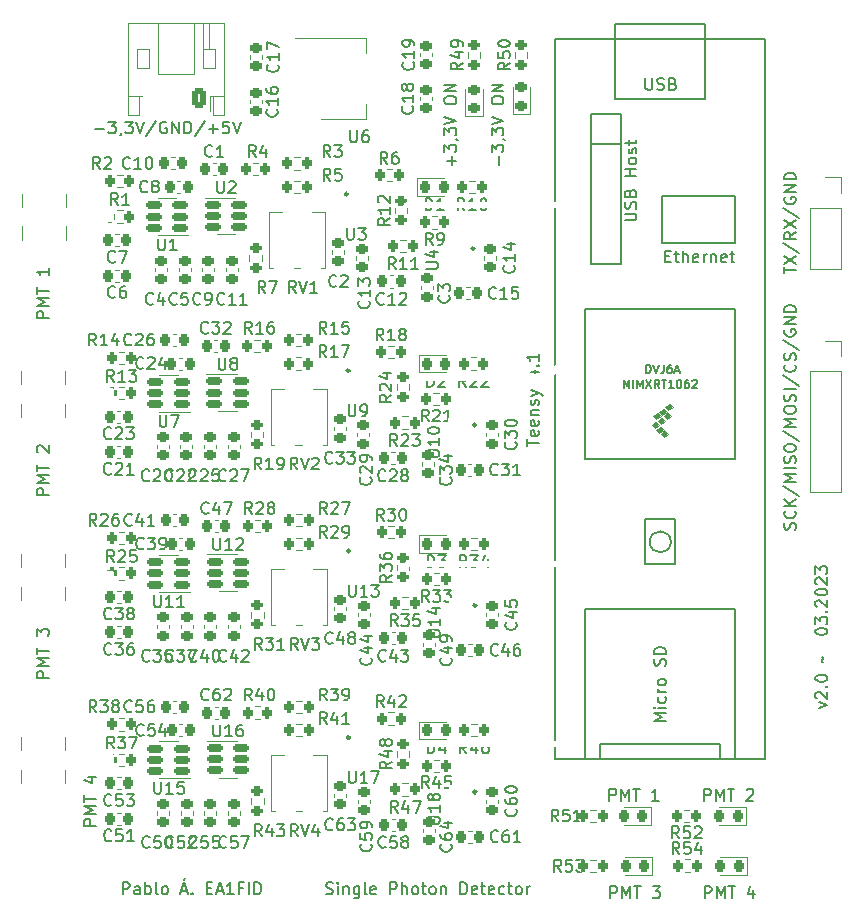
<source format=gbr>
%TF.GenerationSoftware,KiCad,Pcbnew,7.0.1*%
%TF.CreationDate,2023-03-27T13:01:22+02:00*%
%TF.ProjectId,OpenSPD_PCB,4f70656e-5350-4445-9f50-43422e6b6963,rev?*%
%TF.SameCoordinates,Original*%
%TF.FileFunction,Legend,Top*%
%TF.FilePolarity,Positive*%
%FSLAX46Y46*%
G04 Gerber Fmt 4.6, Leading zero omitted, Abs format (unit mm)*
G04 Created by KiCad (PCBNEW 7.0.1) date 2023-03-27 13:01:22*
%MOMM*%
%LPD*%
G01*
G04 APERTURE LIST*
G04 Aperture macros list*
%AMRoundRect*
0 Rectangle with rounded corners*
0 $1 Rounding radius*
0 $2 $3 $4 $5 $6 $7 $8 $9 X,Y pos of 4 corners*
0 Add a 4 corners polygon primitive as box body*
4,1,4,$2,$3,$4,$5,$6,$7,$8,$9,$2,$3,0*
0 Add four circle primitives for the rounded corners*
1,1,$1+$1,$2,$3*
1,1,$1+$1,$4,$5*
1,1,$1+$1,$6,$7*
1,1,$1+$1,$8,$9*
0 Add four rect primitives between the rounded corners*
20,1,$1+$1,$2,$3,$4,$5,0*
20,1,$1+$1,$4,$5,$6,$7,0*
20,1,$1+$1,$6,$7,$8,$9,0*
20,1,$1+$1,$8,$9,$2,$3,0*%
G04 Aperture macros list end*
%ADD10C,0.150000*%
%ADD11C,0.249999*%
%ADD12C,0.120000*%
%ADD13C,0.100000*%
%ADD14R,1.200000X0.399999*%
%ADD15RoundRect,0.225000X0.225000X0.250000X-0.225000X0.250000X-0.225000X-0.250000X0.225000X-0.250000X0*%
%ADD16RoundRect,0.225000X-0.225000X-0.250000X0.225000X-0.250000X0.225000X0.250000X-0.225000X0.250000X0*%
%ADD17RoundRect,0.200000X-0.200000X-0.275000X0.200000X-0.275000X0.200000X0.275000X-0.200000X0.275000X0*%
%ADD18RoundRect,0.218750X-0.218750X-0.256250X0.218750X-0.256250X0.218750X0.256250X-0.218750X0.256250X0*%
%ADD19RoundRect,0.218750X0.256250X-0.218750X0.256250X0.218750X-0.256250X0.218750X-0.256250X-0.218750X0*%
%ADD20RoundRect,0.225000X-0.250000X0.225000X-0.250000X-0.225000X0.250000X-0.225000X0.250000X0.225000X0*%
%ADD21RoundRect,0.200000X0.200000X0.275000X-0.200000X0.275000X-0.200000X-0.275000X0.200000X-0.275000X0*%
%ADD22C,6.400000*%
%ADD23RoundRect,0.200000X0.275000X-0.200000X0.275000X0.200000X-0.275000X0.200000X-0.275000X-0.200000X0*%
%ADD24RoundRect,0.150000X-0.512500X-0.150000X0.512500X-0.150000X0.512500X0.150000X-0.512500X0.150000X0*%
%ADD25R,1.300000X2.000000*%
%ADD26R,2.000000X2.000000*%
%ADD27RoundRect,0.225000X0.250000X-0.225000X0.250000X0.225000X-0.250000X0.225000X-0.250000X-0.225000X0*%
%ADD28R,1.700000X1.700000*%
%ADD29O,1.700000X1.700000*%
%ADD30R,3.600000X1.270000*%
%ADD31R,4.200000X1.350000*%
%ADD32R,0.399999X1.200000*%
%ADD33RoundRect,0.150000X0.512500X0.150000X-0.512500X0.150000X-0.512500X-0.150000X0.512500X-0.150000X0*%
%ADD34R,1.600000X1.600000*%
%ADD35C,1.600000*%
%ADD36R,1.300000X1.300000*%
%ADD37C,1.300000*%
%ADD38R,2.000000X1.500000*%
%ADD39R,2.000000X3.800000*%
%ADD40RoundRect,0.218750X0.218750X0.256250X-0.218750X0.256250X-0.218750X-0.256250X0.218750X-0.256250X0*%
%ADD41RoundRect,0.250000X0.350000X0.625000X-0.350000X0.625000X-0.350000X-0.625000X0.350000X-0.625000X0*%
%ADD42O,1.200000X1.750000*%
G04 APERTURE END LIST*
D10*
X180960952Y-118357142D02*
X181627619Y-118119047D01*
X181627619Y-118119047D02*
X180960952Y-117880952D01*
X180722857Y-117547618D02*
X180675238Y-117499999D01*
X180675238Y-117499999D02*
X180627619Y-117404761D01*
X180627619Y-117404761D02*
X180627619Y-117166666D01*
X180627619Y-117166666D02*
X180675238Y-117071428D01*
X180675238Y-117071428D02*
X180722857Y-117023809D01*
X180722857Y-117023809D02*
X180818095Y-116976190D01*
X180818095Y-116976190D02*
X180913333Y-116976190D01*
X180913333Y-116976190D02*
X181056190Y-117023809D01*
X181056190Y-117023809D02*
X181627619Y-117595237D01*
X181627619Y-117595237D02*
X181627619Y-116976190D01*
X181532380Y-116547618D02*
X181580000Y-116499999D01*
X181580000Y-116499999D02*
X181627619Y-116547618D01*
X181627619Y-116547618D02*
X181580000Y-116595237D01*
X181580000Y-116595237D02*
X181532380Y-116547618D01*
X181532380Y-116547618D02*
X181627619Y-116547618D01*
X180627619Y-115880952D02*
X180627619Y-115785714D01*
X180627619Y-115785714D02*
X180675238Y-115690476D01*
X180675238Y-115690476D02*
X180722857Y-115642857D01*
X180722857Y-115642857D02*
X180818095Y-115595238D01*
X180818095Y-115595238D02*
X181008571Y-115547619D01*
X181008571Y-115547619D02*
X181246666Y-115547619D01*
X181246666Y-115547619D02*
X181437142Y-115595238D01*
X181437142Y-115595238D02*
X181532380Y-115642857D01*
X181532380Y-115642857D02*
X181580000Y-115690476D01*
X181580000Y-115690476D02*
X181627619Y-115785714D01*
X181627619Y-115785714D02*
X181627619Y-115880952D01*
X181627619Y-115880952D02*
X181580000Y-115976190D01*
X181580000Y-115976190D02*
X181532380Y-116023809D01*
X181532380Y-116023809D02*
X181437142Y-116071428D01*
X181437142Y-116071428D02*
X181246666Y-116119047D01*
X181246666Y-116119047D02*
X181008571Y-116119047D01*
X181008571Y-116119047D02*
X180818095Y-116071428D01*
X180818095Y-116071428D02*
X180722857Y-116023809D01*
X180722857Y-116023809D02*
X180675238Y-115976190D01*
X180675238Y-115976190D02*
X180627619Y-115880952D01*
X181246666Y-114499999D02*
X181199047Y-114452380D01*
X181199047Y-114452380D02*
X181151428Y-114357142D01*
X181151428Y-114357142D02*
X181246666Y-114166666D01*
X181246666Y-114166666D02*
X181199047Y-114071428D01*
X181199047Y-114071428D02*
X181151428Y-114023809D01*
X180627619Y-111928570D02*
X180627619Y-111833332D01*
X180627619Y-111833332D02*
X180675238Y-111738094D01*
X180675238Y-111738094D02*
X180722857Y-111690475D01*
X180722857Y-111690475D02*
X180818095Y-111642856D01*
X180818095Y-111642856D02*
X181008571Y-111595237D01*
X181008571Y-111595237D02*
X181246666Y-111595237D01*
X181246666Y-111595237D02*
X181437142Y-111642856D01*
X181437142Y-111642856D02*
X181532380Y-111690475D01*
X181532380Y-111690475D02*
X181580000Y-111738094D01*
X181580000Y-111738094D02*
X181627619Y-111833332D01*
X181627619Y-111833332D02*
X181627619Y-111928570D01*
X181627619Y-111928570D02*
X181580000Y-112023808D01*
X181580000Y-112023808D02*
X181532380Y-112071427D01*
X181532380Y-112071427D02*
X181437142Y-112119046D01*
X181437142Y-112119046D02*
X181246666Y-112166665D01*
X181246666Y-112166665D02*
X181008571Y-112166665D01*
X181008571Y-112166665D02*
X180818095Y-112119046D01*
X180818095Y-112119046D02*
X180722857Y-112071427D01*
X180722857Y-112071427D02*
X180675238Y-112023808D01*
X180675238Y-112023808D02*
X180627619Y-111928570D01*
X180627619Y-111261903D02*
X180627619Y-110642856D01*
X180627619Y-110642856D02*
X181008571Y-110976189D01*
X181008571Y-110976189D02*
X181008571Y-110833332D01*
X181008571Y-110833332D02*
X181056190Y-110738094D01*
X181056190Y-110738094D02*
X181103809Y-110690475D01*
X181103809Y-110690475D02*
X181199047Y-110642856D01*
X181199047Y-110642856D02*
X181437142Y-110642856D01*
X181437142Y-110642856D02*
X181532380Y-110690475D01*
X181532380Y-110690475D02*
X181580000Y-110738094D01*
X181580000Y-110738094D02*
X181627619Y-110833332D01*
X181627619Y-110833332D02*
X181627619Y-111119046D01*
X181627619Y-111119046D02*
X181580000Y-111214284D01*
X181580000Y-111214284D02*
X181532380Y-111261903D01*
X181532380Y-110214284D02*
X181580000Y-110166665D01*
X181580000Y-110166665D02*
X181627619Y-110214284D01*
X181627619Y-110214284D02*
X181580000Y-110261903D01*
X181580000Y-110261903D02*
X181532380Y-110214284D01*
X181532380Y-110214284D02*
X181627619Y-110214284D01*
X180722857Y-109785713D02*
X180675238Y-109738094D01*
X180675238Y-109738094D02*
X180627619Y-109642856D01*
X180627619Y-109642856D02*
X180627619Y-109404761D01*
X180627619Y-109404761D02*
X180675238Y-109309523D01*
X180675238Y-109309523D02*
X180722857Y-109261904D01*
X180722857Y-109261904D02*
X180818095Y-109214285D01*
X180818095Y-109214285D02*
X180913333Y-109214285D01*
X180913333Y-109214285D02*
X181056190Y-109261904D01*
X181056190Y-109261904D02*
X181627619Y-109833332D01*
X181627619Y-109833332D02*
X181627619Y-109214285D01*
X180627619Y-108595237D02*
X180627619Y-108499999D01*
X180627619Y-108499999D02*
X180675238Y-108404761D01*
X180675238Y-108404761D02*
X180722857Y-108357142D01*
X180722857Y-108357142D02*
X180818095Y-108309523D01*
X180818095Y-108309523D02*
X181008571Y-108261904D01*
X181008571Y-108261904D02*
X181246666Y-108261904D01*
X181246666Y-108261904D02*
X181437142Y-108309523D01*
X181437142Y-108309523D02*
X181532380Y-108357142D01*
X181532380Y-108357142D02*
X181580000Y-108404761D01*
X181580000Y-108404761D02*
X181627619Y-108499999D01*
X181627619Y-108499999D02*
X181627619Y-108595237D01*
X181627619Y-108595237D02*
X181580000Y-108690475D01*
X181580000Y-108690475D02*
X181532380Y-108738094D01*
X181532380Y-108738094D02*
X181437142Y-108785713D01*
X181437142Y-108785713D02*
X181246666Y-108833332D01*
X181246666Y-108833332D02*
X181008571Y-108833332D01*
X181008571Y-108833332D02*
X180818095Y-108785713D01*
X180818095Y-108785713D02*
X180722857Y-108738094D01*
X180722857Y-108738094D02*
X180675238Y-108690475D01*
X180675238Y-108690475D02*
X180627619Y-108595237D01*
X180722857Y-107880951D02*
X180675238Y-107833332D01*
X180675238Y-107833332D02*
X180627619Y-107738094D01*
X180627619Y-107738094D02*
X180627619Y-107499999D01*
X180627619Y-107499999D02*
X180675238Y-107404761D01*
X180675238Y-107404761D02*
X180722857Y-107357142D01*
X180722857Y-107357142D02*
X180818095Y-107309523D01*
X180818095Y-107309523D02*
X180913333Y-107309523D01*
X180913333Y-107309523D02*
X181056190Y-107357142D01*
X181056190Y-107357142D02*
X181627619Y-107928570D01*
X181627619Y-107928570D02*
X181627619Y-107309523D01*
X180627619Y-106976189D02*
X180627619Y-106357142D01*
X180627619Y-106357142D02*
X181008571Y-106690475D01*
X181008571Y-106690475D02*
X181008571Y-106547618D01*
X181008571Y-106547618D02*
X181056190Y-106452380D01*
X181056190Y-106452380D02*
X181103809Y-106404761D01*
X181103809Y-106404761D02*
X181199047Y-106357142D01*
X181199047Y-106357142D02*
X181437142Y-106357142D01*
X181437142Y-106357142D02*
X181532380Y-106404761D01*
X181532380Y-106404761D02*
X181580000Y-106452380D01*
X181580000Y-106452380D02*
X181627619Y-106547618D01*
X181627619Y-106547618D02*
X181627619Y-106833332D01*
X181627619Y-106833332D02*
X181580000Y-106928570D01*
X181580000Y-106928570D02*
X181532380Y-106976189D01*
X139190476Y-134080000D02*
X139333333Y-134127619D01*
X139333333Y-134127619D02*
X139571428Y-134127619D01*
X139571428Y-134127619D02*
X139666666Y-134080000D01*
X139666666Y-134080000D02*
X139714285Y-134032380D01*
X139714285Y-134032380D02*
X139761904Y-133937142D01*
X139761904Y-133937142D02*
X139761904Y-133841904D01*
X139761904Y-133841904D02*
X139714285Y-133746666D01*
X139714285Y-133746666D02*
X139666666Y-133699047D01*
X139666666Y-133699047D02*
X139571428Y-133651428D01*
X139571428Y-133651428D02*
X139380952Y-133603809D01*
X139380952Y-133603809D02*
X139285714Y-133556190D01*
X139285714Y-133556190D02*
X139238095Y-133508571D01*
X139238095Y-133508571D02*
X139190476Y-133413333D01*
X139190476Y-133413333D02*
X139190476Y-133318095D01*
X139190476Y-133318095D02*
X139238095Y-133222857D01*
X139238095Y-133222857D02*
X139285714Y-133175238D01*
X139285714Y-133175238D02*
X139380952Y-133127619D01*
X139380952Y-133127619D02*
X139619047Y-133127619D01*
X139619047Y-133127619D02*
X139761904Y-133175238D01*
X140190476Y-134127619D02*
X140190476Y-133460952D01*
X140190476Y-133127619D02*
X140142857Y-133175238D01*
X140142857Y-133175238D02*
X140190476Y-133222857D01*
X140190476Y-133222857D02*
X140238095Y-133175238D01*
X140238095Y-133175238D02*
X140190476Y-133127619D01*
X140190476Y-133127619D02*
X140190476Y-133222857D01*
X140666666Y-133460952D02*
X140666666Y-134127619D01*
X140666666Y-133556190D02*
X140714285Y-133508571D01*
X140714285Y-133508571D02*
X140809523Y-133460952D01*
X140809523Y-133460952D02*
X140952380Y-133460952D01*
X140952380Y-133460952D02*
X141047618Y-133508571D01*
X141047618Y-133508571D02*
X141095237Y-133603809D01*
X141095237Y-133603809D02*
X141095237Y-134127619D01*
X141999999Y-133460952D02*
X141999999Y-134270476D01*
X141999999Y-134270476D02*
X141952380Y-134365714D01*
X141952380Y-134365714D02*
X141904761Y-134413333D01*
X141904761Y-134413333D02*
X141809523Y-134460952D01*
X141809523Y-134460952D02*
X141666666Y-134460952D01*
X141666666Y-134460952D02*
X141571428Y-134413333D01*
X141999999Y-134080000D02*
X141904761Y-134127619D01*
X141904761Y-134127619D02*
X141714285Y-134127619D01*
X141714285Y-134127619D02*
X141619047Y-134080000D01*
X141619047Y-134080000D02*
X141571428Y-134032380D01*
X141571428Y-134032380D02*
X141523809Y-133937142D01*
X141523809Y-133937142D02*
X141523809Y-133651428D01*
X141523809Y-133651428D02*
X141571428Y-133556190D01*
X141571428Y-133556190D02*
X141619047Y-133508571D01*
X141619047Y-133508571D02*
X141714285Y-133460952D01*
X141714285Y-133460952D02*
X141904761Y-133460952D01*
X141904761Y-133460952D02*
X141999999Y-133508571D01*
X142619047Y-134127619D02*
X142523809Y-134080000D01*
X142523809Y-134080000D02*
X142476190Y-133984761D01*
X142476190Y-133984761D02*
X142476190Y-133127619D01*
X143380952Y-134080000D02*
X143285714Y-134127619D01*
X143285714Y-134127619D02*
X143095238Y-134127619D01*
X143095238Y-134127619D02*
X143000000Y-134080000D01*
X143000000Y-134080000D02*
X142952381Y-133984761D01*
X142952381Y-133984761D02*
X142952381Y-133603809D01*
X142952381Y-133603809D02*
X143000000Y-133508571D01*
X143000000Y-133508571D02*
X143095238Y-133460952D01*
X143095238Y-133460952D02*
X143285714Y-133460952D01*
X143285714Y-133460952D02*
X143380952Y-133508571D01*
X143380952Y-133508571D02*
X143428571Y-133603809D01*
X143428571Y-133603809D02*
X143428571Y-133699047D01*
X143428571Y-133699047D02*
X142952381Y-133794285D01*
X144619048Y-134127619D02*
X144619048Y-133127619D01*
X144619048Y-133127619D02*
X145000000Y-133127619D01*
X145000000Y-133127619D02*
X145095238Y-133175238D01*
X145095238Y-133175238D02*
X145142857Y-133222857D01*
X145142857Y-133222857D02*
X145190476Y-133318095D01*
X145190476Y-133318095D02*
X145190476Y-133460952D01*
X145190476Y-133460952D02*
X145142857Y-133556190D01*
X145142857Y-133556190D02*
X145095238Y-133603809D01*
X145095238Y-133603809D02*
X145000000Y-133651428D01*
X145000000Y-133651428D02*
X144619048Y-133651428D01*
X145619048Y-134127619D02*
X145619048Y-133127619D01*
X146047619Y-134127619D02*
X146047619Y-133603809D01*
X146047619Y-133603809D02*
X146000000Y-133508571D01*
X146000000Y-133508571D02*
X145904762Y-133460952D01*
X145904762Y-133460952D02*
X145761905Y-133460952D01*
X145761905Y-133460952D02*
X145666667Y-133508571D01*
X145666667Y-133508571D02*
X145619048Y-133556190D01*
X146666667Y-134127619D02*
X146571429Y-134080000D01*
X146571429Y-134080000D02*
X146523810Y-134032380D01*
X146523810Y-134032380D02*
X146476191Y-133937142D01*
X146476191Y-133937142D02*
X146476191Y-133651428D01*
X146476191Y-133651428D02*
X146523810Y-133556190D01*
X146523810Y-133556190D02*
X146571429Y-133508571D01*
X146571429Y-133508571D02*
X146666667Y-133460952D01*
X146666667Y-133460952D02*
X146809524Y-133460952D01*
X146809524Y-133460952D02*
X146904762Y-133508571D01*
X146904762Y-133508571D02*
X146952381Y-133556190D01*
X146952381Y-133556190D02*
X147000000Y-133651428D01*
X147000000Y-133651428D02*
X147000000Y-133937142D01*
X147000000Y-133937142D02*
X146952381Y-134032380D01*
X146952381Y-134032380D02*
X146904762Y-134080000D01*
X146904762Y-134080000D02*
X146809524Y-134127619D01*
X146809524Y-134127619D02*
X146666667Y-134127619D01*
X147285715Y-133460952D02*
X147666667Y-133460952D01*
X147428572Y-133127619D02*
X147428572Y-133984761D01*
X147428572Y-133984761D02*
X147476191Y-134080000D01*
X147476191Y-134080000D02*
X147571429Y-134127619D01*
X147571429Y-134127619D02*
X147666667Y-134127619D01*
X148142858Y-134127619D02*
X148047620Y-134080000D01*
X148047620Y-134080000D02*
X148000001Y-134032380D01*
X148000001Y-134032380D02*
X147952382Y-133937142D01*
X147952382Y-133937142D02*
X147952382Y-133651428D01*
X147952382Y-133651428D02*
X148000001Y-133556190D01*
X148000001Y-133556190D02*
X148047620Y-133508571D01*
X148047620Y-133508571D02*
X148142858Y-133460952D01*
X148142858Y-133460952D02*
X148285715Y-133460952D01*
X148285715Y-133460952D02*
X148380953Y-133508571D01*
X148380953Y-133508571D02*
X148428572Y-133556190D01*
X148428572Y-133556190D02*
X148476191Y-133651428D01*
X148476191Y-133651428D02*
X148476191Y-133937142D01*
X148476191Y-133937142D02*
X148428572Y-134032380D01*
X148428572Y-134032380D02*
X148380953Y-134080000D01*
X148380953Y-134080000D02*
X148285715Y-134127619D01*
X148285715Y-134127619D02*
X148142858Y-134127619D01*
X148904763Y-133460952D02*
X148904763Y-134127619D01*
X148904763Y-133556190D02*
X148952382Y-133508571D01*
X148952382Y-133508571D02*
X149047620Y-133460952D01*
X149047620Y-133460952D02*
X149190477Y-133460952D01*
X149190477Y-133460952D02*
X149285715Y-133508571D01*
X149285715Y-133508571D02*
X149333334Y-133603809D01*
X149333334Y-133603809D02*
X149333334Y-134127619D01*
X150571430Y-134127619D02*
X150571430Y-133127619D01*
X150571430Y-133127619D02*
X150809525Y-133127619D01*
X150809525Y-133127619D02*
X150952382Y-133175238D01*
X150952382Y-133175238D02*
X151047620Y-133270476D01*
X151047620Y-133270476D02*
X151095239Y-133365714D01*
X151095239Y-133365714D02*
X151142858Y-133556190D01*
X151142858Y-133556190D02*
X151142858Y-133699047D01*
X151142858Y-133699047D02*
X151095239Y-133889523D01*
X151095239Y-133889523D02*
X151047620Y-133984761D01*
X151047620Y-133984761D02*
X150952382Y-134080000D01*
X150952382Y-134080000D02*
X150809525Y-134127619D01*
X150809525Y-134127619D02*
X150571430Y-134127619D01*
X151952382Y-134080000D02*
X151857144Y-134127619D01*
X151857144Y-134127619D02*
X151666668Y-134127619D01*
X151666668Y-134127619D02*
X151571430Y-134080000D01*
X151571430Y-134080000D02*
X151523811Y-133984761D01*
X151523811Y-133984761D02*
X151523811Y-133603809D01*
X151523811Y-133603809D02*
X151571430Y-133508571D01*
X151571430Y-133508571D02*
X151666668Y-133460952D01*
X151666668Y-133460952D02*
X151857144Y-133460952D01*
X151857144Y-133460952D02*
X151952382Y-133508571D01*
X151952382Y-133508571D02*
X152000001Y-133603809D01*
X152000001Y-133603809D02*
X152000001Y-133699047D01*
X152000001Y-133699047D02*
X151523811Y-133794285D01*
X152285716Y-133460952D02*
X152666668Y-133460952D01*
X152428573Y-133127619D02*
X152428573Y-133984761D01*
X152428573Y-133984761D02*
X152476192Y-134080000D01*
X152476192Y-134080000D02*
X152571430Y-134127619D01*
X152571430Y-134127619D02*
X152666668Y-134127619D01*
X153380954Y-134080000D02*
X153285716Y-134127619D01*
X153285716Y-134127619D02*
X153095240Y-134127619D01*
X153095240Y-134127619D02*
X153000002Y-134080000D01*
X153000002Y-134080000D02*
X152952383Y-133984761D01*
X152952383Y-133984761D02*
X152952383Y-133603809D01*
X152952383Y-133603809D02*
X153000002Y-133508571D01*
X153000002Y-133508571D02*
X153095240Y-133460952D01*
X153095240Y-133460952D02*
X153285716Y-133460952D01*
X153285716Y-133460952D02*
X153380954Y-133508571D01*
X153380954Y-133508571D02*
X153428573Y-133603809D01*
X153428573Y-133603809D02*
X153428573Y-133699047D01*
X153428573Y-133699047D02*
X152952383Y-133794285D01*
X154285716Y-134080000D02*
X154190478Y-134127619D01*
X154190478Y-134127619D02*
X154000002Y-134127619D01*
X154000002Y-134127619D02*
X153904764Y-134080000D01*
X153904764Y-134080000D02*
X153857145Y-134032380D01*
X153857145Y-134032380D02*
X153809526Y-133937142D01*
X153809526Y-133937142D02*
X153809526Y-133651428D01*
X153809526Y-133651428D02*
X153857145Y-133556190D01*
X153857145Y-133556190D02*
X153904764Y-133508571D01*
X153904764Y-133508571D02*
X154000002Y-133460952D01*
X154000002Y-133460952D02*
X154190478Y-133460952D01*
X154190478Y-133460952D02*
X154285716Y-133508571D01*
X154571431Y-133460952D02*
X154952383Y-133460952D01*
X154714288Y-133127619D02*
X154714288Y-133984761D01*
X154714288Y-133984761D02*
X154761907Y-134080000D01*
X154761907Y-134080000D02*
X154857145Y-134127619D01*
X154857145Y-134127619D02*
X154952383Y-134127619D01*
X155428574Y-134127619D02*
X155333336Y-134080000D01*
X155333336Y-134080000D02*
X155285717Y-134032380D01*
X155285717Y-134032380D02*
X155238098Y-133937142D01*
X155238098Y-133937142D02*
X155238098Y-133651428D01*
X155238098Y-133651428D02*
X155285717Y-133556190D01*
X155285717Y-133556190D02*
X155333336Y-133508571D01*
X155333336Y-133508571D02*
X155428574Y-133460952D01*
X155428574Y-133460952D02*
X155571431Y-133460952D01*
X155571431Y-133460952D02*
X155666669Y-133508571D01*
X155666669Y-133508571D02*
X155714288Y-133556190D01*
X155714288Y-133556190D02*
X155761907Y-133651428D01*
X155761907Y-133651428D02*
X155761907Y-133937142D01*
X155761907Y-133937142D02*
X155714288Y-134032380D01*
X155714288Y-134032380D02*
X155666669Y-134080000D01*
X155666669Y-134080000D02*
X155571431Y-134127619D01*
X155571431Y-134127619D02*
X155428574Y-134127619D01*
X156190479Y-134127619D02*
X156190479Y-133460952D01*
X156190479Y-133651428D02*
X156238098Y-133556190D01*
X156238098Y-133556190D02*
X156285717Y-133508571D01*
X156285717Y-133508571D02*
X156380955Y-133460952D01*
X156380955Y-133460952D02*
X156476193Y-133460952D01*
X121988095Y-134127619D02*
X121988095Y-133127619D01*
X121988095Y-133127619D02*
X122369047Y-133127619D01*
X122369047Y-133127619D02*
X122464285Y-133175238D01*
X122464285Y-133175238D02*
X122511904Y-133222857D01*
X122511904Y-133222857D02*
X122559523Y-133318095D01*
X122559523Y-133318095D02*
X122559523Y-133460952D01*
X122559523Y-133460952D02*
X122511904Y-133556190D01*
X122511904Y-133556190D02*
X122464285Y-133603809D01*
X122464285Y-133603809D02*
X122369047Y-133651428D01*
X122369047Y-133651428D02*
X121988095Y-133651428D01*
X123416666Y-134127619D02*
X123416666Y-133603809D01*
X123416666Y-133603809D02*
X123369047Y-133508571D01*
X123369047Y-133508571D02*
X123273809Y-133460952D01*
X123273809Y-133460952D02*
X123083333Y-133460952D01*
X123083333Y-133460952D02*
X122988095Y-133508571D01*
X123416666Y-134080000D02*
X123321428Y-134127619D01*
X123321428Y-134127619D02*
X123083333Y-134127619D01*
X123083333Y-134127619D02*
X122988095Y-134080000D01*
X122988095Y-134080000D02*
X122940476Y-133984761D01*
X122940476Y-133984761D02*
X122940476Y-133889523D01*
X122940476Y-133889523D02*
X122988095Y-133794285D01*
X122988095Y-133794285D02*
X123083333Y-133746666D01*
X123083333Y-133746666D02*
X123321428Y-133746666D01*
X123321428Y-133746666D02*
X123416666Y-133699047D01*
X123892857Y-134127619D02*
X123892857Y-133127619D01*
X123892857Y-133508571D02*
X123988095Y-133460952D01*
X123988095Y-133460952D02*
X124178571Y-133460952D01*
X124178571Y-133460952D02*
X124273809Y-133508571D01*
X124273809Y-133508571D02*
X124321428Y-133556190D01*
X124321428Y-133556190D02*
X124369047Y-133651428D01*
X124369047Y-133651428D02*
X124369047Y-133937142D01*
X124369047Y-133937142D02*
X124321428Y-134032380D01*
X124321428Y-134032380D02*
X124273809Y-134080000D01*
X124273809Y-134080000D02*
X124178571Y-134127619D01*
X124178571Y-134127619D02*
X123988095Y-134127619D01*
X123988095Y-134127619D02*
X123892857Y-134080000D01*
X124940476Y-134127619D02*
X124845238Y-134080000D01*
X124845238Y-134080000D02*
X124797619Y-133984761D01*
X124797619Y-133984761D02*
X124797619Y-133127619D01*
X125464286Y-134127619D02*
X125369048Y-134080000D01*
X125369048Y-134080000D02*
X125321429Y-134032380D01*
X125321429Y-134032380D02*
X125273810Y-133937142D01*
X125273810Y-133937142D02*
X125273810Y-133651428D01*
X125273810Y-133651428D02*
X125321429Y-133556190D01*
X125321429Y-133556190D02*
X125369048Y-133508571D01*
X125369048Y-133508571D02*
X125464286Y-133460952D01*
X125464286Y-133460952D02*
X125607143Y-133460952D01*
X125607143Y-133460952D02*
X125702381Y-133508571D01*
X125702381Y-133508571D02*
X125750000Y-133556190D01*
X125750000Y-133556190D02*
X125797619Y-133651428D01*
X125797619Y-133651428D02*
X125797619Y-133937142D01*
X125797619Y-133937142D02*
X125750000Y-134032380D01*
X125750000Y-134032380D02*
X125702381Y-134080000D01*
X125702381Y-134080000D02*
X125607143Y-134127619D01*
X125607143Y-134127619D02*
X125464286Y-134127619D01*
X126940477Y-133841904D02*
X127416667Y-133841904D01*
X126845239Y-134127619D02*
X127178572Y-133127619D01*
X127178572Y-133127619D02*
X127511905Y-134127619D01*
X127273810Y-132746666D02*
X127130953Y-132889523D01*
X127845239Y-134032380D02*
X127892858Y-134080000D01*
X127892858Y-134080000D02*
X127845239Y-134127619D01*
X127845239Y-134127619D02*
X127797620Y-134080000D01*
X127797620Y-134080000D02*
X127845239Y-134032380D01*
X127845239Y-134032380D02*
X127845239Y-134127619D01*
X129083334Y-133603809D02*
X129416667Y-133603809D01*
X129559524Y-134127619D02*
X129083334Y-134127619D01*
X129083334Y-134127619D02*
X129083334Y-133127619D01*
X129083334Y-133127619D02*
X129559524Y-133127619D01*
X129940477Y-133841904D02*
X130416667Y-133841904D01*
X129845239Y-134127619D02*
X130178572Y-133127619D01*
X130178572Y-133127619D02*
X130511905Y-134127619D01*
X131369048Y-134127619D02*
X130797620Y-134127619D01*
X131083334Y-134127619D02*
X131083334Y-133127619D01*
X131083334Y-133127619D02*
X130988096Y-133270476D01*
X130988096Y-133270476D02*
X130892858Y-133365714D01*
X130892858Y-133365714D02*
X130797620Y-133413333D01*
X132130953Y-133603809D02*
X131797620Y-133603809D01*
X131797620Y-134127619D02*
X131797620Y-133127619D01*
X131797620Y-133127619D02*
X132273810Y-133127619D01*
X132654763Y-134127619D02*
X132654763Y-133127619D01*
X133130953Y-134127619D02*
X133130953Y-133127619D01*
X133130953Y-133127619D02*
X133369048Y-133127619D01*
X133369048Y-133127619D02*
X133511905Y-133175238D01*
X133511905Y-133175238D02*
X133607143Y-133270476D01*
X133607143Y-133270476D02*
X133654762Y-133365714D01*
X133654762Y-133365714D02*
X133702381Y-133556190D01*
X133702381Y-133556190D02*
X133702381Y-133699047D01*
X133702381Y-133699047D02*
X133654762Y-133889523D01*
X133654762Y-133889523D02*
X133607143Y-133984761D01*
X133607143Y-133984761D02*
X133511905Y-134080000D01*
X133511905Y-134080000D02*
X133369048Y-134127619D01*
X133369048Y-134127619D02*
X133130953Y-134127619D01*
%TO.C,U13*%
X141128095Y-107926743D02*
X141128095Y-108736266D01*
X141128095Y-108736266D02*
X141175714Y-108831504D01*
X141175714Y-108831504D02*
X141223333Y-108879124D01*
X141223333Y-108879124D02*
X141318571Y-108926743D01*
X141318571Y-108926743D02*
X141509047Y-108926743D01*
X141509047Y-108926743D02*
X141604285Y-108879124D01*
X141604285Y-108879124D02*
X141651904Y-108831504D01*
X141651904Y-108831504D02*
X141699523Y-108736266D01*
X141699523Y-108736266D02*
X141699523Y-107926743D01*
X142699523Y-108926743D02*
X142128095Y-108926743D01*
X142413809Y-108926743D02*
X142413809Y-107926743D01*
X142413809Y-107926743D02*
X142318571Y-108069600D01*
X142318571Y-108069600D02*
X142223333Y-108164838D01*
X142223333Y-108164838D02*
X142128095Y-108212457D01*
X143032857Y-107926743D02*
X143651904Y-107926743D01*
X143651904Y-107926743D02*
X143318571Y-108307695D01*
X143318571Y-108307695D02*
X143461428Y-108307695D01*
X143461428Y-108307695D02*
X143556666Y-108355314D01*
X143556666Y-108355314D02*
X143604285Y-108402933D01*
X143604285Y-108402933D02*
X143651904Y-108498171D01*
X143651904Y-108498171D02*
X143651904Y-108736266D01*
X143651904Y-108736266D02*
X143604285Y-108831504D01*
X143604285Y-108831504D02*
X143556666Y-108879124D01*
X143556666Y-108879124D02*
X143461428Y-108926743D01*
X143461428Y-108926743D02*
X143175714Y-108926743D01*
X143175714Y-108926743D02*
X143080476Y-108879124D01*
X143080476Y-108879124D02*
X143032857Y-108831504D01*
%TO.C,C56*%
X122747142Y-118617380D02*
X122699523Y-118665000D01*
X122699523Y-118665000D02*
X122556666Y-118712619D01*
X122556666Y-118712619D02*
X122461428Y-118712619D01*
X122461428Y-118712619D02*
X122318571Y-118665000D01*
X122318571Y-118665000D02*
X122223333Y-118569761D01*
X122223333Y-118569761D02*
X122175714Y-118474523D01*
X122175714Y-118474523D02*
X122128095Y-118284047D01*
X122128095Y-118284047D02*
X122128095Y-118141190D01*
X122128095Y-118141190D02*
X122175714Y-117950714D01*
X122175714Y-117950714D02*
X122223333Y-117855476D01*
X122223333Y-117855476D02*
X122318571Y-117760238D01*
X122318571Y-117760238D02*
X122461428Y-117712619D01*
X122461428Y-117712619D02*
X122556666Y-117712619D01*
X122556666Y-117712619D02*
X122699523Y-117760238D01*
X122699523Y-117760238D02*
X122747142Y-117807857D01*
X123651904Y-117712619D02*
X123175714Y-117712619D01*
X123175714Y-117712619D02*
X123128095Y-118188809D01*
X123128095Y-118188809D02*
X123175714Y-118141190D01*
X123175714Y-118141190D02*
X123270952Y-118093571D01*
X123270952Y-118093571D02*
X123509047Y-118093571D01*
X123509047Y-118093571D02*
X123604285Y-118141190D01*
X123604285Y-118141190D02*
X123651904Y-118188809D01*
X123651904Y-118188809D02*
X123699523Y-118284047D01*
X123699523Y-118284047D02*
X123699523Y-118522142D01*
X123699523Y-118522142D02*
X123651904Y-118617380D01*
X123651904Y-118617380D02*
X123604285Y-118665000D01*
X123604285Y-118665000D02*
X123509047Y-118712619D01*
X123509047Y-118712619D02*
X123270952Y-118712619D01*
X123270952Y-118712619D02*
X123175714Y-118665000D01*
X123175714Y-118665000D02*
X123128095Y-118617380D01*
X124556666Y-117712619D02*
X124366190Y-117712619D01*
X124366190Y-117712619D02*
X124270952Y-117760238D01*
X124270952Y-117760238D02*
X124223333Y-117807857D01*
X124223333Y-117807857D02*
X124128095Y-117950714D01*
X124128095Y-117950714D02*
X124080476Y-118141190D01*
X124080476Y-118141190D02*
X124080476Y-118522142D01*
X124080476Y-118522142D02*
X124128095Y-118617380D01*
X124128095Y-118617380D02*
X124175714Y-118665000D01*
X124175714Y-118665000D02*
X124270952Y-118712619D01*
X124270952Y-118712619D02*
X124461428Y-118712619D01*
X124461428Y-118712619D02*
X124556666Y-118665000D01*
X124556666Y-118665000D02*
X124604285Y-118617380D01*
X124604285Y-118617380D02*
X124651904Y-118522142D01*
X124651904Y-118522142D02*
X124651904Y-118284047D01*
X124651904Y-118284047D02*
X124604285Y-118188809D01*
X124604285Y-118188809D02*
X124556666Y-118141190D01*
X124556666Y-118141190D02*
X124461428Y-118093571D01*
X124461428Y-118093571D02*
X124270952Y-118093571D01*
X124270952Y-118093571D02*
X124175714Y-118141190D01*
X124175714Y-118141190D02*
X124128095Y-118188809D01*
X124128095Y-118188809D02*
X124080476Y-118284047D01*
%TO.C,C28*%
X144219642Y-99067380D02*
X144172023Y-99115000D01*
X144172023Y-99115000D02*
X144029166Y-99162619D01*
X144029166Y-99162619D02*
X143933928Y-99162619D01*
X143933928Y-99162619D02*
X143791071Y-99115000D01*
X143791071Y-99115000D02*
X143695833Y-99019761D01*
X143695833Y-99019761D02*
X143648214Y-98924523D01*
X143648214Y-98924523D02*
X143600595Y-98734047D01*
X143600595Y-98734047D02*
X143600595Y-98591190D01*
X143600595Y-98591190D02*
X143648214Y-98400714D01*
X143648214Y-98400714D02*
X143695833Y-98305476D01*
X143695833Y-98305476D02*
X143791071Y-98210238D01*
X143791071Y-98210238D02*
X143933928Y-98162619D01*
X143933928Y-98162619D02*
X144029166Y-98162619D01*
X144029166Y-98162619D02*
X144172023Y-98210238D01*
X144172023Y-98210238D02*
X144219642Y-98257857D01*
X144600595Y-98257857D02*
X144648214Y-98210238D01*
X144648214Y-98210238D02*
X144743452Y-98162619D01*
X144743452Y-98162619D02*
X144981547Y-98162619D01*
X144981547Y-98162619D02*
X145076785Y-98210238D01*
X145076785Y-98210238D02*
X145124404Y-98257857D01*
X145124404Y-98257857D02*
X145172023Y-98353095D01*
X145172023Y-98353095D02*
X145172023Y-98448333D01*
X145172023Y-98448333D02*
X145124404Y-98591190D01*
X145124404Y-98591190D02*
X144552976Y-99162619D01*
X144552976Y-99162619D02*
X145172023Y-99162619D01*
X145743452Y-98591190D02*
X145648214Y-98543571D01*
X145648214Y-98543571D02*
X145600595Y-98495952D01*
X145600595Y-98495952D02*
X145552976Y-98400714D01*
X145552976Y-98400714D02*
X145552976Y-98353095D01*
X145552976Y-98353095D02*
X145600595Y-98257857D01*
X145600595Y-98257857D02*
X145648214Y-98210238D01*
X145648214Y-98210238D02*
X145743452Y-98162619D01*
X145743452Y-98162619D02*
X145933928Y-98162619D01*
X145933928Y-98162619D02*
X146029166Y-98210238D01*
X146029166Y-98210238D02*
X146076785Y-98257857D01*
X146076785Y-98257857D02*
X146124404Y-98353095D01*
X146124404Y-98353095D02*
X146124404Y-98400714D01*
X146124404Y-98400714D02*
X146076785Y-98495952D01*
X146076785Y-98495952D02*
X146029166Y-98543571D01*
X146029166Y-98543571D02*
X145933928Y-98591190D01*
X145933928Y-98591190D02*
X145743452Y-98591190D01*
X145743452Y-98591190D02*
X145648214Y-98638809D01*
X145648214Y-98638809D02*
X145600595Y-98686428D01*
X145600595Y-98686428D02*
X145552976Y-98781666D01*
X145552976Y-98781666D02*
X145552976Y-98972142D01*
X145552976Y-98972142D02*
X145600595Y-99067380D01*
X145600595Y-99067380D02*
X145648214Y-99115000D01*
X145648214Y-99115000D02*
X145743452Y-99162619D01*
X145743452Y-99162619D02*
X145933928Y-99162619D01*
X145933928Y-99162619D02*
X146029166Y-99115000D01*
X146029166Y-99115000D02*
X146076785Y-99067380D01*
X146076785Y-99067380D02*
X146124404Y-98972142D01*
X146124404Y-98972142D02*
X146124404Y-98781666D01*
X146124404Y-98781666D02*
X146076785Y-98686428D01*
X146076785Y-98686428D02*
X146029166Y-98638809D01*
X146029166Y-98638809D02*
X145933928Y-98591190D01*
%TO.C,R15*%
X139219642Y-86662619D02*
X138886309Y-86186428D01*
X138648214Y-86662619D02*
X138648214Y-85662619D01*
X138648214Y-85662619D02*
X139029166Y-85662619D01*
X139029166Y-85662619D02*
X139124404Y-85710238D01*
X139124404Y-85710238D02*
X139172023Y-85757857D01*
X139172023Y-85757857D02*
X139219642Y-85853095D01*
X139219642Y-85853095D02*
X139219642Y-85995952D01*
X139219642Y-85995952D02*
X139172023Y-86091190D01*
X139172023Y-86091190D02*
X139124404Y-86138809D01*
X139124404Y-86138809D02*
X139029166Y-86186428D01*
X139029166Y-86186428D02*
X138648214Y-86186428D01*
X140172023Y-86662619D02*
X139600595Y-86662619D01*
X139886309Y-86662619D02*
X139886309Y-85662619D01*
X139886309Y-85662619D02*
X139791071Y-85805476D01*
X139791071Y-85805476D02*
X139695833Y-85900714D01*
X139695833Y-85900714D02*
X139600595Y-85948333D01*
X141076785Y-85662619D02*
X140600595Y-85662619D01*
X140600595Y-85662619D02*
X140552976Y-86138809D01*
X140552976Y-86138809D02*
X140600595Y-86091190D01*
X140600595Y-86091190D02*
X140695833Y-86043571D01*
X140695833Y-86043571D02*
X140933928Y-86043571D01*
X140933928Y-86043571D02*
X141029166Y-86091190D01*
X141029166Y-86091190D02*
X141076785Y-86138809D01*
X141076785Y-86138809D02*
X141124404Y-86234047D01*
X141124404Y-86234047D02*
X141124404Y-86472142D01*
X141124404Y-86472142D02*
X141076785Y-86567380D01*
X141076785Y-86567380D02*
X141029166Y-86615000D01*
X141029166Y-86615000D02*
X140933928Y-86662619D01*
X140933928Y-86662619D02*
X140695833Y-86662619D01*
X140695833Y-86662619D02*
X140600595Y-86615000D01*
X140600595Y-86615000D02*
X140552976Y-86567380D01*
%TO.C,D1*%
X147636905Y-76212619D02*
X147636905Y-75212619D01*
X147636905Y-75212619D02*
X147875000Y-75212619D01*
X147875000Y-75212619D02*
X148017857Y-75260238D01*
X148017857Y-75260238D02*
X148113095Y-75355476D01*
X148113095Y-75355476D02*
X148160714Y-75450714D01*
X148160714Y-75450714D02*
X148208333Y-75641190D01*
X148208333Y-75641190D02*
X148208333Y-75784047D01*
X148208333Y-75784047D02*
X148160714Y-75974523D01*
X148160714Y-75974523D02*
X148113095Y-76069761D01*
X148113095Y-76069761D02*
X148017857Y-76165000D01*
X148017857Y-76165000D02*
X147875000Y-76212619D01*
X147875000Y-76212619D02*
X147636905Y-76212619D01*
X149160714Y-76212619D02*
X148589286Y-76212619D01*
X148875000Y-76212619D02*
X148875000Y-75212619D01*
X148875000Y-75212619D02*
X148779762Y-75355476D01*
X148779762Y-75355476D02*
X148684524Y-75450714D01*
X148684524Y-75450714D02*
X148589286Y-75498333D01*
%TO.C,-3\u002C3V ON*%
X153831666Y-72428570D02*
X153831666Y-71666666D01*
X153212619Y-71285713D02*
X153212619Y-70666666D01*
X153212619Y-70666666D02*
X153593571Y-70999999D01*
X153593571Y-70999999D02*
X153593571Y-70857142D01*
X153593571Y-70857142D02*
X153641190Y-70761904D01*
X153641190Y-70761904D02*
X153688809Y-70714285D01*
X153688809Y-70714285D02*
X153784047Y-70666666D01*
X153784047Y-70666666D02*
X154022142Y-70666666D01*
X154022142Y-70666666D02*
X154117380Y-70714285D01*
X154117380Y-70714285D02*
X154165000Y-70761904D01*
X154165000Y-70761904D02*
X154212619Y-70857142D01*
X154212619Y-70857142D02*
X154212619Y-71142856D01*
X154212619Y-71142856D02*
X154165000Y-71238094D01*
X154165000Y-71238094D02*
X154117380Y-71285713D01*
X154165000Y-70190475D02*
X154212619Y-70190475D01*
X154212619Y-70190475D02*
X154307857Y-70238094D01*
X154307857Y-70238094D02*
X154355476Y-70285713D01*
X153212619Y-69857142D02*
X153212619Y-69238095D01*
X153212619Y-69238095D02*
X153593571Y-69571428D01*
X153593571Y-69571428D02*
X153593571Y-69428571D01*
X153593571Y-69428571D02*
X153641190Y-69333333D01*
X153641190Y-69333333D02*
X153688809Y-69285714D01*
X153688809Y-69285714D02*
X153784047Y-69238095D01*
X153784047Y-69238095D02*
X154022142Y-69238095D01*
X154022142Y-69238095D02*
X154117380Y-69285714D01*
X154117380Y-69285714D02*
X154165000Y-69333333D01*
X154165000Y-69333333D02*
X154212619Y-69428571D01*
X154212619Y-69428571D02*
X154212619Y-69714285D01*
X154212619Y-69714285D02*
X154165000Y-69809523D01*
X154165000Y-69809523D02*
X154117380Y-69857142D01*
X153212619Y-68952380D02*
X154212619Y-68619047D01*
X154212619Y-68619047D02*
X153212619Y-68285714D01*
X153212619Y-66999999D02*
X153212619Y-66809523D01*
X153212619Y-66809523D02*
X153260238Y-66714285D01*
X153260238Y-66714285D02*
X153355476Y-66619047D01*
X153355476Y-66619047D02*
X153545952Y-66571428D01*
X153545952Y-66571428D02*
X153879285Y-66571428D01*
X153879285Y-66571428D02*
X154069761Y-66619047D01*
X154069761Y-66619047D02*
X154165000Y-66714285D01*
X154165000Y-66714285D02*
X154212619Y-66809523D01*
X154212619Y-66809523D02*
X154212619Y-66999999D01*
X154212619Y-66999999D02*
X154165000Y-67095237D01*
X154165000Y-67095237D02*
X154069761Y-67190475D01*
X154069761Y-67190475D02*
X153879285Y-67238094D01*
X153879285Y-67238094D02*
X153545952Y-67238094D01*
X153545952Y-67238094D02*
X153355476Y-67190475D01*
X153355476Y-67190475D02*
X153260238Y-67095237D01*
X153260238Y-67095237D02*
X153212619Y-66999999D01*
X154212619Y-66142856D02*
X153212619Y-66142856D01*
X153212619Y-66142856D02*
X154212619Y-65571428D01*
X154212619Y-65571428D02*
X153212619Y-65571428D01*
%TO.C,C44*%
X142982380Y-114096981D02*
X143030000Y-114144600D01*
X143030000Y-114144600D02*
X143077619Y-114287457D01*
X143077619Y-114287457D02*
X143077619Y-114382695D01*
X143077619Y-114382695D02*
X143030000Y-114525552D01*
X143030000Y-114525552D02*
X142934761Y-114620790D01*
X142934761Y-114620790D02*
X142839523Y-114668409D01*
X142839523Y-114668409D02*
X142649047Y-114716028D01*
X142649047Y-114716028D02*
X142506190Y-114716028D01*
X142506190Y-114716028D02*
X142315714Y-114668409D01*
X142315714Y-114668409D02*
X142220476Y-114620790D01*
X142220476Y-114620790D02*
X142125238Y-114525552D01*
X142125238Y-114525552D02*
X142077619Y-114382695D01*
X142077619Y-114382695D02*
X142077619Y-114287457D01*
X142077619Y-114287457D02*
X142125238Y-114144600D01*
X142125238Y-114144600D02*
X142172857Y-114096981D01*
X142410952Y-113239838D02*
X143077619Y-113239838D01*
X142030000Y-113477933D02*
X142744285Y-113716028D01*
X142744285Y-113716028D02*
X142744285Y-113096981D01*
X142410952Y-112287457D02*
X143077619Y-112287457D01*
X142030000Y-112525552D02*
X142744285Y-112763647D01*
X142744285Y-112763647D02*
X142744285Y-112144600D01*
%TO.C,R28*%
X132922142Y-101926743D02*
X132588809Y-101450552D01*
X132350714Y-101926743D02*
X132350714Y-100926743D01*
X132350714Y-100926743D02*
X132731666Y-100926743D01*
X132731666Y-100926743D02*
X132826904Y-100974362D01*
X132826904Y-100974362D02*
X132874523Y-101021981D01*
X132874523Y-101021981D02*
X132922142Y-101117219D01*
X132922142Y-101117219D02*
X132922142Y-101260076D01*
X132922142Y-101260076D02*
X132874523Y-101355314D01*
X132874523Y-101355314D02*
X132826904Y-101402933D01*
X132826904Y-101402933D02*
X132731666Y-101450552D01*
X132731666Y-101450552D02*
X132350714Y-101450552D01*
X133303095Y-101021981D02*
X133350714Y-100974362D01*
X133350714Y-100974362D02*
X133445952Y-100926743D01*
X133445952Y-100926743D02*
X133684047Y-100926743D01*
X133684047Y-100926743D02*
X133779285Y-100974362D01*
X133779285Y-100974362D02*
X133826904Y-101021981D01*
X133826904Y-101021981D02*
X133874523Y-101117219D01*
X133874523Y-101117219D02*
X133874523Y-101212457D01*
X133874523Y-101212457D02*
X133826904Y-101355314D01*
X133826904Y-101355314D02*
X133255476Y-101926743D01*
X133255476Y-101926743D02*
X133874523Y-101926743D01*
X134445952Y-101355314D02*
X134350714Y-101307695D01*
X134350714Y-101307695D02*
X134303095Y-101260076D01*
X134303095Y-101260076D02*
X134255476Y-101164838D01*
X134255476Y-101164838D02*
X134255476Y-101117219D01*
X134255476Y-101117219D02*
X134303095Y-101021981D01*
X134303095Y-101021981D02*
X134350714Y-100974362D01*
X134350714Y-100974362D02*
X134445952Y-100926743D01*
X134445952Y-100926743D02*
X134636428Y-100926743D01*
X134636428Y-100926743D02*
X134731666Y-100974362D01*
X134731666Y-100974362D02*
X134779285Y-101021981D01*
X134779285Y-101021981D02*
X134826904Y-101117219D01*
X134826904Y-101117219D02*
X134826904Y-101164838D01*
X134826904Y-101164838D02*
X134779285Y-101260076D01*
X134779285Y-101260076D02*
X134731666Y-101307695D01*
X134731666Y-101307695D02*
X134636428Y-101355314D01*
X134636428Y-101355314D02*
X134445952Y-101355314D01*
X134445952Y-101355314D02*
X134350714Y-101402933D01*
X134350714Y-101402933D02*
X134303095Y-101450552D01*
X134303095Y-101450552D02*
X134255476Y-101545790D01*
X134255476Y-101545790D02*
X134255476Y-101736266D01*
X134255476Y-101736266D02*
X134303095Y-101831504D01*
X134303095Y-101831504D02*
X134350714Y-101879124D01*
X134350714Y-101879124D02*
X134445952Y-101926743D01*
X134445952Y-101926743D02*
X134636428Y-101926743D01*
X134636428Y-101926743D02*
X134731666Y-101879124D01*
X134731666Y-101879124D02*
X134779285Y-101831504D01*
X134779285Y-101831504D02*
X134826904Y-101736266D01*
X134826904Y-101736266D02*
X134826904Y-101545790D01*
X134826904Y-101545790D02*
X134779285Y-101450552D01*
X134779285Y-101450552D02*
X134731666Y-101402933D01*
X134731666Y-101402933D02*
X134636428Y-101355314D01*
%TO.C,C53*%
X121022142Y-126547380D02*
X120974523Y-126595000D01*
X120974523Y-126595000D02*
X120831666Y-126642619D01*
X120831666Y-126642619D02*
X120736428Y-126642619D01*
X120736428Y-126642619D02*
X120593571Y-126595000D01*
X120593571Y-126595000D02*
X120498333Y-126499761D01*
X120498333Y-126499761D02*
X120450714Y-126404523D01*
X120450714Y-126404523D02*
X120403095Y-126214047D01*
X120403095Y-126214047D02*
X120403095Y-126071190D01*
X120403095Y-126071190D02*
X120450714Y-125880714D01*
X120450714Y-125880714D02*
X120498333Y-125785476D01*
X120498333Y-125785476D02*
X120593571Y-125690238D01*
X120593571Y-125690238D02*
X120736428Y-125642619D01*
X120736428Y-125642619D02*
X120831666Y-125642619D01*
X120831666Y-125642619D02*
X120974523Y-125690238D01*
X120974523Y-125690238D02*
X121022142Y-125737857D01*
X121926904Y-125642619D02*
X121450714Y-125642619D01*
X121450714Y-125642619D02*
X121403095Y-126118809D01*
X121403095Y-126118809D02*
X121450714Y-126071190D01*
X121450714Y-126071190D02*
X121545952Y-126023571D01*
X121545952Y-126023571D02*
X121784047Y-126023571D01*
X121784047Y-126023571D02*
X121879285Y-126071190D01*
X121879285Y-126071190D02*
X121926904Y-126118809D01*
X121926904Y-126118809D02*
X121974523Y-126214047D01*
X121974523Y-126214047D02*
X121974523Y-126452142D01*
X121974523Y-126452142D02*
X121926904Y-126547380D01*
X121926904Y-126547380D02*
X121879285Y-126595000D01*
X121879285Y-126595000D02*
X121784047Y-126642619D01*
X121784047Y-126642619D02*
X121545952Y-126642619D01*
X121545952Y-126642619D02*
X121450714Y-126595000D01*
X121450714Y-126595000D02*
X121403095Y-126547380D01*
X122307857Y-125642619D02*
X122926904Y-125642619D01*
X122926904Y-125642619D02*
X122593571Y-126023571D01*
X122593571Y-126023571D02*
X122736428Y-126023571D01*
X122736428Y-126023571D02*
X122831666Y-126071190D01*
X122831666Y-126071190D02*
X122879285Y-126118809D01*
X122879285Y-126118809D02*
X122926904Y-126214047D01*
X122926904Y-126214047D02*
X122926904Y-126452142D01*
X122926904Y-126452142D02*
X122879285Y-126547380D01*
X122879285Y-126547380D02*
X122831666Y-126595000D01*
X122831666Y-126595000D02*
X122736428Y-126642619D01*
X122736428Y-126642619D02*
X122450714Y-126642619D01*
X122450714Y-126642619D02*
X122355476Y-126595000D01*
X122355476Y-126595000D02*
X122307857Y-126547380D01*
%TO.C,C21*%
X120994642Y-98497380D02*
X120947023Y-98545000D01*
X120947023Y-98545000D02*
X120804166Y-98592619D01*
X120804166Y-98592619D02*
X120708928Y-98592619D01*
X120708928Y-98592619D02*
X120566071Y-98545000D01*
X120566071Y-98545000D02*
X120470833Y-98449761D01*
X120470833Y-98449761D02*
X120423214Y-98354523D01*
X120423214Y-98354523D02*
X120375595Y-98164047D01*
X120375595Y-98164047D02*
X120375595Y-98021190D01*
X120375595Y-98021190D02*
X120423214Y-97830714D01*
X120423214Y-97830714D02*
X120470833Y-97735476D01*
X120470833Y-97735476D02*
X120566071Y-97640238D01*
X120566071Y-97640238D02*
X120708928Y-97592619D01*
X120708928Y-97592619D02*
X120804166Y-97592619D01*
X120804166Y-97592619D02*
X120947023Y-97640238D01*
X120947023Y-97640238D02*
X120994642Y-97687857D01*
X121375595Y-97687857D02*
X121423214Y-97640238D01*
X121423214Y-97640238D02*
X121518452Y-97592619D01*
X121518452Y-97592619D02*
X121756547Y-97592619D01*
X121756547Y-97592619D02*
X121851785Y-97640238D01*
X121851785Y-97640238D02*
X121899404Y-97687857D01*
X121899404Y-97687857D02*
X121947023Y-97783095D01*
X121947023Y-97783095D02*
X121947023Y-97878333D01*
X121947023Y-97878333D02*
X121899404Y-98021190D01*
X121899404Y-98021190D02*
X121327976Y-98592619D01*
X121327976Y-98592619D02*
X121947023Y-98592619D01*
X122899404Y-98592619D02*
X122327976Y-98592619D01*
X122613690Y-98592619D02*
X122613690Y-97592619D01*
X122613690Y-97592619D02*
X122518452Y-97735476D01*
X122518452Y-97735476D02*
X122423214Y-97830714D01*
X122423214Y-97830714D02*
X122327976Y-97878333D01*
%TO.C,U9*%
X141100595Y-92662619D02*
X141100595Y-93472142D01*
X141100595Y-93472142D02*
X141148214Y-93567380D01*
X141148214Y-93567380D02*
X141195833Y-93615000D01*
X141195833Y-93615000D02*
X141291071Y-93662619D01*
X141291071Y-93662619D02*
X141481547Y-93662619D01*
X141481547Y-93662619D02*
X141576785Y-93615000D01*
X141576785Y-93615000D02*
X141624404Y-93567380D01*
X141624404Y-93567380D02*
X141672023Y-93472142D01*
X141672023Y-93472142D02*
X141672023Y-92662619D01*
X142195833Y-93662619D02*
X142386309Y-93662619D01*
X142386309Y-93662619D02*
X142481547Y-93615000D01*
X142481547Y-93615000D02*
X142529166Y-93567380D01*
X142529166Y-93567380D02*
X142624404Y-93424523D01*
X142624404Y-93424523D02*
X142672023Y-93234047D01*
X142672023Y-93234047D02*
X142672023Y-92853095D01*
X142672023Y-92853095D02*
X142624404Y-92757857D01*
X142624404Y-92757857D02*
X142576785Y-92710238D01*
X142576785Y-92710238D02*
X142481547Y-92662619D01*
X142481547Y-92662619D02*
X142291071Y-92662619D01*
X142291071Y-92662619D02*
X142195833Y-92710238D01*
X142195833Y-92710238D02*
X142148214Y-92757857D01*
X142148214Y-92757857D02*
X142100595Y-92853095D01*
X142100595Y-92853095D02*
X142100595Y-93091190D01*
X142100595Y-93091190D02*
X142148214Y-93186428D01*
X142148214Y-93186428D02*
X142195833Y-93234047D01*
X142195833Y-93234047D02*
X142291071Y-93281666D01*
X142291071Y-93281666D02*
X142481547Y-93281666D01*
X142481547Y-93281666D02*
X142576785Y-93234047D01*
X142576785Y-93234047D02*
X142624404Y-93186428D01*
X142624404Y-93186428D02*
X142672023Y-93091190D01*
%TO.C,C39*%
X123747142Y-104831504D02*
X123699523Y-104879124D01*
X123699523Y-104879124D02*
X123556666Y-104926743D01*
X123556666Y-104926743D02*
X123461428Y-104926743D01*
X123461428Y-104926743D02*
X123318571Y-104879124D01*
X123318571Y-104879124D02*
X123223333Y-104783885D01*
X123223333Y-104783885D02*
X123175714Y-104688647D01*
X123175714Y-104688647D02*
X123128095Y-104498171D01*
X123128095Y-104498171D02*
X123128095Y-104355314D01*
X123128095Y-104355314D02*
X123175714Y-104164838D01*
X123175714Y-104164838D02*
X123223333Y-104069600D01*
X123223333Y-104069600D02*
X123318571Y-103974362D01*
X123318571Y-103974362D02*
X123461428Y-103926743D01*
X123461428Y-103926743D02*
X123556666Y-103926743D01*
X123556666Y-103926743D02*
X123699523Y-103974362D01*
X123699523Y-103974362D02*
X123747142Y-104021981D01*
X124080476Y-103926743D02*
X124699523Y-103926743D01*
X124699523Y-103926743D02*
X124366190Y-104307695D01*
X124366190Y-104307695D02*
X124509047Y-104307695D01*
X124509047Y-104307695D02*
X124604285Y-104355314D01*
X124604285Y-104355314D02*
X124651904Y-104402933D01*
X124651904Y-104402933D02*
X124699523Y-104498171D01*
X124699523Y-104498171D02*
X124699523Y-104736266D01*
X124699523Y-104736266D02*
X124651904Y-104831504D01*
X124651904Y-104831504D02*
X124604285Y-104879124D01*
X124604285Y-104879124D02*
X124509047Y-104926743D01*
X124509047Y-104926743D02*
X124223333Y-104926743D01*
X124223333Y-104926743D02*
X124128095Y-104879124D01*
X124128095Y-104879124D02*
X124080476Y-104831504D01*
X125175714Y-104926743D02*
X125366190Y-104926743D01*
X125366190Y-104926743D02*
X125461428Y-104879124D01*
X125461428Y-104879124D02*
X125509047Y-104831504D01*
X125509047Y-104831504D02*
X125604285Y-104688647D01*
X125604285Y-104688647D02*
X125651904Y-104498171D01*
X125651904Y-104498171D02*
X125651904Y-104117219D01*
X125651904Y-104117219D02*
X125604285Y-104021981D01*
X125604285Y-104021981D02*
X125556666Y-103974362D01*
X125556666Y-103974362D02*
X125461428Y-103926743D01*
X125461428Y-103926743D02*
X125270952Y-103926743D01*
X125270952Y-103926743D02*
X125175714Y-103974362D01*
X125175714Y-103974362D02*
X125128095Y-104021981D01*
X125128095Y-104021981D02*
X125080476Y-104117219D01*
X125080476Y-104117219D02*
X125080476Y-104355314D01*
X125080476Y-104355314D02*
X125128095Y-104450552D01*
X125128095Y-104450552D02*
X125175714Y-104498171D01*
X125175714Y-104498171D02*
X125270952Y-104545790D01*
X125270952Y-104545790D02*
X125461428Y-104545790D01*
X125461428Y-104545790D02*
X125556666Y-104498171D01*
X125556666Y-104498171D02*
X125604285Y-104450552D01*
X125604285Y-104450552D02*
X125651904Y-104355314D01*
%TO.C,R42*%
X144072142Y-118282619D02*
X143738809Y-117806428D01*
X143500714Y-118282619D02*
X143500714Y-117282619D01*
X143500714Y-117282619D02*
X143881666Y-117282619D01*
X143881666Y-117282619D02*
X143976904Y-117330238D01*
X143976904Y-117330238D02*
X144024523Y-117377857D01*
X144024523Y-117377857D02*
X144072142Y-117473095D01*
X144072142Y-117473095D02*
X144072142Y-117615952D01*
X144072142Y-117615952D02*
X144024523Y-117711190D01*
X144024523Y-117711190D02*
X143976904Y-117758809D01*
X143976904Y-117758809D02*
X143881666Y-117806428D01*
X143881666Y-117806428D02*
X143500714Y-117806428D01*
X144929285Y-117615952D02*
X144929285Y-118282619D01*
X144691190Y-117235000D02*
X144453095Y-117949285D01*
X144453095Y-117949285D02*
X145072142Y-117949285D01*
X145405476Y-117377857D02*
X145453095Y-117330238D01*
X145453095Y-117330238D02*
X145548333Y-117282619D01*
X145548333Y-117282619D02*
X145786428Y-117282619D01*
X145786428Y-117282619D02*
X145881666Y-117330238D01*
X145881666Y-117330238D02*
X145929285Y-117377857D01*
X145929285Y-117377857D02*
X145976904Y-117473095D01*
X145976904Y-117473095D02*
X145976904Y-117568333D01*
X145976904Y-117568333D02*
X145929285Y-117711190D01*
X145929285Y-117711190D02*
X145357857Y-118282619D01*
X145357857Y-118282619D02*
X145976904Y-118282619D01*
%TO.C,C41*%
X122747142Y-102831504D02*
X122699523Y-102879124D01*
X122699523Y-102879124D02*
X122556666Y-102926743D01*
X122556666Y-102926743D02*
X122461428Y-102926743D01*
X122461428Y-102926743D02*
X122318571Y-102879124D01*
X122318571Y-102879124D02*
X122223333Y-102783885D01*
X122223333Y-102783885D02*
X122175714Y-102688647D01*
X122175714Y-102688647D02*
X122128095Y-102498171D01*
X122128095Y-102498171D02*
X122128095Y-102355314D01*
X122128095Y-102355314D02*
X122175714Y-102164838D01*
X122175714Y-102164838D02*
X122223333Y-102069600D01*
X122223333Y-102069600D02*
X122318571Y-101974362D01*
X122318571Y-101974362D02*
X122461428Y-101926743D01*
X122461428Y-101926743D02*
X122556666Y-101926743D01*
X122556666Y-101926743D02*
X122699523Y-101974362D01*
X122699523Y-101974362D02*
X122747142Y-102021981D01*
X123604285Y-102260076D02*
X123604285Y-102926743D01*
X123366190Y-101879124D02*
X123128095Y-102593409D01*
X123128095Y-102593409D02*
X123747142Y-102593409D01*
X124651904Y-102926743D02*
X124080476Y-102926743D01*
X124366190Y-102926743D02*
X124366190Y-101926743D01*
X124366190Y-101926743D02*
X124270952Y-102069600D01*
X124270952Y-102069600D02*
X124175714Y-102164838D01*
X124175714Y-102164838D02*
X124080476Y-102212457D01*
%TO.C,C40*%
X128247142Y-114331504D02*
X128199523Y-114379124D01*
X128199523Y-114379124D02*
X128056666Y-114426743D01*
X128056666Y-114426743D02*
X127961428Y-114426743D01*
X127961428Y-114426743D02*
X127818571Y-114379124D01*
X127818571Y-114379124D02*
X127723333Y-114283885D01*
X127723333Y-114283885D02*
X127675714Y-114188647D01*
X127675714Y-114188647D02*
X127628095Y-113998171D01*
X127628095Y-113998171D02*
X127628095Y-113855314D01*
X127628095Y-113855314D02*
X127675714Y-113664838D01*
X127675714Y-113664838D02*
X127723333Y-113569600D01*
X127723333Y-113569600D02*
X127818571Y-113474362D01*
X127818571Y-113474362D02*
X127961428Y-113426743D01*
X127961428Y-113426743D02*
X128056666Y-113426743D01*
X128056666Y-113426743D02*
X128199523Y-113474362D01*
X128199523Y-113474362D02*
X128247142Y-113521981D01*
X129104285Y-113760076D02*
X129104285Y-114426743D01*
X128866190Y-113379124D02*
X128628095Y-114093409D01*
X128628095Y-114093409D02*
X129247142Y-114093409D01*
X129818571Y-113426743D02*
X129913809Y-113426743D01*
X129913809Y-113426743D02*
X130009047Y-113474362D01*
X130009047Y-113474362D02*
X130056666Y-113521981D01*
X130056666Y-113521981D02*
X130104285Y-113617219D01*
X130104285Y-113617219D02*
X130151904Y-113807695D01*
X130151904Y-113807695D02*
X130151904Y-114045790D01*
X130151904Y-114045790D02*
X130104285Y-114236266D01*
X130104285Y-114236266D02*
X130056666Y-114331504D01*
X130056666Y-114331504D02*
X130009047Y-114379124D01*
X130009047Y-114379124D02*
X129913809Y-114426743D01*
X129913809Y-114426743D02*
X129818571Y-114426743D01*
X129818571Y-114426743D02*
X129723333Y-114379124D01*
X129723333Y-114379124D02*
X129675714Y-114331504D01*
X129675714Y-114331504D02*
X129628095Y-114236266D01*
X129628095Y-114236266D02*
X129580476Y-114045790D01*
X129580476Y-114045790D02*
X129580476Y-113807695D01*
X129580476Y-113807695D02*
X129628095Y-113617219D01*
X129628095Y-113617219D02*
X129675714Y-113521981D01*
X129675714Y-113521981D02*
X129723333Y-113474362D01*
X129723333Y-113474362D02*
X129818571Y-113426743D01*
%TO.C,R41*%
X139247142Y-119712619D02*
X138913809Y-119236428D01*
X138675714Y-119712619D02*
X138675714Y-118712619D01*
X138675714Y-118712619D02*
X139056666Y-118712619D01*
X139056666Y-118712619D02*
X139151904Y-118760238D01*
X139151904Y-118760238D02*
X139199523Y-118807857D01*
X139199523Y-118807857D02*
X139247142Y-118903095D01*
X139247142Y-118903095D02*
X139247142Y-119045952D01*
X139247142Y-119045952D02*
X139199523Y-119141190D01*
X139199523Y-119141190D02*
X139151904Y-119188809D01*
X139151904Y-119188809D02*
X139056666Y-119236428D01*
X139056666Y-119236428D02*
X138675714Y-119236428D01*
X140104285Y-119045952D02*
X140104285Y-119712619D01*
X139866190Y-118665000D02*
X139628095Y-119379285D01*
X139628095Y-119379285D02*
X140247142Y-119379285D01*
X141151904Y-119712619D02*
X140580476Y-119712619D01*
X140866190Y-119712619D02*
X140866190Y-118712619D01*
X140866190Y-118712619D02*
X140770952Y-118855476D01*
X140770952Y-118855476D02*
X140675714Y-118950714D01*
X140675714Y-118950714D02*
X140580476Y-118998333D01*
%TO.C,R25*%
X121247142Y-105996743D02*
X120913809Y-105520552D01*
X120675714Y-105996743D02*
X120675714Y-104996743D01*
X120675714Y-104996743D02*
X121056666Y-104996743D01*
X121056666Y-104996743D02*
X121151904Y-105044362D01*
X121151904Y-105044362D02*
X121199523Y-105091981D01*
X121199523Y-105091981D02*
X121247142Y-105187219D01*
X121247142Y-105187219D02*
X121247142Y-105330076D01*
X121247142Y-105330076D02*
X121199523Y-105425314D01*
X121199523Y-105425314D02*
X121151904Y-105472933D01*
X121151904Y-105472933D02*
X121056666Y-105520552D01*
X121056666Y-105520552D02*
X120675714Y-105520552D01*
X121628095Y-105091981D02*
X121675714Y-105044362D01*
X121675714Y-105044362D02*
X121770952Y-104996743D01*
X121770952Y-104996743D02*
X122009047Y-104996743D01*
X122009047Y-104996743D02*
X122104285Y-105044362D01*
X122104285Y-105044362D02*
X122151904Y-105091981D01*
X122151904Y-105091981D02*
X122199523Y-105187219D01*
X122199523Y-105187219D02*
X122199523Y-105282457D01*
X122199523Y-105282457D02*
X122151904Y-105425314D01*
X122151904Y-105425314D02*
X121580476Y-105996743D01*
X121580476Y-105996743D02*
X122199523Y-105996743D01*
X123104285Y-104996743D02*
X122628095Y-104996743D01*
X122628095Y-104996743D02*
X122580476Y-105472933D01*
X122580476Y-105472933D02*
X122628095Y-105425314D01*
X122628095Y-105425314D02*
X122723333Y-105377695D01*
X122723333Y-105377695D02*
X122961428Y-105377695D01*
X122961428Y-105377695D02*
X123056666Y-105425314D01*
X123056666Y-105425314D02*
X123104285Y-105472933D01*
X123104285Y-105472933D02*
X123151904Y-105568171D01*
X123151904Y-105568171D02*
X123151904Y-105806266D01*
X123151904Y-105806266D02*
X123104285Y-105901504D01*
X123104285Y-105901504D02*
X123056666Y-105949124D01*
X123056666Y-105949124D02*
X122961428Y-105996743D01*
X122961428Y-105996743D02*
X122723333Y-105996743D01*
X122723333Y-105996743D02*
X122628095Y-105949124D01*
X122628095Y-105949124D02*
X122580476Y-105901504D01*
%TO.C,R33*%
X147897142Y-109356743D02*
X147563809Y-108880552D01*
X147325714Y-109356743D02*
X147325714Y-108356743D01*
X147325714Y-108356743D02*
X147706666Y-108356743D01*
X147706666Y-108356743D02*
X147801904Y-108404362D01*
X147801904Y-108404362D02*
X147849523Y-108451981D01*
X147849523Y-108451981D02*
X147897142Y-108547219D01*
X147897142Y-108547219D02*
X147897142Y-108690076D01*
X147897142Y-108690076D02*
X147849523Y-108785314D01*
X147849523Y-108785314D02*
X147801904Y-108832933D01*
X147801904Y-108832933D02*
X147706666Y-108880552D01*
X147706666Y-108880552D02*
X147325714Y-108880552D01*
X148230476Y-108356743D02*
X148849523Y-108356743D01*
X148849523Y-108356743D02*
X148516190Y-108737695D01*
X148516190Y-108737695D02*
X148659047Y-108737695D01*
X148659047Y-108737695D02*
X148754285Y-108785314D01*
X148754285Y-108785314D02*
X148801904Y-108832933D01*
X148801904Y-108832933D02*
X148849523Y-108928171D01*
X148849523Y-108928171D02*
X148849523Y-109166266D01*
X148849523Y-109166266D02*
X148801904Y-109261504D01*
X148801904Y-109261504D02*
X148754285Y-109309124D01*
X148754285Y-109309124D02*
X148659047Y-109356743D01*
X148659047Y-109356743D02*
X148373333Y-109356743D01*
X148373333Y-109356743D02*
X148278095Y-109309124D01*
X148278095Y-109309124D02*
X148230476Y-109261504D01*
X149182857Y-108356743D02*
X149801904Y-108356743D01*
X149801904Y-108356743D02*
X149468571Y-108737695D01*
X149468571Y-108737695D02*
X149611428Y-108737695D01*
X149611428Y-108737695D02*
X149706666Y-108785314D01*
X149706666Y-108785314D02*
X149754285Y-108832933D01*
X149754285Y-108832933D02*
X149801904Y-108928171D01*
X149801904Y-108928171D02*
X149801904Y-109166266D01*
X149801904Y-109166266D02*
X149754285Y-109261504D01*
X149754285Y-109261504D02*
X149706666Y-109309124D01*
X149706666Y-109309124D02*
X149611428Y-109356743D01*
X149611428Y-109356743D02*
X149325714Y-109356743D01*
X149325714Y-109356743D02*
X149230476Y-109309124D01*
X149230476Y-109309124D02*
X149182857Y-109261504D01*
%TO.C,C36*%
X121022142Y-113761504D02*
X120974523Y-113809124D01*
X120974523Y-113809124D02*
X120831666Y-113856743D01*
X120831666Y-113856743D02*
X120736428Y-113856743D01*
X120736428Y-113856743D02*
X120593571Y-113809124D01*
X120593571Y-113809124D02*
X120498333Y-113713885D01*
X120498333Y-113713885D02*
X120450714Y-113618647D01*
X120450714Y-113618647D02*
X120403095Y-113428171D01*
X120403095Y-113428171D02*
X120403095Y-113285314D01*
X120403095Y-113285314D02*
X120450714Y-113094838D01*
X120450714Y-113094838D02*
X120498333Y-112999600D01*
X120498333Y-112999600D02*
X120593571Y-112904362D01*
X120593571Y-112904362D02*
X120736428Y-112856743D01*
X120736428Y-112856743D02*
X120831666Y-112856743D01*
X120831666Y-112856743D02*
X120974523Y-112904362D01*
X120974523Y-112904362D02*
X121022142Y-112951981D01*
X121355476Y-112856743D02*
X121974523Y-112856743D01*
X121974523Y-112856743D02*
X121641190Y-113237695D01*
X121641190Y-113237695D02*
X121784047Y-113237695D01*
X121784047Y-113237695D02*
X121879285Y-113285314D01*
X121879285Y-113285314D02*
X121926904Y-113332933D01*
X121926904Y-113332933D02*
X121974523Y-113428171D01*
X121974523Y-113428171D02*
X121974523Y-113666266D01*
X121974523Y-113666266D02*
X121926904Y-113761504D01*
X121926904Y-113761504D02*
X121879285Y-113809124D01*
X121879285Y-113809124D02*
X121784047Y-113856743D01*
X121784047Y-113856743D02*
X121498333Y-113856743D01*
X121498333Y-113856743D02*
X121403095Y-113809124D01*
X121403095Y-113809124D02*
X121355476Y-113761504D01*
X122831666Y-112856743D02*
X122641190Y-112856743D01*
X122641190Y-112856743D02*
X122545952Y-112904362D01*
X122545952Y-112904362D02*
X122498333Y-112951981D01*
X122498333Y-112951981D02*
X122403095Y-113094838D01*
X122403095Y-113094838D02*
X122355476Y-113285314D01*
X122355476Y-113285314D02*
X122355476Y-113666266D01*
X122355476Y-113666266D02*
X122403095Y-113761504D01*
X122403095Y-113761504D02*
X122450714Y-113809124D01*
X122450714Y-113809124D02*
X122545952Y-113856743D01*
X122545952Y-113856743D02*
X122736428Y-113856743D01*
X122736428Y-113856743D02*
X122831666Y-113809124D01*
X122831666Y-113809124D02*
X122879285Y-113761504D01*
X122879285Y-113761504D02*
X122926904Y-113666266D01*
X122926904Y-113666266D02*
X122926904Y-113428171D01*
X122926904Y-113428171D02*
X122879285Y-113332933D01*
X122879285Y-113332933D02*
X122831666Y-113285314D01*
X122831666Y-113285314D02*
X122736428Y-113237695D01*
X122736428Y-113237695D02*
X122545952Y-113237695D01*
X122545952Y-113237695D02*
X122450714Y-113285314D01*
X122450714Y-113285314D02*
X122403095Y-113332933D01*
X122403095Y-113332933D02*
X122355476Y-113428171D01*
%TO.C,C61*%
X153747142Y-129617380D02*
X153699523Y-129665000D01*
X153699523Y-129665000D02*
X153556666Y-129712619D01*
X153556666Y-129712619D02*
X153461428Y-129712619D01*
X153461428Y-129712619D02*
X153318571Y-129665000D01*
X153318571Y-129665000D02*
X153223333Y-129569761D01*
X153223333Y-129569761D02*
X153175714Y-129474523D01*
X153175714Y-129474523D02*
X153128095Y-129284047D01*
X153128095Y-129284047D02*
X153128095Y-129141190D01*
X153128095Y-129141190D02*
X153175714Y-128950714D01*
X153175714Y-128950714D02*
X153223333Y-128855476D01*
X153223333Y-128855476D02*
X153318571Y-128760238D01*
X153318571Y-128760238D02*
X153461428Y-128712619D01*
X153461428Y-128712619D02*
X153556666Y-128712619D01*
X153556666Y-128712619D02*
X153699523Y-128760238D01*
X153699523Y-128760238D02*
X153747142Y-128807857D01*
X154604285Y-128712619D02*
X154413809Y-128712619D01*
X154413809Y-128712619D02*
X154318571Y-128760238D01*
X154318571Y-128760238D02*
X154270952Y-128807857D01*
X154270952Y-128807857D02*
X154175714Y-128950714D01*
X154175714Y-128950714D02*
X154128095Y-129141190D01*
X154128095Y-129141190D02*
X154128095Y-129522142D01*
X154128095Y-129522142D02*
X154175714Y-129617380D01*
X154175714Y-129617380D02*
X154223333Y-129665000D01*
X154223333Y-129665000D02*
X154318571Y-129712619D01*
X154318571Y-129712619D02*
X154509047Y-129712619D01*
X154509047Y-129712619D02*
X154604285Y-129665000D01*
X154604285Y-129665000D02*
X154651904Y-129617380D01*
X154651904Y-129617380D02*
X154699523Y-129522142D01*
X154699523Y-129522142D02*
X154699523Y-129284047D01*
X154699523Y-129284047D02*
X154651904Y-129188809D01*
X154651904Y-129188809D02*
X154604285Y-129141190D01*
X154604285Y-129141190D02*
X154509047Y-129093571D01*
X154509047Y-129093571D02*
X154318571Y-129093571D01*
X154318571Y-129093571D02*
X154223333Y-129141190D01*
X154223333Y-129141190D02*
X154175714Y-129188809D01*
X154175714Y-129188809D02*
X154128095Y-129284047D01*
X155651904Y-129712619D02*
X155080476Y-129712619D01*
X155366190Y-129712619D02*
X155366190Y-128712619D01*
X155366190Y-128712619D02*
X155270952Y-128855476D01*
X155270952Y-128855476D02*
X155175714Y-128950714D01*
X155175714Y-128950714D02*
X155080476Y-128998333D01*
%TO.C,R19*%
X133719642Y-98162619D02*
X133386309Y-97686428D01*
X133148214Y-98162619D02*
X133148214Y-97162619D01*
X133148214Y-97162619D02*
X133529166Y-97162619D01*
X133529166Y-97162619D02*
X133624404Y-97210238D01*
X133624404Y-97210238D02*
X133672023Y-97257857D01*
X133672023Y-97257857D02*
X133719642Y-97353095D01*
X133719642Y-97353095D02*
X133719642Y-97495952D01*
X133719642Y-97495952D02*
X133672023Y-97591190D01*
X133672023Y-97591190D02*
X133624404Y-97638809D01*
X133624404Y-97638809D02*
X133529166Y-97686428D01*
X133529166Y-97686428D02*
X133148214Y-97686428D01*
X134672023Y-98162619D02*
X134100595Y-98162619D01*
X134386309Y-98162619D02*
X134386309Y-97162619D01*
X134386309Y-97162619D02*
X134291071Y-97305476D01*
X134291071Y-97305476D02*
X134195833Y-97400714D01*
X134195833Y-97400714D02*
X134100595Y-97448333D01*
X135148214Y-98162619D02*
X135338690Y-98162619D01*
X135338690Y-98162619D02*
X135433928Y-98115000D01*
X135433928Y-98115000D02*
X135481547Y-98067380D01*
X135481547Y-98067380D02*
X135576785Y-97924523D01*
X135576785Y-97924523D02*
X135624404Y-97734047D01*
X135624404Y-97734047D02*
X135624404Y-97353095D01*
X135624404Y-97353095D02*
X135576785Y-97257857D01*
X135576785Y-97257857D02*
X135529166Y-97210238D01*
X135529166Y-97210238D02*
X135433928Y-97162619D01*
X135433928Y-97162619D02*
X135243452Y-97162619D01*
X135243452Y-97162619D02*
X135148214Y-97210238D01*
X135148214Y-97210238D02*
X135100595Y-97257857D01*
X135100595Y-97257857D02*
X135052976Y-97353095D01*
X135052976Y-97353095D02*
X135052976Y-97591190D01*
X135052976Y-97591190D02*
X135100595Y-97686428D01*
X135100595Y-97686428D02*
X135148214Y-97734047D01*
X135148214Y-97734047D02*
X135243452Y-97781666D01*
X135243452Y-97781666D02*
X135433928Y-97781666D01*
X135433928Y-97781666D02*
X135529166Y-97734047D01*
X135529166Y-97734047D02*
X135576785Y-97686428D01*
X135576785Y-97686428D02*
X135624404Y-97591190D01*
%TO.C,U2*%
X129963095Y-73762619D02*
X129963095Y-74572142D01*
X129963095Y-74572142D02*
X130010714Y-74667380D01*
X130010714Y-74667380D02*
X130058333Y-74715000D01*
X130058333Y-74715000D02*
X130153571Y-74762619D01*
X130153571Y-74762619D02*
X130344047Y-74762619D01*
X130344047Y-74762619D02*
X130439285Y-74715000D01*
X130439285Y-74715000D02*
X130486904Y-74667380D01*
X130486904Y-74667380D02*
X130534523Y-74572142D01*
X130534523Y-74572142D02*
X130534523Y-73762619D01*
X130963095Y-73857857D02*
X131010714Y-73810238D01*
X131010714Y-73810238D02*
X131105952Y-73762619D01*
X131105952Y-73762619D02*
X131344047Y-73762619D01*
X131344047Y-73762619D02*
X131439285Y-73810238D01*
X131439285Y-73810238D02*
X131486904Y-73857857D01*
X131486904Y-73857857D02*
X131534523Y-73953095D01*
X131534523Y-73953095D02*
X131534523Y-74048333D01*
X131534523Y-74048333D02*
X131486904Y-74191190D01*
X131486904Y-74191190D02*
X130915476Y-74762619D01*
X130915476Y-74762619D02*
X131534523Y-74762619D01*
%TO.C,C16*%
X135022380Y-67667857D02*
X135070000Y-67715476D01*
X135070000Y-67715476D02*
X135117619Y-67858333D01*
X135117619Y-67858333D02*
X135117619Y-67953571D01*
X135117619Y-67953571D02*
X135070000Y-68096428D01*
X135070000Y-68096428D02*
X134974761Y-68191666D01*
X134974761Y-68191666D02*
X134879523Y-68239285D01*
X134879523Y-68239285D02*
X134689047Y-68286904D01*
X134689047Y-68286904D02*
X134546190Y-68286904D01*
X134546190Y-68286904D02*
X134355714Y-68239285D01*
X134355714Y-68239285D02*
X134260476Y-68191666D01*
X134260476Y-68191666D02*
X134165238Y-68096428D01*
X134165238Y-68096428D02*
X134117619Y-67953571D01*
X134117619Y-67953571D02*
X134117619Y-67858333D01*
X134117619Y-67858333D02*
X134165238Y-67715476D01*
X134165238Y-67715476D02*
X134212857Y-67667857D01*
X135117619Y-66715476D02*
X135117619Y-67286904D01*
X135117619Y-67001190D02*
X134117619Y-67001190D01*
X134117619Y-67001190D02*
X134260476Y-67096428D01*
X134260476Y-67096428D02*
X134355714Y-67191666D01*
X134355714Y-67191666D02*
X134403333Y-67286904D01*
X134117619Y-65858333D02*
X134117619Y-66048809D01*
X134117619Y-66048809D02*
X134165238Y-66144047D01*
X134165238Y-66144047D02*
X134212857Y-66191666D01*
X134212857Y-66191666D02*
X134355714Y-66286904D01*
X134355714Y-66286904D02*
X134546190Y-66334523D01*
X134546190Y-66334523D02*
X134927142Y-66334523D01*
X134927142Y-66334523D02*
X135022380Y-66286904D01*
X135022380Y-66286904D02*
X135070000Y-66239285D01*
X135070000Y-66239285D02*
X135117619Y-66144047D01*
X135117619Y-66144047D02*
X135117619Y-65953571D01*
X135117619Y-65953571D02*
X135070000Y-65858333D01*
X135070000Y-65858333D02*
X135022380Y-65810714D01*
X135022380Y-65810714D02*
X134927142Y-65763095D01*
X134927142Y-65763095D02*
X134689047Y-65763095D01*
X134689047Y-65763095D02*
X134593809Y-65810714D01*
X134593809Y-65810714D02*
X134546190Y-65858333D01*
X134546190Y-65858333D02*
X134498571Y-65953571D01*
X134498571Y-65953571D02*
X134498571Y-66144047D01*
X134498571Y-66144047D02*
X134546190Y-66239285D01*
X134546190Y-66239285D02*
X134593809Y-66286904D01*
X134593809Y-66286904D02*
X134689047Y-66334523D01*
%TO.C,U8*%
X130100595Y-88712619D02*
X130100595Y-89522142D01*
X130100595Y-89522142D02*
X130148214Y-89617380D01*
X130148214Y-89617380D02*
X130195833Y-89665000D01*
X130195833Y-89665000D02*
X130291071Y-89712619D01*
X130291071Y-89712619D02*
X130481547Y-89712619D01*
X130481547Y-89712619D02*
X130576785Y-89665000D01*
X130576785Y-89665000D02*
X130624404Y-89617380D01*
X130624404Y-89617380D02*
X130672023Y-89522142D01*
X130672023Y-89522142D02*
X130672023Y-88712619D01*
X131291071Y-89141190D02*
X131195833Y-89093571D01*
X131195833Y-89093571D02*
X131148214Y-89045952D01*
X131148214Y-89045952D02*
X131100595Y-88950714D01*
X131100595Y-88950714D02*
X131100595Y-88903095D01*
X131100595Y-88903095D02*
X131148214Y-88807857D01*
X131148214Y-88807857D02*
X131195833Y-88760238D01*
X131195833Y-88760238D02*
X131291071Y-88712619D01*
X131291071Y-88712619D02*
X131481547Y-88712619D01*
X131481547Y-88712619D02*
X131576785Y-88760238D01*
X131576785Y-88760238D02*
X131624404Y-88807857D01*
X131624404Y-88807857D02*
X131672023Y-88903095D01*
X131672023Y-88903095D02*
X131672023Y-88950714D01*
X131672023Y-88950714D02*
X131624404Y-89045952D01*
X131624404Y-89045952D02*
X131576785Y-89093571D01*
X131576785Y-89093571D02*
X131481547Y-89141190D01*
X131481547Y-89141190D02*
X131291071Y-89141190D01*
X131291071Y-89141190D02*
X131195833Y-89188809D01*
X131195833Y-89188809D02*
X131148214Y-89236428D01*
X131148214Y-89236428D02*
X131100595Y-89331666D01*
X131100595Y-89331666D02*
X131100595Y-89522142D01*
X131100595Y-89522142D02*
X131148214Y-89617380D01*
X131148214Y-89617380D02*
X131195833Y-89665000D01*
X131195833Y-89665000D02*
X131291071Y-89712619D01*
X131291071Y-89712619D02*
X131481547Y-89712619D01*
X131481547Y-89712619D02*
X131576785Y-89665000D01*
X131576785Y-89665000D02*
X131624404Y-89617380D01*
X131624404Y-89617380D02*
X131672023Y-89522142D01*
X131672023Y-89522142D02*
X131672023Y-89331666D01*
X131672023Y-89331666D02*
X131624404Y-89236428D01*
X131624404Y-89236428D02*
X131576785Y-89188809D01*
X131576785Y-89188809D02*
X131481547Y-89141190D01*
%TO.C,RV3*%
X136794761Y-113426743D02*
X136461428Y-112950552D01*
X136223333Y-113426743D02*
X136223333Y-112426743D01*
X136223333Y-112426743D02*
X136604285Y-112426743D01*
X136604285Y-112426743D02*
X136699523Y-112474362D01*
X136699523Y-112474362D02*
X136747142Y-112521981D01*
X136747142Y-112521981D02*
X136794761Y-112617219D01*
X136794761Y-112617219D02*
X136794761Y-112760076D01*
X136794761Y-112760076D02*
X136747142Y-112855314D01*
X136747142Y-112855314D02*
X136699523Y-112902933D01*
X136699523Y-112902933D02*
X136604285Y-112950552D01*
X136604285Y-112950552D02*
X136223333Y-112950552D01*
X137080476Y-112426743D02*
X137413809Y-113426743D01*
X137413809Y-113426743D02*
X137747142Y-112426743D01*
X137985238Y-112426743D02*
X138604285Y-112426743D01*
X138604285Y-112426743D02*
X138270952Y-112807695D01*
X138270952Y-112807695D02*
X138413809Y-112807695D01*
X138413809Y-112807695D02*
X138509047Y-112855314D01*
X138509047Y-112855314D02*
X138556666Y-112902933D01*
X138556666Y-112902933D02*
X138604285Y-112998171D01*
X138604285Y-112998171D02*
X138604285Y-113236266D01*
X138604285Y-113236266D02*
X138556666Y-113331504D01*
X138556666Y-113331504D02*
X138509047Y-113379124D01*
X138509047Y-113379124D02*
X138413809Y-113426743D01*
X138413809Y-113426743D02*
X138128095Y-113426743D01*
X138128095Y-113426743D02*
X138032857Y-113379124D01*
X138032857Y-113379124D02*
X137985238Y-113331504D01*
%TO.C,C18*%
X146492380Y-67417857D02*
X146540000Y-67465476D01*
X146540000Y-67465476D02*
X146587619Y-67608333D01*
X146587619Y-67608333D02*
X146587619Y-67703571D01*
X146587619Y-67703571D02*
X146540000Y-67846428D01*
X146540000Y-67846428D02*
X146444761Y-67941666D01*
X146444761Y-67941666D02*
X146349523Y-67989285D01*
X146349523Y-67989285D02*
X146159047Y-68036904D01*
X146159047Y-68036904D02*
X146016190Y-68036904D01*
X146016190Y-68036904D02*
X145825714Y-67989285D01*
X145825714Y-67989285D02*
X145730476Y-67941666D01*
X145730476Y-67941666D02*
X145635238Y-67846428D01*
X145635238Y-67846428D02*
X145587619Y-67703571D01*
X145587619Y-67703571D02*
X145587619Y-67608333D01*
X145587619Y-67608333D02*
X145635238Y-67465476D01*
X145635238Y-67465476D02*
X145682857Y-67417857D01*
X146587619Y-66465476D02*
X146587619Y-67036904D01*
X146587619Y-66751190D02*
X145587619Y-66751190D01*
X145587619Y-66751190D02*
X145730476Y-66846428D01*
X145730476Y-66846428D02*
X145825714Y-66941666D01*
X145825714Y-66941666D02*
X145873333Y-67036904D01*
X146016190Y-65894047D02*
X145968571Y-65989285D01*
X145968571Y-65989285D02*
X145920952Y-66036904D01*
X145920952Y-66036904D02*
X145825714Y-66084523D01*
X145825714Y-66084523D02*
X145778095Y-66084523D01*
X145778095Y-66084523D02*
X145682857Y-66036904D01*
X145682857Y-66036904D02*
X145635238Y-65989285D01*
X145635238Y-65989285D02*
X145587619Y-65894047D01*
X145587619Y-65894047D02*
X145587619Y-65703571D01*
X145587619Y-65703571D02*
X145635238Y-65608333D01*
X145635238Y-65608333D02*
X145682857Y-65560714D01*
X145682857Y-65560714D02*
X145778095Y-65513095D01*
X145778095Y-65513095D02*
X145825714Y-65513095D01*
X145825714Y-65513095D02*
X145920952Y-65560714D01*
X145920952Y-65560714D02*
X145968571Y-65608333D01*
X145968571Y-65608333D02*
X146016190Y-65703571D01*
X146016190Y-65703571D02*
X146016190Y-65894047D01*
X146016190Y-65894047D02*
X146063809Y-65989285D01*
X146063809Y-65989285D02*
X146111428Y-66036904D01*
X146111428Y-66036904D02*
X146206666Y-66084523D01*
X146206666Y-66084523D02*
X146397142Y-66084523D01*
X146397142Y-66084523D02*
X146492380Y-66036904D01*
X146492380Y-66036904D02*
X146540000Y-65989285D01*
X146540000Y-65989285D02*
X146587619Y-65894047D01*
X146587619Y-65894047D02*
X146587619Y-65703571D01*
X146587619Y-65703571D02*
X146540000Y-65608333D01*
X146540000Y-65608333D02*
X146492380Y-65560714D01*
X146492380Y-65560714D02*
X146397142Y-65513095D01*
X146397142Y-65513095D02*
X146206666Y-65513095D01*
X146206666Y-65513095D02*
X146111428Y-65560714D01*
X146111428Y-65560714D02*
X146063809Y-65608333D01*
X146063809Y-65608333D02*
X146016190Y-65703571D01*
%TO.C,R5*%
X139558333Y-73712619D02*
X139225000Y-73236428D01*
X138986905Y-73712619D02*
X138986905Y-72712619D01*
X138986905Y-72712619D02*
X139367857Y-72712619D01*
X139367857Y-72712619D02*
X139463095Y-72760238D01*
X139463095Y-72760238D02*
X139510714Y-72807857D01*
X139510714Y-72807857D02*
X139558333Y-72903095D01*
X139558333Y-72903095D02*
X139558333Y-73045952D01*
X139558333Y-73045952D02*
X139510714Y-73141190D01*
X139510714Y-73141190D02*
X139463095Y-73188809D01*
X139463095Y-73188809D02*
X139367857Y-73236428D01*
X139367857Y-73236428D02*
X138986905Y-73236428D01*
X140463095Y-72712619D02*
X139986905Y-72712619D01*
X139986905Y-72712619D02*
X139939286Y-73188809D01*
X139939286Y-73188809D02*
X139986905Y-73141190D01*
X139986905Y-73141190D02*
X140082143Y-73093571D01*
X140082143Y-73093571D02*
X140320238Y-73093571D01*
X140320238Y-73093571D02*
X140415476Y-73141190D01*
X140415476Y-73141190D02*
X140463095Y-73188809D01*
X140463095Y-73188809D02*
X140510714Y-73284047D01*
X140510714Y-73284047D02*
X140510714Y-73522142D01*
X140510714Y-73522142D02*
X140463095Y-73617380D01*
X140463095Y-73617380D02*
X140415476Y-73665000D01*
X140415476Y-73665000D02*
X140320238Y-73712619D01*
X140320238Y-73712619D02*
X140082143Y-73712619D01*
X140082143Y-73712619D02*
X139986905Y-73665000D01*
X139986905Y-73665000D02*
X139939286Y-73617380D01*
%TO.C,C14*%
X155092380Y-80892857D02*
X155140000Y-80940476D01*
X155140000Y-80940476D02*
X155187619Y-81083333D01*
X155187619Y-81083333D02*
X155187619Y-81178571D01*
X155187619Y-81178571D02*
X155140000Y-81321428D01*
X155140000Y-81321428D02*
X155044761Y-81416666D01*
X155044761Y-81416666D02*
X154949523Y-81464285D01*
X154949523Y-81464285D02*
X154759047Y-81511904D01*
X154759047Y-81511904D02*
X154616190Y-81511904D01*
X154616190Y-81511904D02*
X154425714Y-81464285D01*
X154425714Y-81464285D02*
X154330476Y-81416666D01*
X154330476Y-81416666D02*
X154235238Y-81321428D01*
X154235238Y-81321428D02*
X154187619Y-81178571D01*
X154187619Y-81178571D02*
X154187619Y-81083333D01*
X154187619Y-81083333D02*
X154235238Y-80940476D01*
X154235238Y-80940476D02*
X154282857Y-80892857D01*
X155187619Y-79940476D02*
X155187619Y-80511904D01*
X155187619Y-80226190D02*
X154187619Y-80226190D01*
X154187619Y-80226190D02*
X154330476Y-80321428D01*
X154330476Y-80321428D02*
X154425714Y-80416666D01*
X154425714Y-80416666D02*
X154473333Y-80511904D01*
X154520952Y-79083333D02*
X155187619Y-79083333D01*
X154140000Y-79321428D02*
X154854285Y-79559523D01*
X154854285Y-79559523D02*
X154854285Y-78940476D01*
%TO.C,C47*%
X129247142Y-101831504D02*
X129199523Y-101879124D01*
X129199523Y-101879124D02*
X129056666Y-101926743D01*
X129056666Y-101926743D02*
X128961428Y-101926743D01*
X128961428Y-101926743D02*
X128818571Y-101879124D01*
X128818571Y-101879124D02*
X128723333Y-101783885D01*
X128723333Y-101783885D02*
X128675714Y-101688647D01*
X128675714Y-101688647D02*
X128628095Y-101498171D01*
X128628095Y-101498171D02*
X128628095Y-101355314D01*
X128628095Y-101355314D02*
X128675714Y-101164838D01*
X128675714Y-101164838D02*
X128723333Y-101069600D01*
X128723333Y-101069600D02*
X128818571Y-100974362D01*
X128818571Y-100974362D02*
X128961428Y-100926743D01*
X128961428Y-100926743D02*
X129056666Y-100926743D01*
X129056666Y-100926743D02*
X129199523Y-100974362D01*
X129199523Y-100974362D02*
X129247142Y-101021981D01*
X130104285Y-101260076D02*
X130104285Y-101926743D01*
X129866190Y-100879124D02*
X129628095Y-101593409D01*
X129628095Y-101593409D02*
X130247142Y-101593409D01*
X130532857Y-100926743D02*
X131199523Y-100926743D01*
X131199523Y-100926743D02*
X130770952Y-101926743D01*
%TO.C,C24*%
X123719642Y-89567380D02*
X123672023Y-89615000D01*
X123672023Y-89615000D02*
X123529166Y-89662619D01*
X123529166Y-89662619D02*
X123433928Y-89662619D01*
X123433928Y-89662619D02*
X123291071Y-89615000D01*
X123291071Y-89615000D02*
X123195833Y-89519761D01*
X123195833Y-89519761D02*
X123148214Y-89424523D01*
X123148214Y-89424523D02*
X123100595Y-89234047D01*
X123100595Y-89234047D02*
X123100595Y-89091190D01*
X123100595Y-89091190D02*
X123148214Y-88900714D01*
X123148214Y-88900714D02*
X123195833Y-88805476D01*
X123195833Y-88805476D02*
X123291071Y-88710238D01*
X123291071Y-88710238D02*
X123433928Y-88662619D01*
X123433928Y-88662619D02*
X123529166Y-88662619D01*
X123529166Y-88662619D02*
X123672023Y-88710238D01*
X123672023Y-88710238D02*
X123719642Y-88757857D01*
X124100595Y-88757857D02*
X124148214Y-88710238D01*
X124148214Y-88710238D02*
X124243452Y-88662619D01*
X124243452Y-88662619D02*
X124481547Y-88662619D01*
X124481547Y-88662619D02*
X124576785Y-88710238D01*
X124576785Y-88710238D02*
X124624404Y-88757857D01*
X124624404Y-88757857D02*
X124672023Y-88853095D01*
X124672023Y-88853095D02*
X124672023Y-88948333D01*
X124672023Y-88948333D02*
X124624404Y-89091190D01*
X124624404Y-89091190D02*
X124052976Y-89662619D01*
X124052976Y-89662619D02*
X124672023Y-89662619D01*
X125529166Y-88995952D02*
X125529166Y-89662619D01*
X125291071Y-88615000D02*
X125052976Y-89329285D01*
X125052976Y-89329285D02*
X125672023Y-89329285D01*
%TO.C,C50*%
X124247142Y-130117380D02*
X124199523Y-130165000D01*
X124199523Y-130165000D02*
X124056666Y-130212619D01*
X124056666Y-130212619D02*
X123961428Y-130212619D01*
X123961428Y-130212619D02*
X123818571Y-130165000D01*
X123818571Y-130165000D02*
X123723333Y-130069761D01*
X123723333Y-130069761D02*
X123675714Y-129974523D01*
X123675714Y-129974523D02*
X123628095Y-129784047D01*
X123628095Y-129784047D02*
X123628095Y-129641190D01*
X123628095Y-129641190D02*
X123675714Y-129450714D01*
X123675714Y-129450714D02*
X123723333Y-129355476D01*
X123723333Y-129355476D02*
X123818571Y-129260238D01*
X123818571Y-129260238D02*
X123961428Y-129212619D01*
X123961428Y-129212619D02*
X124056666Y-129212619D01*
X124056666Y-129212619D02*
X124199523Y-129260238D01*
X124199523Y-129260238D02*
X124247142Y-129307857D01*
X125151904Y-129212619D02*
X124675714Y-129212619D01*
X124675714Y-129212619D02*
X124628095Y-129688809D01*
X124628095Y-129688809D02*
X124675714Y-129641190D01*
X124675714Y-129641190D02*
X124770952Y-129593571D01*
X124770952Y-129593571D02*
X125009047Y-129593571D01*
X125009047Y-129593571D02*
X125104285Y-129641190D01*
X125104285Y-129641190D02*
X125151904Y-129688809D01*
X125151904Y-129688809D02*
X125199523Y-129784047D01*
X125199523Y-129784047D02*
X125199523Y-130022142D01*
X125199523Y-130022142D02*
X125151904Y-130117380D01*
X125151904Y-130117380D02*
X125104285Y-130165000D01*
X125104285Y-130165000D02*
X125009047Y-130212619D01*
X125009047Y-130212619D02*
X124770952Y-130212619D01*
X124770952Y-130212619D02*
X124675714Y-130165000D01*
X124675714Y-130165000D02*
X124628095Y-130117380D01*
X125818571Y-129212619D02*
X125913809Y-129212619D01*
X125913809Y-129212619D02*
X126009047Y-129260238D01*
X126009047Y-129260238D02*
X126056666Y-129307857D01*
X126056666Y-129307857D02*
X126104285Y-129403095D01*
X126104285Y-129403095D02*
X126151904Y-129593571D01*
X126151904Y-129593571D02*
X126151904Y-129831666D01*
X126151904Y-129831666D02*
X126104285Y-130022142D01*
X126104285Y-130022142D02*
X126056666Y-130117380D01*
X126056666Y-130117380D02*
X126009047Y-130165000D01*
X126009047Y-130165000D02*
X125913809Y-130212619D01*
X125913809Y-130212619D02*
X125818571Y-130212619D01*
X125818571Y-130212619D02*
X125723333Y-130165000D01*
X125723333Y-130165000D02*
X125675714Y-130117380D01*
X125675714Y-130117380D02*
X125628095Y-130022142D01*
X125628095Y-130022142D02*
X125580476Y-129831666D01*
X125580476Y-129831666D02*
X125580476Y-129593571D01*
X125580476Y-129593571D02*
X125628095Y-129403095D01*
X125628095Y-129403095D02*
X125675714Y-129307857D01*
X125675714Y-129307857D02*
X125723333Y-129260238D01*
X125723333Y-129260238D02*
X125818571Y-129212619D01*
%TO.C,C46*%
X153747142Y-113831504D02*
X153699523Y-113879124D01*
X153699523Y-113879124D02*
X153556666Y-113926743D01*
X153556666Y-113926743D02*
X153461428Y-113926743D01*
X153461428Y-113926743D02*
X153318571Y-113879124D01*
X153318571Y-113879124D02*
X153223333Y-113783885D01*
X153223333Y-113783885D02*
X153175714Y-113688647D01*
X153175714Y-113688647D02*
X153128095Y-113498171D01*
X153128095Y-113498171D02*
X153128095Y-113355314D01*
X153128095Y-113355314D02*
X153175714Y-113164838D01*
X153175714Y-113164838D02*
X153223333Y-113069600D01*
X153223333Y-113069600D02*
X153318571Y-112974362D01*
X153318571Y-112974362D02*
X153461428Y-112926743D01*
X153461428Y-112926743D02*
X153556666Y-112926743D01*
X153556666Y-112926743D02*
X153699523Y-112974362D01*
X153699523Y-112974362D02*
X153747142Y-113021981D01*
X154604285Y-113260076D02*
X154604285Y-113926743D01*
X154366190Y-112879124D02*
X154128095Y-113593409D01*
X154128095Y-113593409D02*
X154747142Y-113593409D01*
X155556666Y-112926743D02*
X155366190Y-112926743D01*
X155366190Y-112926743D02*
X155270952Y-112974362D01*
X155270952Y-112974362D02*
X155223333Y-113021981D01*
X155223333Y-113021981D02*
X155128095Y-113164838D01*
X155128095Y-113164838D02*
X155080476Y-113355314D01*
X155080476Y-113355314D02*
X155080476Y-113736266D01*
X155080476Y-113736266D02*
X155128095Y-113831504D01*
X155128095Y-113831504D02*
X155175714Y-113879124D01*
X155175714Y-113879124D02*
X155270952Y-113926743D01*
X155270952Y-113926743D02*
X155461428Y-113926743D01*
X155461428Y-113926743D02*
X155556666Y-113879124D01*
X155556666Y-113879124D02*
X155604285Y-113831504D01*
X155604285Y-113831504D02*
X155651904Y-113736266D01*
X155651904Y-113736266D02*
X155651904Y-113498171D01*
X155651904Y-113498171D02*
X155604285Y-113402933D01*
X155604285Y-113402933D02*
X155556666Y-113355314D01*
X155556666Y-113355314D02*
X155461428Y-113307695D01*
X155461428Y-113307695D02*
X155270952Y-113307695D01*
X155270952Y-113307695D02*
X155175714Y-113355314D01*
X155175714Y-113355314D02*
X155128095Y-113402933D01*
X155128095Y-113402933D02*
X155080476Y-113498171D01*
%TO.C,C49*%
X149757380Y-114106981D02*
X149805000Y-114154600D01*
X149805000Y-114154600D02*
X149852619Y-114297457D01*
X149852619Y-114297457D02*
X149852619Y-114392695D01*
X149852619Y-114392695D02*
X149805000Y-114535552D01*
X149805000Y-114535552D02*
X149709761Y-114630790D01*
X149709761Y-114630790D02*
X149614523Y-114678409D01*
X149614523Y-114678409D02*
X149424047Y-114726028D01*
X149424047Y-114726028D02*
X149281190Y-114726028D01*
X149281190Y-114726028D02*
X149090714Y-114678409D01*
X149090714Y-114678409D02*
X148995476Y-114630790D01*
X148995476Y-114630790D02*
X148900238Y-114535552D01*
X148900238Y-114535552D02*
X148852619Y-114392695D01*
X148852619Y-114392695D02*
X148852619Y-114297457D01*
X148852619Y-114297457D02*
X148900238Y-114154600D01*
X148900238Y-114154600D02*
X148947857Y-114106981D01*
X149185952Y-113249838D02*
X149852619Y-113249838D01*
X148805000Y-113487933D02*
X149519285Y-113726028D01*
X149519285Y-113726028D02*
X149519285Y-113106981D01*
X149852619Y-112678409D02*
X149852619Y-112487933D01*
X149852619Y-112487933D02*
X149805000Y-112392695D01*
X149805000Y-112392695D02*
X149757380Y-112345076D01*
X149757380Y-112345076D02*
X149614523Y-112249838D01*
X149614523Y-112249838D02*
X149424047Y-112202219D01*
X149424047Y-112202219D02*
X149043095Y-112202219D01*
X149043095Y-112202219D02*
X148947857Y-112249838D01*
X148947857Y-112249838D02*
X148900238Y-112297457D01*
X148900238Y-112297457D02*
X148852619Y-112392695D01*
X148852619Y-112392695D02*
X148852619Y-112583171D01*
X148852619Y-112583171D02*
X148900238Y-112678409D01*
X148900238Y-112678409D02*
X148947857Y-112726028D01*
X148947857Y-112726028D02*
X149043095Y-112773647D01*
X149043095Y-112773647D02*
X149281190Y-112773647D01*
X149281190Y-112773647D02*
X149376428Y-112726028D01*
X149376428Y-112726028D02*
X149424047Y-112678409D01*
X149424047Y-112678409D02*
X149471666Y-112583171D01*
X149471666Y-112583171D02*
X149471666Y-112392695D01*
X149471666Y-112392695D02*
X149424047Y-112297457D01*
X149424047Y-112297457D02*
X149376428Y-112249838D01*
X149376428Y-112249838D02*
X149281190Y-112202219D01*
%TO.C,C2*%
X140058333Y-82617380D02*
X140010714Y-82665000D01*
X140010714Y-82665000D02*
X139867857Y-82712619D01*
X139867857Y-82712619D02*
X139772619Y-82712619D01*
X139772619Y-82712619D02*
X139629762Y-82665000D01*
X139629762Y-82665000D02*
X139534524Y-82569761D01*
X139534524Y-82569761D02*
X139486905Y-82474523D01*
X139486905Y-82474523D02*
X139439286Y-82284047D01*
X139439286Y-82284047D02*
X139439286Y-82141190D01*
X139439286Y-82141190D02*
X139486905Y-81950714D01*
X139486905Y-81950714D02*
X139534524Y-81855476D01*
X139534524Y-81855476D02*
X139629762Y-81760238D01*
X139629762Y-81760238D02*
X139772619Y-81712619D01*
X139772619Y-81712619D02*
X139867857Y-81712619D01*
X139867857Y-81712619D02*
X140010714Y-81760238D01*
X140010714Y-81760238D02*
X140058333Y-81807857D01*
X140439286Y-81807857D02*
X140486905Y-81760238D01*
X140486905Y-81760238D02*
X140582143Y-81712619D01*
X140582143Y-81712619D02*
X140820238Y-81712619D01*
X140820238Y-81712619D02*
X140915476Y-81760238D01*
X140915476Y-81760238D02*
X140963095Y-81807857D01*
X140963095Y-81807857D02*
X141010714Y-81903095D01*
X141010714Y-81903095D02*
X141010714Y-81998333D01*
X141010714Y-81998333D02*
X140963095Y-82141190D01*
X140963095Y-82141190D02*
X140391667Y-82712619D01*
X140391667Y-82712619D02*
X141010714Y-82712619D01*
%TO.C,C60*%
X155257380Y-126892857D02*
X155305000Y-126940476D01*
X155305000Y-126940476D02*
X155352619Y-127083333D01*
X155352619Y-127083333D02*
X155352619Y-127178571D01*
X155352619Y-127178571D02*
X155305000Y-127321428D01*
X155305000Y-127321428D02*
X155209761Y-127416666D01*
X155209761Y-127416666D02*
X155114523Y-127464285D01*
X155114523Y-127464285D02*
X154924047Y-127511904D01*
X154924047Y-127511904D02*
X154781190Y-127511904D01*
X154781190Y-127511904D02*
X154590714Y-127464285D01*
X154590714Y-127464285D02*
X154495476Y-127416666D01*
X154495476Y-127416666D02*
X154400238Y-127321428D01*
X154400238Y-127321428D02*
X154352619Y-127178571D01*
X154352619Y-127178571D02*
X154352619Y-127083333D01*
X154352619Y-127083333D02*
X154400238Y-126940476D01*
X154400238Y-126940476D02*
X154447857Y-126892857D01*
X154352619Y-126035714D02*
X154352619Y-126226190D01*
X154352619Y-126226190D02*
X154400238Y-126321428D01*
X154400238Y-126321428D02*
X154447857Y-126369047D01*
X154447857Y-126369047D02*
X154590714Y-126464285D01*
X154590714Y-126464285D02*
X154781190Y-126511904D01*
X154781190Y-126511904D02*
X155162142Y-126511904D01*
X155162142Y-126511904D02*
X155257380Y-126464285D01*
X155257380Y-126464285D02*
X155305000Y-126416666D01*
X155305000Y-126416666D02*
X155352619Y-126321428D01*
X155352619Y-126321428D02*
X155352619Y-126130952D01*
X155352619Y-126130952D02*
X155305000Y-126035714D01*
X155305000Y-126035714D02*
X155257380Y-125988095D01*
X155257380Y-125988095D02*
X155162142Y-125940476D01*
X155162142Y-125940476D02*
X154924047Y-125940476D01*
X154924047Y-125940476D02*
X154828809Y-125988095D01*
X154828809Y-125988095D02*
X154781190Y-126035714D01*
X154781190Y-126035714D02*
X154733571Y-126130952D01*
X154733571Y-126130952D02*
X154733571Y-126321428D01*
X154733571Y-126321428D02*
X154781190Y-126416666D01*
X154781190Y-126416666D02*
X154828809Y-126464285D01*
X154828809Y-126464285D02*
X154924047Y-126511904D01*
X154352619Y-125321428D02*
X154352619Y-125226190D01*
X154352619Y-125226190D02*
X154400238Y-125130952D01*
X154400238Y-125130952D02*
X154447857Y-125083333D01*
X154447857Y-125083333D02*
X154543095Y-125035714D01*
X154543095Y-125035714D02*
X154733571Y-124988095D01*
X154733571Y-124988095D02*
X154971666Y-124988095D01*
X154971666Y-124988095D02*
X155162142Y-125035714D01*
X155162142Y-125035714D02*
X155257380Y-125083333D01*
X155257380Y-125083333D02*
X155305000Y-125130952D01*
X155305000Y-125130952D02*
X155352619Y-125226190D01*
X155352619Y-125226190D02*
X155352619Y-125321428D01*
X155352619Y-125321428D02*
X155305000Y-125416666D01*
X155305000Y-125416666D02*
X155257380Y-125464285D01*
X155257380Y-125464285D02*
X155162142Y-125511904D01*
X155162142Y-125511904D02*
X154971666Y-125559523D01*
X154971666Y-125559523D02*
X154733571Y-125559523D01*
X154733571Y-125559523D02*
X154543095Y-125511904D01*
X154543095Y-125511904D02*
X154447857Y-125464285D01*
X154447857Y-125464285D02*
X154400238Y-125416666D01*
X154400238Y-125416666D02*
X154352619Y-125321428D01*
%TO.C,R17*%
X139219642Y-88662619D02*
X138886309Y-88186428D01*
X138648214Y-88662619D02*
X138648214Y-87662619D01*
X138648214Y-87662619D02*
X139029166Y-87662619D01*
X139029166Y-87662619D02*
X139124404Y-87710238D01*
X139124404Y-87710238D02*
X139172023Y-87757857D01*
X139172023Y-87757857D02*
X139219642Y-87853095D01*
X139219642Y-87853095D02*
X139219642Y-87995952D01*
X139219642Y-87995952D02*
X139172023Y-88091190D01*
X139172023Y-88091190D02*
X139124404Y-88138809D01*
X139124404Y-88138809D02*
X139029166Y-88186428D01*
X139029166Y-88186428D02*
X138648214Y-88186428D01*
X140172023Y-88662619D02*
X139600595Y-88662619D01*
X139886309Y-88662619D02*
X139886309Y-87662619D01*
X139886309Y-87662619D02*
X139791071Y-87805476D01*
X139791071Y-87805476D02*
X139695833Y-87900714D01*
X139695833Y-87900714D02*
X139600595Y-87948333D01*
X140505357Y-87662619D02*
X141172023Y-87662619D01*
X141172023Y-87662619D02*
X140743452Y-88662619D01*
%TO.C,SCK/MISO/MOSI/CS/GND*%
X178915000Y-103249998D02*
X178962619Y-103107141D01*
X178962619Y-103107141D02*
X178962619Y-102869046D01*
X178962619Y-102869046D02*
X178915000Y-102773808D01*
X178915000Y-102773808D02*
X178867380Y-102726189D01*
X178867380Y-102726189D02*
X178772142Y-102678570D01*
X178772142Y-102678570D02*
X178676904Y-102678570D01*
X178676904Y-102678570D02*
X178581666Y-102726189D01*
X178581666Y-102726189D02*
X178534047Y-102773808D01*
X178534047Y-102773808D02*
X178486428Y-102869046D01*
X178486428Y-102869046D02*
X178438809Y-103059522D01*
X178438809Y-103059522D02*
X178391190Y-103154760D01*
X178391190Y-103154760D02*
X178343571Y-103202379D01*
X178343571Y-103202379D02*
X178248333Y-103249998D01*
X178248333Y-103249998D02*
X178153095Y-103249998D01*
X178153095Y-103249998D02*
X178057857Y-103202379D01*
X178057857Y-103202379D02*
X178010238Y-103154760D01*
X178010238Y-103154760D02*
X177962619Y-103059522D01*
X177962619Y-103059522D02*
X177962619Y-102821427D01*
X177962619Y-102821427D02*
X178010238Y-102678570D01*
X178867380Y-101678570D02*
X178915000Y-101726189D01*
X178915000Y-101726189D02*
X178962619Y-101869046D01*
X178962619Y-101869046D02*
X178962619Y-101964284D01*
X178962619Y-101964284D02*
X178915000Y-102107141D01*
X178915000Y-102107141D02*
X178819761Y-102202379D01*
X178819761Y-102202379D02*
X178724523Y-102249998D01*
X178724523Y-102249998D02*
X178534047Y-102297617D01*
X178534047Y-102297617D02*
X178391190Y-102297617D01*
X178391190Y-102297617D02*
X178200714Y-102249998D01*
X178200714Y-102249998D02*
X178105476Y-102202379D01*
X178105476Y-102202379D02*
X178010238Y-102107141D01*
X178010238Y-102107141D02*
X177962619Y-101964284D01*
X177962619Y-101964284D02*
X177962619Y-101869046D01*
X177962619Y-101869046D02*
X178010238Y-101726189D01*
X178010238Y-101726189D02*
X178057857Y-101678570D01*
X178962619Y-101249998D02*
X177962619Y-101249998D01*
X178962619Y-100678570D02*
X178391190Y-101107141D01*
X177962619Y-100678570D02*
X178534047Y-101249998D01*
X177915000Y-99535713D02*
X179200714Y-100392855D01*
X178962619Y-99202379D02*
X177962619Y-99202379D01*
X177962619Y-99202379D02*
X178676904Y-98869046D01*
X178676904Y-98869046D02*
X177962619Y-98535713D01*
X177962619Y-98535713D02*
X178962619Y-98535713D01*
X178962619Y-98059522D02*
X177962619Y-98059522D01*
X178915000Y-97630951D02*
X178962619Y-97488094D01*
X178962619Y-97488094D02*
X178962619Y-97249999D01*
X178962619Y-97249999D02*
X178915000Y-97154761D01*
X178915000Y-97154761D02*
X178867380Y-97107142D01*
X178867380Y-97107142D02*
X178772142Y-97059523D01*
X178772142Y-97059523D02*
X178676904Y-97059523D01*
X178676904Y-97059523D02*
X178581666Y-97107142D01*
X178581666Y-97107142D02*
X178534047Y-97154761D01*
X178534047Y-97154761D02*
X178486428Y-97249999D01*
X178486428Y-97249999D02*
X178438809Y-97440475D01*
X178438809Y-97440475D02*
X178391190Y-97535713D01*
X178391190Y-97535713D02*
X178343571Y-97583332D01*
X178343571Y-97583332D02*
X178248333Y-97630951D01*
X178248333Y-97630951D02*
X178153095Y-97630951D01*
X178153095Y-97630951D02*
X178057857Y-97583332D01*
X178057857Y-97583332D02*
X178010238Y-97535713D01*
X178010238Y-97535713D02*
X177962619Y-97440475D01*
X177962619Y-97440475D02*
X177962619Y-97202380D01*
X177962619Y-97202380D02*
X178010238Y-97059523D01*
X177962619Y-96440475D02*
X177962619Y-96249999D01*
X177962619Y-96249999D02*
X178010238Y-96154761D01*
X178010238Y-96154761D02*
X178105476Y-96059523D01*
X178105476Y-96059523D02*
X178295952Y-96011904D01*
X178295952Y-96011904D02*
X178629285Y-96011904D01*
X178629285Y-96011904D02*
X178819761Y-96059523D01*
X178819761Y-96059523D02*
X178915000Y-96154761D01*
X178915000Y-96154761D02*
X178962619Y-96249999D01*
X178962619Y-96249999D02*
X178962619Y-96440475D01*
X178962619Y-96440475D02*
X178915000Y-96535713D01*
X178915000Y-96535713D02*
X178819761Y-96630951D01*
X178819761Y-96630951D02*
X178629285Y-96678570D01*
X178629285Y-96678570D02*
X178295952Y-96678570D01*
X178295952Y-96678570D02*
X178105476Y-96630951D01*
X178105476Y-96630951D02*
X178010238Y-96535713D01*
X178010238Y-96535713D02*
X177962619Y-96440475D01*
X177915000Y-94869047D02*
X179200714Y-95726189D01*
X178962619Y-94535713D02*
X177962619Y-94535713D01*
X177962619Y-94535713D02*
X178676904Y-94202380D01*
X178676904Y-94202380D02*
X177962619Y-93869047D01*
X177962619Y-93869047D02*
X178962619Y-93869047D01*
X177962619Y-93202380D02*
X177962619Y-93011904D01*
X177962619Y-93011904D02*
X178010238Y-92916666D01*
X178010238Y-92916666D02*
X178105476Y-92821428D01*
X178105476Y-92821428D02*
X178295952Y-92773809D01*
X178295952Y-92773809D02*
X178629285Y-92773809D01*
X178629285Y-92773809D02*
X178819761Y-92821428D01*
X178819761Y-92821428D02*
X178915000Y-92916666D01*
X178915000Y-92916666D02*
X178962619Y-93011904D01*
X178962619Y-93011904D02*
X178962619Y-93202380D01*
X178962619Y-93202380D02*
X178915000Y-93297618D01*
X178915000Y-93297618D02*
X178819761Y-93392856D01*
X178819761Y-93392856D02*
X178629285Y-93440475D01*
X178629285Y-93440475D02*
X178295952Y-93440475D01*
X178295952Y-93440475D02*
X178105476Y-93392856D01*
X178105476Y-93392856D02*
X178010238Y-93297618D01*
X178010238Y-93297618D02*
X177962619Y-93202380D01*
X178915000Y-92392856D02*
X178962619Y-92249999D01*
X178962619Y-92249999D02*
X178962619Y-92011904D01*
X178962619Y-92011904D02*
X178915000Y-91916666D01*
X178915000Y-91916666D02*
X178867380Y-91869047D01*
X178867380Y-91869047D02*
X178772142Y-91821428D01*
X178772142Y-91821428D02*
X178676904Y-91821428D01*
X178676904Y-91821428D02*
X178581666Y-91869047D01*
X178581666Y-91869047D02*
X178534047Y-91916666D01*
X178534047Y-91916666D02*
X178486428Y-92011904D01*
X178486428Y-92011904D02*
X178438809Y-92202380D01*
X178438809Y-92202380D02*
X178391190Y-92297618D01*
X178391190Y-92297618D02*
X178343571Y-92345237D01*
X178343571Y-92345237D02*
X178248333Y-92392856D01*
X178248333Y-92392856D02*
X178153095Y-92392856D01*
X178153095Y-92392856D02*
X178057857Y-92345237D01*
X178057857Y-92345237D02*
X178010238Y-92297618D01*
X178010238Y-92297618D02*
X177962619Y-92202380D01*
X177962619Y-92202380D02*
X177962619Y-91964285D01*
X177962619Y-91964285D02*
X178010238Y-91821428D01*
X178962619Y-91392856D02*
X177962619Y-91392856D01*
X177915000Y-90202381D02*
X179200714Y-91059523D01*
X178867380Y-89297619D02*
X178915000Y-89345238D01*
X178915000Y-89345238D02*
X178962619Y-89488095D01*
X178962619Y-89488095D02*
X178962619Y-89583333D01*
X178962619Y-89583333D02*
X178915000Y-89726190D01*
X178915000Y-89726190D02*
X178819761Y-89821428D01*
X178819761Y-89821428D02*
X178724523Y-89869047D01*
X178724523Y-89869047D02*
X178534047Y-89916666D01*
X178534047Y-89916666D02*
X178391190Y-89916666D01*
X178391190Y-89916666D02*
X178200714Y-89869047D01*
X178200714Y-89869047D02*
X178105476Y-89821428D01*
X178105476Y-89821428D02*
X178010238Y-89726190D01*
X178010238Y-89726190D02*
X177962619Y-89583333D01*
X177962619Y-89583333D02*
X177962619Y-89488095D01*
X177962619Y-89488095D02*
X178010238Y-89345238D01*
X178010238Y-89345238D02*
X178057857Y-89297619D01*
X178915000Y-88916666D02*
X178962619Y-88773809D01*
X178962619Y-88773809D02*
X178962619Y-88535714D01*
X178962619Y-88535714D02*
X178915000Y-88440476D01*
X178915000Y-88440476D02*
X178867380Y-88392857D01*
X178867380Y-88392857D02*
X178772142Y-88345238D01*
X178772142Y-88345238D02*
X178676904Y-88345238D01*
X178676904Y-88345238D02*
X178581666Y-88392857D01*
X178581666Y-88392857D02*
X178534047Y-88440476D01*
X178534047Y-88440476D02*
X178486428Y-88535714D01*
X178486428Y-88535714D02*
X178438809Y-88726190D01*
X178438809Y-88726190D02*
X178391190Y-88821428D01*
X178391190Y-88821428D02*
X178343571Y-88869047D01*
X178343571Y-88869047D02*
X178248333Y-88916666D01*
X178248333Y-88916666D02*
X178153095Y-88916666D01*
X178153095Y-88916666D02*
X178057857Y-88869047D01*
X178057857Y-88869047D02*
X178010238Y-88821428D01*
X178010238Y-88821428D02*
X177962619Y-88726190D01*
X177962619Y-88726190D02*
X177962619Y-88488095D01*
X177962619Y-88488095D02*
X178010238Y-88345238D01*
X177915000Y-87202381D02*
X179200714Y-88059523D01*
X178010238Y-86345238D02*
X177962619Y-86440476D01*
X177962619Y-86440476D02*
X177962619Y-86583333D01*
X177962619Y-86583333D02*
X178010238Y-86726190D01*
X178010238Y-86726190D02*
X178105476Y-86821428D01*
X178105476Y-86821428D02*
X178200714Y-86869047D01*
X178200714Y-86869047D02*
X178391190Y-86916666D01*
X178391190Y-86916666D02*
X178534047Y-86916666D01*
X178534047Y-86916666D02*
X178724523Y-86869047D01*
X178724523Y-86869047D02*
X178819761Y-86821428D01*
X178819761Y-86821428D02*
X178915000Y-86726190D01*
X178915000Y-86726190D02*
X178962619Y-86583333D01*
X178962619Y-86583333D02*
X178962619Y-86488095D01*
X178962619Y-86488095D02*
X178915000Y-86345238D01*
X178915000Y-86345238D02*
X178867380Y-86297619D01*
X178867380Y-86297619D02*
X178534047Y-86297619D01*
X178534047Y-86297619D02*
X178534047Y-86488095D01*
X178962619Y-85869047D02*
X177962619Y-85869047D01*
X177962619Y-85869047D02*
X178962619Y-85297619D01*
X178962619Y-85297619D02*
X177962619Y-85297619D01*
X178962619Y-84821428D02*
X177962619Y-84821428D01*
X177962619Y-84821428D02*
X177962619Y-84583333D01*
X177962619Y-84583333D02*
X178010238Y-84440476D01*
X178010238Y-84440476D02*
X178105476Y-84345238D01*
X178105476Y-84345238D02*
X178200714Y-84297619D01*
X178200714Y-84297619D02*
X178391190Y-84250000D01*
X178391190Y-84250000D02*
X178534047Y-84250000D01*
X178534047Y-84250000D02*
X178724523Y-84297619D01*
X178724523Y-84297619D02*
X178819761Y-84345238D01*
X178819761Y-84345238D02*
X178915000Y-84440476D01*
X178915000Y-84440476D02*
X178962619Y-84583333D01*
X178962619Y-84583333D02*
X178962619Y-84821428D01*
%TO.C,PMT 3*%
X115712619Y-115821428D02*
X114712619Y-115821428D01*
X114712619Y-115821428D02*
X114712619Y-115440476D01*
X114712619Y-115440476D02*
X114760238Y-115345238D01*
X114760238Y-115345238D02*
X114807857Y-115297619D01*
X114807857Y-115297619D02*
X114903095Y-115250000D01*
X114903095Y-115250000D02*
X115045952Y-115250000D01*
X115045952Y-115250000D02*
X115141190Y-115297619D01*
X115141190Y-115297619D02*
X115188809Y-115345238D01*
X115188809Y-115345238D02*
X115236428Y-115440476D01*
X115236428Y-115440476D02*
X115236428Y-115821428D01*
X115712619Y-114821428D02*
X114712619Y-114821428D01*
X114712619Y-114821428D02*
X115426904Y-114488095D01*
X115426904Y-114488095D02*
X114712619Y-114154762D01*
X114712619Y-114154762D02*
X115712619Y-114154762D01*
X114712619Y-113821428D02*
X114712619Y-113250000D01*
X115712619Y-113535714D02*
X114712619Y-113535714D01*
X114712619Y-112249999D02*
X114712619Y-111630952D01*
X114712619Y-111630952D02*
X115093571Y-111964285D01*
X115093571Y-111964285D02*
X115093571Y-111821428D01*
X115093571Y-111821428D02*
X115141190Y-111726190D01*
X115141190Y-111726190D02*
X115188809Y-111678571D01*
X115188809Y-111678571D02*
X115284047Y-111630952D01*
X115284047Y-111630952D02*
X115522142Y-111630952D01*
X115522142Y-111630952D02*
X115617380Y-111678571D01*
X115617380Y-111678571D02*
X115665000Y-111726190D01*
X115665000Y-111726190D02*
X115712619Y-111821428D01*
X115712619Y-111821428D02*
X115712619Y-112107142D01*
X115712619Y-112107142D02*
X115665000Y-112202380D01*
X115665000Y-112202380D02*
X115617380Y-112249999D01*
%TO.C,R10*%
X150907142Y-76212619D02*
X150573809Y-75736428D01*
X150335714Y-76212619D02*
X150335714Y-75212619D01*
X150335714Y-75212619D02*
X150716666Y-75212619D01*
X150716666Y-75212619D02*
X150811904Y-75260238D01*
X150811904Y-75260238D02*
X150859523Y-75307857D01*
X150859523Y-75307857D02*
X150907142Y-75403095D01*
X150907142Y-75403095D02*
X150907142Y-75545952D01*
X150907142Y-75545952D02*
X150859523Y-75641190D01*
X150859523Y-75641190D02*
X150811904Y-75688809D01*
X150811904Y-75688809D02*
X150716666Y-75736428D01*
X150716666Y-75736428D02*
X150335714Y-75736428D01*
X151859523Y-76212619D02*
X151288095Y-76212619D01*
X151573809Y-76212619D02*
X151573809Y-75212619D01*
X151573809Y-75212619D02*
X151478571Y-75355476D01*
X151478571Y-75355476D02*
X151383333Y-75450714D01*
X151383333Y-75450714D02*
X151288095Y-75498333D01*
X152478571Y-75212619D02*
X152573809Y-75212619D01*
X152573809Y-75212619D02*
X152669047Y-75260238D01*
X152669047Y-75260238D02*
X152716666Y-75307857D01*
X152716666Y-75307857D02*
X152764285Y-75403095D01*
X152764285Y-75403095D02*
X152811904Y-75593571D01*
X152811904Y-75593571D02*
X152811904Y-75831666D01*
X152811904Y-75831666D02*
X152764285Y-76022142D01*
X152764285Y-76022142D02*
X152716666Y-76117380D01*
X152716666Y-76117380D02*
X152669047Y-76165000D01*
X152669047Y-76165000D02*
X152573809Y-76212619D01*
X152573809Y-76212619D02*
X152478571Y-76212619D01*
X152478571Y-76212619D02*
X152383333Y-76165000D01*
X152383333Y-76165000D02*
X152335714Y-76117380D01*
X152335714Y-76117380D02*
X152288095Y-76022142D01*
X152288095Y-76022142D02*
X152240476Y-75831666D01*
X152240476Y-75831666D02*
X152240476Y-75593571D01*
X152240476Y-75593571D02*
X152288095Y-75403095D01*
X152288095Y-75403095D02*
X152335714Y-75307857D01*
X152335714Y-75307857D02*
X152383333Y-75260238D01*
X152383333Y-75260238D02*
X152478571Y-75212619D01*
%TO.C,C62*%
X129247142Y-117617380D02*
X129199523Y-117665000D01*
X129199523Y-117665000D02*
X129056666Y-117712619D01*
X129056666Y-117712619D02*
X128961428Y-117712619D01*
X128961428Y-117712619D02*
X128818571Y-117665000D01*
X128818571Y-117665000D02*
X128723333Y-117569761D01*
X128723333Y-117569761D02*
X128675714Y-117474523D01*
X128675714Y-117474523D02*
X128628095Y-117284047D01*
X128628095Y-117284047D02*
X128628095Y-117141190D01*
X128628095Y-117141190D02*
X128675714Y-116950714D01*
X128675714Y-116950714D02*
X128723333Y-116855476D01*
X128723333Y-116855476D02*
X128818571Y-116760238D01*
X128818571Y-116760238D02*
X128961428Y-116712619D01*
X128961428Y-116712619D02*
X129056666Y-116712619D01*
X129056666Y-116712619D02*
X129199523Y-116760238D01*
X129199523Y-116760238D02*
X129247142Y-116807857D01*
X130104285Y-116712619D02*
X129913809Y-116712619D01*
X129913809Y-116712619D02*
X129818571Y-116760238D01*
X129818571Y-116760238D02*
X129770952Y-116807857D01*
X129770952Y-116807857D02*
X129675714Y-116950714D01*
X129675714Y-116950714D02*
X129628095Y-117141190D01*
X129628095Y-117141190D02*
X129628095Y-117522142D01*
X129628095Y-117522142D02*
X129675714Y-117617380D01*
X129675714Y-117617380D02*
X129723333Y-117665000D01*
X129723333Y-117665000D02*
X129818571Y-117712619D01*
X129818571Y-117712619D02*
X130009047Y-117712619D01*
X130009047Y-117712619D02*
X130104285Y-117665000D01*
X130104285Y-117665000D02*
X130151904Y-117617380D01*
X130151904Y-117617380D02*
X130199523Y-117522142D01*
X130199523Y-117522142D02*
X130199523Y-117284047D01*
X130199523Y-117284047D02*
X130151904Y-117188809D01*
X130151904Y-117188809D02*
X130104285Y-117141190D01*
X130104285Y-117141190D02*
X130009047Y-117093571D01*
X130009047Y-117093571D02*
X129818571Y-117093571D01*
X129818571Y-117093571D02*
X129723333Y-117141190D01*
X129723333Y-117141190D02*
X129675714Y-117188809D01*
X129675714Y-117188809D02*
X129628095Y-117284047D01*
X130580476Y-116807857D02*
X130628095Y-116760238D01*
X130628095Y-116760238D02*
X130723333Y-116712619D01*
X130723333Y-116712619D02*
X130961428Y-116712619D01*
X130961428Y-116712619D02*
X131056666Y-116760238D01*
X131056666Y-116760238D02*
X131104285Y-116807857D01*
X131104285Y-116807857D02*
X131151904Y-116903095D01*
X131151904Y-116903095D02*
X131151904Y-116998333D01*
X131151904Y-116998333D02*
X131104285Y-117141190D01*
X131104285Y-117141190D02*
X130532857Y-117712619D01*
X130532857Y-117712619D02*
X131151904Y-117712619D01*
%TO.C,R43*%
X133747142Y-129212619D02*
X133413809Y-128736428D01*
X133175714Y-129212619D02*
X133175714Y-128212619D01*
X133175714Y-128212619D02*
X133556666Y-128212619D01*
X133556666Y-128212619D02*
X133651904Y-128260238D01*
X133651904Y-128260238D02*
X133699523Y-128307857D01*
X133699523Y-128307857D02*
X133747142Y-128403095D01*
X133747142Y-128403095D02*
X133747142Y-128545952D01*
X133747142Y-128545952D02*
X133699523Y-128641190D01*
X133699523Y-128641190D02*
X133651904Y-128688809D01*
X133651904Y-128688809D02*
X133556666Y-128736428D01*
X133556666Y-128736428D02*
X133175714Y-128736428D01*
X134604285Y-128545952D02*
X134604285Y-129212619D01*
X134366190Y-128165000D02*
X134128095Y-128879285D01*
X134128095Y-128879285D02*
X134747142Y-128879285D01*
X135032857Y-128212619D02*
X135651904Y-128212619D01*
X135651904Y-128212619D02*
X135318571Y-128593571D01*
X135318571Y-128593571D02*
X135461428Y-128593571D01*
X135461428Y-128593571D02*
X135556666Y-128641190D01*
X135556666Y-128641190D02*
X135604285Y-128688809D01*
X135604285Y-128688809D02*
X135651904Y-128784047D01*
X135651904Y-128784047D02*
X135651904Y-129022142D01*
X135651904Y-129022142D02*
X135604285Y-129117380D01*
X135604285Y-129117380D02*
X135556666Y-129165000D01*
X135556666Y-129165000D02*
X135461428Y-129212619D01*
X135461428Y-129212619D02*
X135175714Y-129212619D01*
X135175714Y-129212619D02*
X135080476Y-129165000D01*
X135080476Y-129165000D02*
X135032857Y-129117380D01*
%TO.C,RV1*%
X136629761Y-83212619D02*
X136296428Y-82736428D01*
X136058333Y-83212619D02*
X136058333Y-82212619D01*
X136058333Y-82212619D02*
X136439285Y-82212619D01*
X136439285Y-82212619D02*
X136534523Y-82260238D01*
X136534523Y-82260238D02*
X136582142Y-82307857D01*
X136582142Y-82307857D02*
X136629761Y-82403095D01*
X136629761Y-82403095D02*
X136629761Y-82545952D01*
X136629761Y-82545952D02*
X136582142Y-82641190D01*
X136582142Y-82641190D02*
X136534523Y-82688809D01*
X136534523Y-82688809D02*
X136439285Y-82736428D01*
X136439285Y-82736428D02*
X136058333Y-82736428D01*
X136915476Y-82212619D02*
X137248809Y-83212619D01*
X137248809Y-83212619D02*
X137582142Y-82212619D01*
X138439285Y-83212619D02*
X137867857Y-83212619D01*
X138153571Y-83212619D02*
X138153571Y-82212619D01*
X138153571Y-82212619D02*
X138058333Y-82355476D01*
X138058333Y-82355476D02*
X137963095Y-82450714D01*
X137963095Y-82450714D02*
X137867857Y-82498333D01*
%TO.C,R38*%
X119747142Y-118712619D02*
X119413809Y-118236428D01*
X119175714Y-118712619D02*
X119175714Y-117712619D01*
X119175714Y-117712619D02*
X119556666Y-117712619D01*
X119556666Y-117712619D02*
X119651904Y-117760238D01*
X119651904Y-117760238D02*
X119699523Y-117807857D01*
X119699523Y-117807857D02*
X119747142Y-117903095D01*
X119747142Y-117903095D02*
X119747142Y-118045952D01*
X119747142Y-118045952D02*
X119699523Y-118141190D01*
X119699523Y-118141190D02*
X119651904Y-118188809D01*
X119651904Y-118188809D02*
X119556666Y-118236428D01*
X119556666Y-118236428D02*
X119175714Y-118236428D01*
X120080476Y-117712619D02*
X120699523Y-117712619D01*
X120699523Y-117712619D02*
X120366190Y-118093571D01*
X120366190Y-118093571D02*
X120509047Y-118093571D01*
X120509047Y-118093571D02*
X120604285Y-118141190D01*
X120604285Y-118141190D02*
X120651904Y-118188809D01*
X120651904Y-118188809D02*
X120699523Y-118284047D01*
X120699523Y-118284047D02*
X120699523Y-118522142D01*
X120699523Y-118522142D02*
X120651904Y-118617380D01*
X120651904Y-118617380D02*
X120604285Y-118665000D01*
X120604285Y-118665000D02*
X120509047Y-118712619D01*
X120509047Y-118712619D02*
X120223333Y-118712619D01*
X120223333Y-118712619D02*
X120128095Y-118665000D01*
X120128095Y-118665000D02*
X120080476Y-118617380D01*
X121270952Y-118141190D02*
X121175714Y-118093571D01*
X121175714Y-118093571D02*
X121128095Y-118045952D01*
X121128095Y-118045952D02*
X121080476Y-117950714D01*
X121080476Y-117950714D02*
X121080476Y-117903095D01*
X121080476Y-117903095D02*
X121128095Y-117807857D01*
X121128095Y-117807857D02*
X121175714Y-117760238D01*
X121175714Y-117760238D02*
X121270952Y-117712619D01*
X121270952Y-117712619D02*
X121461428Y-117712619D01*
X121461428Y-117712619D02*
X121556666Y-117760238D01*
X121556666Y-117760238D02*
X121604285Y-117807857D01*
X121604285Y-117807857D02*
X121651904Y-117903095D01*
X121651904Y-117903095D02*
X121651904Y-117950714D01*
X121651904Y-117950714D02*
X121604285Y-118045952D01*
X121604285Y-118045952D02*
X121556666Y-118093571D01*
X121556666Y-118093571D02*
X121461428Y-118141190D01*
X121461428Y-118141190D02*
X121270952Y-118141190D01*
X121270952Y-118141190D02*
X121175714Y-118188809D01*
X121175714Y-118188809D02*
X121128095Y-118236428D01*
X121128095Y-118236428D02*
X121080476Y-118331666D01*
X121080476Y-118331666D02*
X121080476Y-118522142D01*
X121080476Y-118522142D02*
X121128095Y-118617380D01*
X121128095Y-118617380D02*
X121175714Y-118665000D01*
X121175714Y-118665000D02*
X121270952Y-118712619D01*
X121270952Y-118712619D02*
X121461428Y-118712619D01*
X121461428Y-118712619D02*
X121556666Y-118665000D01*
X121556666Y-118665000D02*
X121604285Y-118617380D01*
X121604285Y-118617380D02*
X121651904Y-118522142D01*
X121651904Y-118522142D02*
X121651904Y-118331666D01*
X121651904Y-118331666D02*
X121604285Y-118236428D01*
X121604285Y-118236428D02*
X121556666Y-118188809D01*
X121556666Y-118188809D02*
X121461428Y-118141190D01*
%TO.C,R7*%
X134058333Y-83212619D02*
X133725000Y-82736428D01*
X133486905Y-83212619D02*
X133486905Y-82212619D01*
X133486905Y-82212619D02*
X133867857Y-82212619D01*
X133867857Y-82212619D02*
X133963095Y-82260238D01*
X133963095Y-82260238D02*
X134010714Y-82307857D01*
X134010714Y-82307857D02*
X134058333Y-82403095D01*
X134058333Y-82403095D02*
X134058333Y-82545952D01*
X134058333Y-82545952D02*
X134010714Y-82641190D01*
X134010714Y-82641190D02*
X133963095Y-82688809D01*
X133963095Y-82688809D02*
X133867857Y-82736428D01*
X133867857Y-82736428D02*
X133486905Y-82736428D01*
X134391667Y-82212619D02*
X135058333Y-82212619D01*
X135058333Y-82212619D02*
X134629762Y-83212619D01*
%TO.C,R12*%
X144582619Y-76892857D02*
X144106428Y-77226190D01*
X144582619Y-77464285D02*
X143582619Y-77464285D01*
X143582619Y-77464285D02*
X143582619Y-77083333D01*
X143582619Y-77083333D02*
X143630238Y-76988095D01*
X143630238Y-76988095D02*
X143677857Y-76940476D01*
X143677857Y-76940476D02*
X143773095Y-76892857D01*
X143773095Y-76892857D02*
X143915952Y-76892857D01*
X143915952Y-76892857D02*
X144011190Y-76940476D01*
X144011190Y-76940476D02*
X144058809Y-76988095D01*
X144058809Y-76988095D02*
X144106428Y-77083333D01*
X144106428Y-77083333D02*
X144106428Y-77464285D01*
X144582619Y-75940476D02*
X144582619Y-76511904D01*
X144582619Y-76226190D02*
X143582619Y-76226190D01*
X143582619Y-76226190D02*
X143725476Y-76321428D01*
X143725476Y-76321428D02*
X143820714Y-76416666D01*
X143820714Y-76416666D02*
X143868333Y-76511904D01*
X143677857Y-75559523D02*
X143630238Y-75511904D01*
X143630238Y-75511904D02*
X143582619Y-75416666D01*
X143582619Y-75416666D02*
X143582619Y-75178571D01*
X143582619Y-75178571D02*
X143630238Y-75083333D01*
X143630238Y-75083333D02*
X143677857Y-75035714D01*
X143677857Y-75035714D02*
X143773095Y-74988095D01*
X143773095Y-74988095D02*
X143868333Y-74988095D01*
X143868333Y-74988095D02*
X144011190Y-75035714D01*
X144011190Y-75035714D02*
X144582619Y-75607142D01*
X144582619Y-75607142D02*
X144582619Y-74988095D01*
%TO.C,U10*%
X147795120Y-97094284D02*
X148604643Y-97094284D01*
X148604643Y-97094284D02*
X148699881Y-97046665D01*
X148699881Y-97046665D02*
X148747501Y-96999046D01*
X148747501Y-96999046D02*
X148795120Y-96903808D01*
X148795120Y-96903808D02*
X148795120Y-96713332D01*
X148795120Y-96713332D02*
X148747501Y-96618094D01*
X148747501Y-96618094D02*
X148699881Y-96570475D01*
X148699881Y-96570475D02*
X148604643Y-96522856D01*
X148604643Y-96522856D02*
X147795120Y-96522856D01*
X148795120Y-95522856D02*
X148795120Y-96094284D01*
X148795120Y-95808570D02*
X147795120Y-95808570D01*
X147795120Y-95808570D02*
X147937977Y-95903808D01*
X147937977Y-95903808D02*
X148033215Y-95999046D01*
X148033215Y-95999046D02*
X148080834Y-96094284D01*
X147795120Y-94903808D02*
X147795120Y-94808570D01*
X147795120Y-94808570D02*
X147842739Y-94713332D01*
X147842739Y-94713332D02*
X147890358Y-94665713D01*
X147890358Y-94665713D02*
X147985596Y-94618094D01*
X147985596Y-94618094D02*
X148176072Y-94570475D01*
X148176072Y-94570475D02*
X148414167Y-94570475D01*
X148414167Y-94570475D02*
X148604643Y-94618094D01*
X148604643Y-94618094D02*
X148699881Y-94665713D01*
X148699881Y-94665713D02*
X148747501Y-94713332D01*
X148747501Y-94713332D02*
X148795120Y-94808570D01*
X148795120Y-94808570D02*
X148795120Y-94903808D01*
X148795120Y-94903808D02*
X148747501Y-94999046D01*
X148747501Y-94999046D02*
X148699881Y-95046665D01*
X148699881Y-95046665D02*
X148604643Y-95094284D01*
X148604643Y-95094284D02*
X148414167Y-95141903D01*
X148414167Y-95141903D02*
X148176072Y-95141903D01*
X148176072Y-95141903D02*
X147985596Y-95094284D01*
X147985596Y-95094284D02*
X147890358Y-95046665D01*
X147890358Y-95046665D02*
X147842739Y-94999046D01*
X147842739Y-94999046D02*
X147795120Y-94903808D01*
%TO.C,U7*%
X125100595Y-93562619D02*
X125100595Y-94372142D01*
X125100595Y-94372142D02*
X125148214Y-94467380D01*
X125148214Y-94467380D02*
X125195833Y-94515000D01*
X125195833Y-94515000D02*
X125291071Y-94562619D01*
X125291071Y-94562619D02*
X125481547Y-94562619D01*
X125481547Y-94562619D02*
X125576785Y-94515000D01*
X125576785Y-94515000D02*
X125624404Y-94467380D01*
X125624404Y-94467380D02*
X125672023Y-94372142D01*
X125672023Y-94372142D02*
X125672023Y-93562619D01*
X126052976Y-93562619D02*
X126719642Y-93562619D01*
X126719642Y-93562619D02*
X126291071Y-94562619D01*
%TO.C,R54*%
X169107142Y-130712619D02*
X168773809Y-130236428D01*
X168535714Y-130712619D02*
X168535714Y-129712619D01*
X168535714Y-129712619D02*
X168916666Y-129712619D01*
X168916666Y-129712619D02*
X169011904Y-129760238D01*
X169011904Y-129760238D02*
X169059523Y-129807857D01*
X169059523Y-129807857D02*
X169107142Y-129903095D01*
X169107142Y-129903095D02*
X169107142Y-130045952D01*
X169107142Y-130045952D02*
X169059523Y-130141190D01*
X169059523Y-130141190D02*
X169011904Y-130188809D01*
X169011904Y-130188809D02*
X168916666Y-130236428D01*
X168916666Y-130236428D02*
X168535714Y-130236428D01*
X170011904Y-129712619D02*
X169535714Y-129712619D01*
X169535714Y-129712619D02*
X169488095Y-130188809D01*
X169488095Y-130188809D02*
X169535714Y-130141190D01*
X169535714Y-130141190D02*
X169630952Y-130093571D01*
X169630952Y-130093571D02*
X169869047Y-130093571D01*
X169869047Y-130093571D02*
X169964285Y-130141190D01*
X169964285Y-130141190D02*
X170011904Y-130188809D01*
X170011904Y-130188809D02*
X170059523Y-130284047D01*
X170059523Y-130284047D02*
X170059523Y-130522142D01*
X170059523Y-130522142D02*
X170011904Y-130617380D01*
X170011904Y-130617380D02*
X169964285Y-130665000D01*
X169964285Y-130665000D02*
X169869047Y-130712619D01*
X169869047Y-130712619D02*
X169630952Y-130712619D01*
X169630952Y-130712619D02*
X169535714Y-130665000D01*
X169535714Y-130665000D02*
X169488095Y-130617380D01*
X170916666Y-130045952D02*
X170916666Y-130712619D01*
X170678571Y-129665000D02*
X170440476Y-130379285D01*
X170440476Y-130379285D02*
X171059523Y-130379285D01*
%TO.C,C25*%
X128219642Y-99067380D02*
X128172023Y-99115000D01*
X128172023Y-99115000D02*
X128029166Y-99162619D01*
X128029166Y-99162619D02*
X127933928Y-99162619D01*
X127933928Y-99162619D02*
X127791071Y-99115000D01*
X127791071Y-99115000D02*
X127695833Y-99019761D01*
X127695833Y-99019761D02*
X127648214Y-98924523D01*
X127648214Y-98924523D02*
X127600595Y-98734047D01*
X127600595Y-98734047D02*
X127600595Y-98591190D01*
X127600595Y-98591190D02*
X127648214Y-98400714D01*
X127648214Y-98400714D02*
X127695833Y-98305476D01*
X127695833Y-98305476D02*
X127791071Y-98210238D01*
X127791071Y-98210238D02*
X127933928Y-98162619D01*
X127933928Y-98162619D02*
X128029166Y-98162619D01*
X128029166Y-98162619D02*
X128172023Y-98210238D01*
X128172023Y-98210238D02*
X128219642Y-98257857D01*
X128600595Y-98257857D02*
X128648214Y-98210238D01*
X128648214Y-98210238D02*
X128743452Y-98162619D01*
X128743452Y-98162619D02*
X128981547Y-98162619D01*
X128981547Y-98162619D02*
X129076785Y-98210238D01*
X129076785Y-98210238D02*
X129124404Y-98257857D01*
X129124404Y-98257857D02*
X129172023Y-98353095D01*
X129172023Y-98353095D02*
X129172023Y-98448333D01*
X129172023Y-98448333D02*
X129124404Y-98591190D01*
X129124404Y-98591190D02*
X128552976Y-99162619D01*
X128552976Y-99162619D02*
X129172023Y-99162619D01*
X130076785Y-98162619D02*
X129600595Y-98162619D01*
X129600595Y-98162619D02*
X129552976Y-98638809D01*
X129552976Y-98638809D02*
X129600595Y-98591190D01*
X129600595Y-98591190D02*
X129695833Y-98543571D01*
X129695833Y-98543571D02*
X129933928Y-98543571D01*
X129933928Y-98543571D02*
X130029166Y-98591190D01*
X130029166Y-98591190D02*
X130076785Y-98638809D01*
X130076785Y-98638809D02*
X130124404Y-98734047D01*
X130124404Y-98734047D02*
X130124404Y-98972142D01*
X130124404Y-98972142D02*
X130076785Y-99067380D01*
X130076785Y-99067380D02*
X130029166Y-99115000D01*
X130029166Y-99115000D02*
X129933928Y-99162619D01*
X129933928Y-99162619D02*
X129695833Y-99162619D01*
X129695833Y-99162619D02*
X129600595Y-99115000D01*
X129600595Y-99115000D02*
X129552976Y-99067380D01*
%TO.C,R14*%
X119719642Y-87662619D02*
X119386309Y-87186428D01*
X119148214Y-87662619D02*
X119148214Y-86662619D01*
X119148214Y-86662619D02*
X119529166Y-86662619D01*
X119529166Y-86662619D02*
X119624404Y-86710238D01*
X119624404Y-86710238D02*
X119672023Y-86757857D01*
X119672023Y-86757857D02*
X119719642Y-86853095D01*
X119719642Y-86853095D02*
X119719642Y-86995952D01*
X119719642Y-86995952D02*
X119672023Y-87091190D01*
X119672023Y-87091190D02*
X119624404Y-87138809D01*
X119624404Y-87138809D02*
X119529166Y-87186428D01*
X119529166Y-87186428D02*
X119148214Y-87186428D01*
X120672023Y-87662619D02*
X120100595Y-87662619D01*
X120386309Y-87662619D02*
X120386309Y-86662619D01*
X120386309Y-86662619D02*
X120291071Y-86805476D01*
X120291071Y-86805476D02*
X120195833Y-86900714D01*
X120195833Y-86900714D02*
X120100595Y-86948333D01*
X121529166Y-86995952D02*
X121529166Y-87662619D01*
X121291071Y-86615000D02*
X121052976Y-87329285D01*
X121052976Y-87329285D02*
X121672023Y-87329285D01*
%TO.C,C34*%
X149729880Y-98842857D02*
X149777500Y-98890476D01*
X149777500Y-98890476D02*
X149825119Y-99033333D01*
X149825119Y-99033333D02*
X149825119Y-99128571D01*
X149825119Y-99128571D02*
X149777500Y-99271428D01*
X149777500Y-99271428D02*
X149682261Y-99366666D01*
X149682261Y-99366666D02*
X149587023Y-99414285D01*
X149587023Y-99414285D02*
X149396547Y-99461904D01*
X149396547Y-99461904D02*
X149253690Y-99461904D01*
X149253690Y-99461904D02*
X149063214Y-99414285D01*
X149063214Y-99414285D02*
X148967976Y-99366666D01*
X148967976Y-99366666D02*
X148872738Y-99271428D01*
X148872738Y-99271428D02*
X148825119Y-99128571D01*
X148825119Y-99128571D02*
X148825119Y-99033333D01*
X148825119Y-99033333D02*
X148872738Y-98890476D01*
X148872738Y-98890476D02*
X148920357Y-98842857D01*
X148825119Y-98509523D02*
X148825119Y-97890476D01*
X148825119Y-97890476D02*
X149206071Y-98223809D01*
X149206071Y-98223809D02*
X149206071Y-98080952D01*
X149206071Y-98080952D02*
X149253690Y-97985714D01*
X149253690Y-97985714D02*
X149301309Y-97938095D01*
X149301309Y-97938095D02*
X149396547Y-97890476D01*
X149396547Y-97890476D02*
X149634642Y-97890476D01*
X149634642Y-97890476D02*
X149729880Y-97938095D01*
X149729880Y-97938095D02*
X149777500Y-97985714D01*
X149777500Y-97985714D02*
X149825119Y-98080952D01*
X149825119Y-98080952D02*
X149825119Y-98366666D01*
X149825119Y-98366666D02*
X149777500Y-98461904D01*
X149777500Y-98461904D02*
X149729880Y-98509523D01*
X149158452Y-97033333D02*
X149825119Y-97033333D01*
X148777500Y-97271428D02*
X149491785Y-97509523D01*
X149491785Y-97509523D02*
X149491785Y-96890476D01*
%TO.C,U17*%
X141128095Y-123712619D02*
X141128095Y-124522142D01*
X141128095Y-124522142D02*
X141175714Y-124617380D01*
X141175714Y-124617380D02*
X141223333Y-124665000D01*
X141223333Y-124665000D02*
X141318571Y-124712619D01*
X141318571Y-124712619D02*
X141509047Y-124712619D01*
X141509047Y-124712619D02*
X141604285Y-124665000D01*
X141604285Y-124665000D02*
X141651904Y-124617380D01*
X141651904Y-124617380D02*
X141699523Y-124522142D01*
X141699523Y-124522142D02*
X141699523Y-123712619D01*
X142699523Y-124712619D02*
X142128095Y-124712619D01*
X142413809Y-124712619D02*
X142413809Y-123712619D01*
X142413809Y-123712619D02*
X142318571Y-123855476D01*
X142318571Y-123855476D02*
X142223333Y-123950714D01*
X142223333Y-123950714D02*
X142128095Y-123998333D01*
X143032857Y-123712619D02*
X143699523Y-123712619D01*
X143699523Y-123712619D02*
X143270952Y-124712619D01*
%TO.C,C29*%
X142954880Y-98832857D02*
X143002500Y-98880476D01*
X143002500Y-98880476D02*
X143050119Y-99023333D01*
X143050119Y-99023333D02*
X143050119Y-99118571D01*
X143050119Y-99118571D02*
X143002500Y-99261428D01*
X143002500Y-99261428D02*
X142907261Y-99356666D01*
X142907261Y-99356666D02*
X142812023Y-99404285D01*
X142812023Y-99404285D02*
X142621547Y-99451904D01*
X142621547Y-99451904D02*
X142478690Y-99451904D01*
X142478690Y-99451904D02*
X142288214Y-99404285D01*
X142288214Y-99404285D02*
X142192976Y-99356666D01*
X142192976Y-99356666D02*
X142097738Y-99261428D01*
X142097738Y-99261428D02*
X142050119Y-99118571D01*
X142050119Y-99118571D02*
X142050119Y-99023333D01*
X142050119Y-99023333D02*
X142097738Y-98880476D01*
X142097738Y-98880476D02*
X142145357Y-98832857D01*
X142145357Y-98451904D02*
X142097738Y-98404285D01*
X142097738Y-98404285D02*
X142050119Y-98309047D01*
X142050119Y-98309047D02*
X142050119Y-98070952D01*
X142050119Y-98070952D02*
X142097738Y-97975714D01*
X142097738Y-97975714D02*
X142145357Y-97928095D01*
X142145357Y-97928095D02*
X142240595Y-97880476D01*
X142240595Y-97880476D02*
X142335833Y-97880476D01*
X142335833Y-97880476D02*
X142478690Y-97928095D01*
X142478690Y-97928095D02*
X143050119Y-98499523D01*
X143050119Y-98499523D02*
X143050119Y-97880476D01*
X143050119Y-97404285D02*
X143050119Y-97213809D01*
X143050119Y-97213809D02*
X143002500Y-97118571D01*
X143002500Y-97118571D02*
X142954880Y-97070952D01*
X142954880Y-97070952D02*
X142812023Y-96975714D01*
X142812023Y-96975714D02*
X142621547Y-96928095D01*
X142621547Y-96928095D02*
X142240595Y-96928095D01*
X142240595Y-96928095D02*
X142145357Y-96975714D01*
X142145357Y-96975714D02*
X142097738Y-97023333D01*
X142097738Y-97023333D02*
X142050119Y-97118571D01*
X142050119Y-97118571D02*
X142050119Y-97309047D01*
X142050119Y-97309047D02*
X142097738Y-97404285D01*
X142097738Y-97404285D02*
X142145357Y-97451904D01*
X142145357Y-97451904D02*
X142240595Y-97499523D01*
X142240595Y-97499523D02*
X142478690Y-97499523D01*
X142478690Y-97499523D02*
X142573928Y-97451904D01*
X142573928Y-97451904D02*
X142621547Y-97404285D01*
X142621547Y-97404285D02*
X142669166Y-97309047D01*
X142669166Y-97309047D02*
X142669166Y-97118571D01*
X142669166Y-97118571D02*
X142621547Y-97023333D01*
X142621547Y-97023333D02*
X142573928Y-96975714D01*
X142573928Y-96975714D02*
X142478690Y-96928095D01*
%TO.C,R31*%
X133747142Y-113426743D02*
X133413809Y-112950552D01*
X133175714Y-113426743D02*
X133175714Y-112426743D01*
X133175714Y-112426743D02*
X133556666Y-112426743D01*
X133556666Y-112426743D02*
X133651904Y-112474362D01*
X133651904Y-112474362D02*
X133699523Y-112521981D01*
X133699523Y-112521981D02*
X133747142Y-112617219D01*
X133747142Y-112617219D02*
X133747142Y-112760076D01*
X133747142Y-112760076D02*
X133699523Y-112855314D01*
X133699523Y-112855314D02*
X133651904Y-112902933D01*
X133651904Y-112902933D02*
X133556666Y-112950552D01*
X133556666Y-112950552D02*
X133175714Y-112950552D01*
X134080476Y-112426743D02*
X134699523Y-112426743D01*
X134699523Y-112426743D02*
X134366190Y-112807695D01*
X134366190Y-112807695D02*
X134509047Y-112807695D01*
X134509047Y-112807695D02*
X134604285Y-112855314D01*
X134604285Y-112855314D02*
X134651904Y-112902933D01*
X134651904Y-112902933D02*
X134699523Y-112998171D01*
X134699523Y-112998171D02*
X134699523Y-113236266D01*
X134699523Y-113236266D02*
X134651904Y-113331504D01*
X134651904Y-113331504D02*
X134604285Y-113379124D01*
X134604285Y-113379124D02*
X134509047Y-113426743D01*
X134509047Y-113426743D02*
X134223333Y-113426743D01*
X134223333Y-113426743D02*
X134128095Y-113379124D01*
X134128095Y-113379124D02*
X134080476Y-113331504D01*
X135651904Y-113426743D02*
X135080476Y-113426743D01*
X135366190Y-113426743D02*
X135366190Y-112426743D01*
X135366190Y-112426743D02*
X135270952Y-112569600D01*
X135270952Y-112569600D02*
X135175714Y-112664838D01*
X135175714Y-112664838D02*
X135080476Y-112712457D01*
%TO.C,R16*%
X132894642Y-86662619D02*
X132561309Y-86186428D01*
X132323214Y-86662619D02*
X132323214Y-85662619D01*
X132323214Y-85662619D02*
X132704166Y-85662619D01*
X132704166Y-85662619D02*
X132799404Y-85710238D01*
X132799404Y-85710238D02*
X132847023Y-85757857D01*
X132847023Y-85757857D02*
X132894642Y-85853095D01*
X132894642Y-85853095D02*
X132894642Y-85995952D01*
X132894642Y-85995952D02*
X132847023Y-86091190D01*
X132847023Y-86091190D02*
X132799404Y-86138809D01*
X132799404Y-86138809D02*
X132704166Y-86186428D01*
X132704166Y-86186428D02*
X132323214Y-86186428D01*
X133847023Y-86662619D02*
X133275595Y-86662619D01*
X133561309Y-86662619D02*
X133561309Y-85662619D01*
X133561309Y-85662619D02*
X133466071Y-85805476D01*
X133466071Y-85805476D02*
X133370833Y-85900714D01*
X133370833Y-85900714D02*
X133275595Y-85948333D01*
X134704166Y-85662619D02*
X134513690Y-85662619D01*
X134513690Y-85662619D02*
X134418452Y-85710238D01*
X134418452Y-85710238D02*
X134370833Y-85757857D01*
X134370833Y-85757857D02*
X134275595Y-85900714D01*
X134275595Y-85900714D02*
X134227976Y-86091190D01*
X134227976Y-86091190D02*
X134227976Y-86472142D01*
X134227976Y-86472142D02*
X134275595Y-86567380D01*
X134275595Y-86567380D02*
X134323214Y-86615000D01*
X134323214Y-86615000D02*
X134418452Y-86662619D01*
X134418452Y-86662619D02*
X134608928Y-86662619D01*
X134608928Y-86662619D02*
X134704166Y-86615000D01*
X134704166Y-86615000D02*
X134751785Y-86567380D01*
X134751785Y-86567380D02*
X134799404Y-86472142D01*
X134799404Y-86472142D02*
X134799404Y-86234047D01*
X134799404Y-86234047D02*
X134751785Y-86138809D01*
X134751785Y-86138809D02*
X134704166Y-86091190D01*
X134704166Y-86091190D02*
X134608928Y-86043571D01*
X134608928Y-86043571D02*
X134418452Y-86043571D01*
X134418452Y-86043571D02*
X134323214Y-86091190D01*
X134323214Y-86091190D02*
X134275595Y-86138809D01*
X134275595Y-86138809D02*
X134227976Y-86234047D01*
%TO.C,C7*%
X121333333Y-80547380D02*
X121285714Y-80595000D01*
X121285714Y-80595000D02*
X121142857Y-80642619D01*
X121142857Y-80642619D02*
X121047619Y-80642619D01*
X121047619Y-80642619D02*
X120904762Y-80595000D01*
X120904762Y-80595000D02*
X120809524Y-80499761D01*
X120809524Y-80499761D02*
X120761905Y-80404523D01*
X120761905Y-80404523D02*
X120714286Y-80214047D01*
X120714286Y-80214047D02*
X120714286Y-80071190D01*
X120714286Y-80071190D02*
X120761905Y-79880714D01*
X120761905Y-79880714D02*
X120809524Y-79785476D01*
X120809524Y-79785476D02*
X120904762Y-79690238D01*
X120904762Y-79690238D02*
X121047619Y-79642619D01*
X121047619Y-79642619D02*
X121142857Y-79642619D01*
X121142857Y-79642619D02*
X121285714Y-79690238D01*
X121285714Y-79690238D02*
X121333333Y-79737857D01*
X121666667Y-79642619D02*
X122333333Y-79642619D01*
X122333333Y-79642619D02*
X121904762Y-80642619D01*
%TO.C,C3*%
X149592380Y-83416666D02*
X149640000Y-83464285D01*
X149640000Y-83464285D02*
X149687619Y-83607142D01*
X149687619Y-83607142D02*
X149687619Y-83702380D01*
X149687619Y-83702380D02*
X149640000Y-83845237D01*
X149640000Y-83845237D02*
X149544761Y-83940475D01*
X149544761Y-83940475D02*
X149449523Y-83988094D01*
X149449523Y-83988094D02*
X149259047Y-84035713D01*
X149259047Y-84035713D02*
X149116190Y-84035713D01*
X149116190Y-84035713D02*
X148925714Y-83988094D01*
X148925714Y-83988094D02*
X148830476Y-83940475D01*
X148830476Y-83940475D02*
X148735238Y-83845237D01*
X148735238Y-83845237D02*
X148687619Y-83702380D01*
X148687619Y-83702380D02*
X148687619Y-83607142D01*
X148687619Y-83607142D02*
X148735238Y-83464285D01*
X148735238Y-83464285D02*
X148782857Y-83416666D01*
X148687619Y-83083332D02*
X148687619Y-82464285D01*
X148687619Y-82464285D02*
X149068571Y-82797618D01*
X149068571Y-82797618D02*
X149068571Y-82654761D01*
X149068571Y-82654761D02*
X149116190Y-82559523D01*
X149116190Y-82559523D02*
X149163809Y-82511904D01*
X149163809Y-82511904D02*
X149259047Y-82464285D01*
X149259047Y-82464285D02*
X149497142Y-82464285D01*
X149497142Y-82464285D02*
X149592380Y-82511904D01*
X149592380Y-82511904D02*
X149640000Y-82559523D01*
X149640000Y-82559523D02*
X149687619Y-82654761D01*
X149687619Y-82654761D02*
X149687619Y-82940475D01*
X149687619Y-82940475D02*
X149640000Y-83035713D01*
X149640000Y-83035713D02*
X149592380Y-83083332D01*
%TO.C,C23*%
X120994642Y-95497380D02*
X120947023Y-95545000D01*
X120947023Y-95545000D02*
X120804166Y-95592619D01*
X120804166Y-95592619D02*
X120708928Y-95592619D01*
X120708928Y-95592619D02*
X120566071Y-95545000D01*
X120566071Y-95545000D02*
X120470833Y-95449761D01*
X120470833Y-95449761D02*
X120423214Y-95354523D01*
X120423214Y-95354523D02*
X120375595Y-95164047D01*
X120375595Y-95164047D02*
X120375595Y-95021190D01*
X120375595Y-95021190D02*
X120423214Y-94830714D01*
X120423214Y-94830714D02*
X120470833Y-94735476D01*
X120470833Y-94735476D02*
X120566071Y-94640238D01*
X120566071Y-94640238D02*
X120708928Y-94592619D01*
X120708928Y-94592619D02*
X120804166Y-94592619D01*
X120804166Y-94592619D02*
X120947023Y-94640238D01*
X120947023Y-94640238D02*
X120994642Y-94687857D01*
X121375595Y-94687857D02*
X121423214Y-94640238D01*
X121423214Y-94640238D02*
X121518452Y-94592619D01*
X121518452Y-94592619D02*
X121756547Y-94592619D01*
X121756547Y-94592619D02*
X121851785Y-94640238D01*
X121851785Y-94640238D02*
X121899404Y-94687857D01*
X121899404Y-94687857D02*
X121947023Y-94783095D01*
X121947023Y-94783095D02*
X121947023Y-94878333D01*
X121947023Y-94878333D02*
X121899404Y-95021190D01*
X121899404Y-95021190D02*
X121327976Y-95592619D01*
X121327976Y-95592619D02*
X121947023Y-95592619D01*
X122280357Y-94592619D02*
X122899404Y-94592619D01*
X122899404Y-94592619D02*
X122566071Y-94973571D01*
X122566071Y-94973571D02*
X122708928Y-94973571D01*
X122708928Y-94973571D02*
X122804166Y-95021190D01*
X122804166Y-95021190D02*
X122851785Y-95068809D01*
X122851785Y-95068809D02*
X122899404Y-95164047D01*
X122899404Y-95164047D02*
X122899404Y-95402142D01*
X122899404Y-95402142D02*
X122851785Y-95497380D01*
X122851785Y-95497380D02*
X122804166Y-95545000D01*
X122804166Y-95545000D02*
X122708928Y-95592619D01*
X122708928Y-95592619D02*
X122423214Y-95592619D01*
X122423214Y-95592619D02*
X122327976Y-95545000D01*
X122327976Y-95545000D02*
X122280357Y-95497380D01*
%TO.C,R22*%
X151044642Y-91162619D02*
X150711309Y-90686428D01*
X150473214Y-91162619D02*
X150473214Y-90162619D01*
X150473214Y-90162619D02*
X150854166Y-90162619D01*
X150854166Y-90162619D02*
X150949404Y-90210238D01*
X150949404Y-90210238D02*
X150997023Y-90257857D01*
X150997023Y-90257857D02*
X151044642Y-90353095D01*
X151044642Y-90353095D02*
X151044642Y-90495952D01*
X151044642Y-90495952D02*
X150997023Y-90591190D01*
X150997023Y-90591190D02*
X150949404Y-90638809D01*
X150949404Y-90638809D02*
X150854166Y-90686428D01*
X150854166Y-90686428D02*
X150473214Y-90686428D01*
X151425595Y-90257857D02*
X151473214Y-90210238D01*
X151473214Y-90210238D02*
X151568452Y-90162619D01*
X151568452Y-90162619D02*
X151806547Y-90162619D01*
X151806547Y-90162619D02*
X151901785Y-90210238D01*
X151901785Y-90210238D02*
X151949404Y-90257857D01*
X151949404Y-90257857D02*
X151997023Y-90353095D01*
X151997023Y-90353095D02*
X151997023Y-90448333D01*
X151997023Y-90448333D02*
X151949404Y-90591190D01*
X151949404Y-90591190D02*
X151377976Y-91162619D01*
X151377976Y-91162619D02*
X151997023Y-91162619D01*
X152377976Y-90257857D02*
X152425595Y-90210238D01*
X152425595Y-90210238D02*
X152520833Y-90162619D01*
X152520833Y-90162619D02*
X152758928Y-90162619D01*
X152758928Y-90162619D02*
X152854166Y-90210238D01*
X152854166Y-90210238D02*
X152901785Y-90257857D01*
X152901785Y-90257857D02*
X152949404Y-90353095D01*
X152949404Y-90353095D02*
X152949404Y-90448333D01*
X152949404Y-90448333D02*
X152901785Y-90591190D01*
X152901785Y-90591190D02*
X152330357Y-91162619D01*
X152330357Y-91162619D02*
X152949404Y-91162619D01*
%TO.C,R1*%
X121558333Y-75782619D02*
X121225000Y-75306428D01*
X120986905Y-75782619D02*
X120986905Y-74782619D01*
X120986905Y-74782619D02*
X121367857Y-74782619D01*
X121367857Y-74782619D02*
X121463095Y-74830238D01*
X121463095Y-74830238D02*
X121510714Y-74877857D01*
X121510714Y-74877857D02*
X121558333Y-74973095D01*
X121558333Y-74973095D02*
X121558333Y-75115952D01*
X121558333Y-75115952D02*
X121510714Y-75211190D01*
X121510714Y-75211190D02*
X121463095Y-75258809D01*
X121463095Y-75258809D02*
X121367857Y-75306428D01*
X121367857Y-75306428D02*
X120986905Y-75306428D01*
X122510714Y-75782619D02*
X121939286Y-75782619D01*
X122225000Y-75782619D02*
X122225000Y-74782619D01*
X122225000Y-74782619D02*
X122129762Y-74925476D01*
X122129762Y-74925476D02*
X122034524Y-75020714D01*
X122034524Y-75020714D02*
X121939286Y-75068333D01*
%TO.C,Teensy 4.1*%
X156187619Y-96182380D02*
X156187619Y-95610952D01*
X157187619Y-95896666D02*
X156187619Y-95896666D01*
X157140000Y-94896666D02*
X157187619Y-94991904D01*
X157187619Y-94991904D02*
X157187619Y-95182380D01*
X157187619Y-95182380D02*
X157140000Y-95277618D01*
X157140000Y-95277618D02*
X157044761Y-95325237D01*
X157044761Y-95325237D02*
X156663809Y-95325237D01*
X156663809Y-95325237D02*
X156568571Y-95277618D01*
X156568571Y-95277618D02*
X156520952Y-95182380D01*
X156520952Y-95182380D02*
X156520952Y-94991904D01*
X156520952Y-94991904D02*
X156568571Y-94896666D01*
X156568571Y-94896666D02*
X156663809Y-94849047D01*
X156663809Y-94849047D02*
X156759047Y-94849047D01*
X156759047Y-94849047D02*
X156854285Y-95325237D01*
X157140000Y-94039523D02*
X157187619Y-94134761D01*
X157187619Y-94134761D02*
X157187619Y-94325237D01*
X157187619Y-94325237D02*
X157140000Y-94420475D01*
X157140000Y-94420475D02*
X157044761Y-94468094D01*
X157044761Y-94468094D02*
X156663809Y-94468094D01*
X156663809Y-94468094D02*
X156568571Y-94420475D01*
X156568571Y-94420475D02*
X156520952Y-94325237D01*
X156520952Y-94325237D02*
X156520952Y-94134761D01*
X156520952Y-94134761D02*
X156568571Y-94039523D01*
X156568571Y-94039523D02*
X156663809Y-93991904D01*
X156663809Y-93991904D02*
X156759047Y-93991904D01*
X156759047Y-93991904D02*
X156854285Y-94468094D01*
X156520952Y-93563332D02*
X157187619Y-93563332D01*
X156616190Y-93563332D02*
X156568571Y-93515713D01*
X156568571Y-93515713D02*
X156520952Y-93420475D01*
X156520952Y-93420475D02*
X156520952Y-93277618D01*
X156520952Y-93277618D02*
X156568571Y-93182380D01*
X156568571Y-93182380D02*
X156663809Y-93134761D01*
X156663809Y-93134761D02*
X157187619Y-93134761D01*
X157140000Y-92706189D02*
X157187619Y-92610951D01*
X157187619Y-92610951D02*
X157187619Y-92420475D01*
X157187619Y-92420475D02*
X157140000Y-92325237D01*
X157140000Y-92325237D02*
X157044761Y-92277618D01*
X157044761Y-92277618D02*
X156997142Y-92277618D01*
X156997142Y-92277618D02*
X156901904Y-92325237D01*
X156901904Y-92325237D02*
X156854285Y-92420475D01*
X156854285Y-92420475D02*
X156854285Y-92563332D01*
X156854285Y-92563332D02*
X156806666Y-92658570D01*
X156806666Y-92658570D02*
X156711428Y-92706189D01*
X156711428Y-92706189D02*
X156663809Y-92706189D01*
X156663809Y-92706189D02*
X156568571Y-92658570D01*
X156568571Y-92658570D02*
X156520952Y-92563332D01*
X156520952Y-92563332D02*
X156520952Y-92420475D01*
X156520952Y-92420475D02*
X156568571Y-92325237D01*
X156520952Y-91944284D02*
X157187619Y-91706189D01*
X156520952Y-91468094D02*
X157187619Y-91706189D01*
X157187619Y-91706189D02*
X157425714Y-91801427D01*
X157425714Y-91801427D02*
X157473333Y-91849046D01*
X157473333Y-91849046D02*
X157520952Y-91944284D01*
X156520952Y-89896665D02*
X157187619Y-89896665D01*
X156140000Y-90134760D02*
X156854285Y-90372855D01*
X156854285Y-90372855D02*
X156854285Y-89753808D01*
X157092380Y-89372855D02*
X157140000Y-89325236D01*
X157140000Y-89325236D02*
X157187619Y-89372855D01*
X157187619Y-89372855D02*
X157140000Y-89420474D01*
X157140000Y-89420474D02*
X157092380Y-89372855D01*
X157092380Y-89372855D02*
X157187619Y-89372855D01*
X157187619Y-88372856D02*
X157187619Y-88944284D01*
X157187619Y-88658570D02*
X156187619Y-88658570D01*
X156187619Y-88658570D02*
X156330476Y-88753808D01*
X156330476Y-88753808D02*
X156425714Y-88849046D01*
X156425714Y-88849046D02*
X156473333Y-88944284D01*
X167957619Y-119479047D02*
X166957619Y-119479047D01*
X166957619Y-119479047D02*
X167671904Y-119145714D01*
X167671904Y-119145714D02*
X166957619Y-118812381D01*
X166957619Y-118812381D02*
X167957619Y-118812381D01*
X167957619Y-118336190D02*
X167290952Y-118336190D01*
X166957619Y-118336190D02*
X167005238Y-118383809D01*
X167005238Y-118383809D02*
X167052857Y-118336190D01*
X167052857Y-118336190D02*
X167005238Y-118288571D01*
X167005238Y-118288571D02*
X166957619Y-118336190D01*
X166957619Y-118336190D02*
X167052857Y-118336190D01*
X167910000Y-117431429D02*
X167957619Y-117526667D01*
X167957619Y-117526667D02*
X167957619Y-117717143D01*
X167957619Y-117717143D02*
X167910000Y-117812381D01*
X167910000Y-117812381D02*
X167862380Y-117860000D01*
X167862380Y-117860000D02*
X167767142Y-117907619D01*
X167767142Y-117907619D02*
X167481428Y-117907619D01*
X167481428Y-117907619D02*
X167386190Y-117860000D01*
X167386190Y-117860000D02*
X167338571Y-117812381D01*
X167338571Y-117812381D02*
X167290952Y-117717143D01*
X167290952Y-117717143D02*
X167290952Y-117526667D01*
X167290952Y-117526667D02*
X167338571Y-117431429D01*
X167957619Y-117002857D02*
X167290952Y-117002857D01*
X167481428Y-117002857D02*
X167386190Y-116955238D01*
X167386190Y-116955238D02*
X167338571Y-116907619D01*
X167338571Y-116907619D02*
X167290952Y-116812381D01*
X167290952Y-116812381D02*
X167290952Y-116717143D01*
X167957619Y-116240952D02*
X167910000Y-116336190D01*
X167910000Y-116336190D02*
X167862380Y-116383809D01*
X167862380Y-116383809D02*
X167767142Y-116431428D01*
X167767142Y-116431428D02*
X167481428Y-116431428D01*
X167481428Y-116431428D02*
X167386190Y-116383809D01*
X167386190Y-116383809D02*
X167338571Y-116336190D01*
X167338571Y-116336190D02*
X167290952Y-116240952D01*
X167290952Y-116240952D02*
X167290952Y-116098095D01*
X167290952Y-116098095D02*
X167338571Y-116002857D01*
X167338571Y-116002857D02*
X167386190Y-115955238D01*
X167386190Y-115955238D02*
X167481428Y-115907619D01*
X167481428Y-115907619D02*
X167767142Y-115907619D01*
X167767142Y-115907619D02*
X167862380Y-115955238D01*
X167862380Y-115955238D02*
X167910000Y-116002857D01*
X167910000Y-116002857D02*
X167957619Y-116098095D01*
X167957619Y-116098095D02*
X167957619Y-116240952D01*
X167910000Y-114764761D02*
X167957619Y-114621904D01*
X167957619Y-114621904D02*
X167957619Y-114383809D01*
X167957619Y-114383809D02*
X167910000Y-114288571D01*
X167910000Y-114288571D02*
X167862380Y-114240952D01*
X167862380Y-114240952D02*
X167767142Y-114193333D01*
X167767142Y-114193333D02*
X167671904Y-114193333D01*
X167671904Y-114193333D02*
X167576666Y-114240952D01*
X167576666Y-114240952D02*
X167529047Y-114288571D01*
X167529047Y-114288571D02*
X167481428Y-114383809D01*
X167481428Y-114383809D02*
X167433809Y-114574285D01*
X167433809Y-114574285D02*
X167386190Y-114669523D01*
X167386190Y-114669523D02*
X167338571Y-114717142D01*
X167338571Y-114717142D02*
X167243333Y-114764761D01*
X167243333Y-114764761D02*
X167148095Y-114764761D01*
X167148095Y-114764761D02*
X167052857Y-114717142D01*
X167052857Y-114717142D02*
X167005238Y-114669523D01*
X167005238Y-114669523D02*
X166957619Y-114574285D01*
X166957619Y-114574285D02*
X166957619Y-114336190D01*
X166957619Y-114336190D02*
X167005238Y-114193333D01*
X167957619Y-113764761D02*
X166957619Y-113764761D01*
X166957619Y-113764761D02*
X166957619Y-113526666D01*
X166957619Y-113526666D02*
X167005238Y-113383809D01*
X167005238Y-113383809D02*
X167100476Y-113288571D01*
X167100476Y-113288571D02*
X167195714Y-113240952D01*
X167195714Y-113240952D02*
X167386190Y-113193333D01*
X167386190Y-113193333D02*
X167529047Y-113193333D01*
X167529047Y-113193333D02*
X167719523Y-113240952D01*
X167719523Y-113240952D02*
X167814761Y-113288571D01*
X167814761Y-113288571D02*
X167910000Y-113383809D01*
X167910000Y-113383809D02*
X167957619Y-113526666D01*
X167957619Y-113526666D02*
X167957619Y-113764761D01*
X164411666Y-91283833D02*
X164411666Y-90583833D01*
X164411666Y-90583833D02*
X164645000Y-91083833D01*
X164645000Y-91083833D02*
X164878333Y-90583833D01*
X164878333Y-90583833D02*
X164878333Y-91283833D01*
X165211666Y-91283833D02*
X165211666Y-90583833D01*
X165544999Y-91283833D02*
X165544999Y-90583833D01*
X165544999Y-90583833D02*
X165778333Y-91083833D01*
X165778333Y-91083833D02*
X166011666Y-90583833D01*
X166011666Y-90583833D02*
X166011666Y-91283833D01*
X166278333Y-90583833D02*
X166744999Y-91283833D01*
X166744999Y-90583833D02*
X166278333Y-91283833D01*
X167411666Y-91283833D02*
X167178333Y-90950500D01*
X167011666Y-91283833D02*
X167011666Y-90583833D01*
X167011666Y-90583833D02*
X167278333Y-90583833D01*
X167278333Y-90583833D02*
X167345000Y-90617166D01*
X167345000Y-90617166D02*
X167378333Y-90650500D01*
X167378333Y-90650500D02*
X167411666Y-90717166D01*
X167411666Y-90717166D02*
X167411666Y-90817166D01*
X167411666Y-90817166D02*
X167378333Y-90883833D01*
X167378333Y-90883833D02*
X167345000Y-90917166D01*
X167345000Y-90917166D02*
X167278333Y-90950500D01*
X167278333Y-90950500D02*
X167011666Y-90950500D01*
X167611666Y-90583833D02*
X168011666Y-90583833D01*
X167811666Y-91283833D02*
X167811666Y-90583833D01*
X168611666Y-91283833D02*
X168211666Y-91283833D01*
X168411666Y-91283833D02*
X168411666Y-90583833D01*
X168411666Y-90583833D02*
X168344999Y-90683833D01*
X168344999Y-90683833D02*
X168278333Y-90750500D01*
X168278333Y-90750500D02*
X168211666Y-90783833D01*
X169045000Y-90583833D02*
X169111666Y-90583833D01*
X169111666Y-90583833D02*
X169178333Y-90617166D01*
X169178333Y-90617166D02*
X169211666Y-90650500D01*
X169211666Y-90650500D02*
X169245000Y-90717166D01*
X169245000Y-90717166D02*
X169278333Y-90850500D01*
X169278333Y-90850500D02*
X169278333Y-91017166D01*
X169278333Y-91017166D02*
X169245000Y-91150500D01*
X169245000Y-91150500D02*
X169211666Y-91217166D01*
X169211666Y-91217166D02*
X169178333Y-91250500D01*
X169178333Y-91250500D02*
X169111666Y-91283833D01*
X169111666Y-91283833D02*
X169045000Y-91283833D01*
X169045000Y-91283833D02*
X168978333Y-91250500D01*
X168978333Y-91250500D02*
X168945000Y-91217166D01*
X168945000Y-91217166D02*
X168911666Y-91150500D01*
X168911666Y-91150500D02*
X168878333Y-91017166D01*
X168878333Y-91017166D02*
X168878333Y-90850500D01*
X168878333Y-90850500D02*
X168911666Y-90717166D01*
X168911666Y-90717166D02*
X168945000Y-90650500D01*
X168945000Y-90650500D02*
X168978333Y-90617166D01*
X168978333Y-90617166D02*
X169045000Y-90583833D01*
X169878333Y-90583833D02*
X169745000Y-90583833D01*
X169745000Y-90583833D02*
X169678333Y-90617166D01*
X169678333Y-90617166D02*
X169645000Y-90650500D01*
X169645000Y-90650500D02*
X169578333Y-90750500D01*
X169578333Y-90750500D02*
X169545000Y-90883833D01*
X169545000Y-90883833D02*
X169545000Y-91150500D01*
X169545000Y-91150500D02*
X169578333Y-91217166D01*
X169578333Y-91217166D02*
X169611667Y-91250500D01*
X169611667Y-91250500D02*
X169678333Y-91283833D01*
X169678333Y-91283833D02*
X169811667Y-91283833D01*
X169811667Y-91283833D02*
X169878333Y-91250500D01*
X169878333Y-91250500D02*
X169911667Y-91217166D01*
X169911667Y-91217166D02*
X169945000Y-91150500D01*
X169945000Y-91150500D02*
X169945000Y-90983833D01*
X169945000Y-90983833D02*
X169911667Y-90917166D01*
X169911667Y-90917166D02*
X169878333Y-90883833D01*
X169878333Y-90883833D02*
X169811667Y-90850500D01*
X169811667Y-90850500D02*
X169678333Y-90850500D01*
X169678333Y-90850500D02*
X169611667Y-90883833D01*
X169611667Y-90883833D02*
X169578333Y-90917166D01*
X169578333Y-90917166D02*
X169545000Y-90983833D01*
X170211667Y-90650500D02*
X170245000Y-90617166D01*
X170245000Y-90617166D02*
X170311667Y-90583833D01*
X170311667Y-90583833D02*
X170478334Y-90583833D01*
X170478334Y-90583833D02*
X170545000Y-90617166D01*
X170545000Y-90617166D02*
X170578334Y-90650500D01*
X170578334Y-90650500D02*
X170611667Y-90717166D01*
X170611667Y-90717166D02*
X170611667Y-90783833D01*
X170611667Y-90783833D02*
X170578334Y-90883833D01*
X170578334Y-90883833D02*
X170178334Y-91283833D01*
X170178334Y-91283833D02*
X170611667Y-91283833D01*
X164468419Y-77073723D02*
X165277942Y-77073723D01*
X165277942Y-77073723D02*
X165373180Y-77026104D01*
X165373180Y-77026104D02*
X165420800Y-76978485D01*
X165420800Y-76978485D02*
X165468419Y-76883247D01*
X165468419Y-76883247D02*
X165468419Y-76692771D01*
X165468419Y-76692771D02*
X165420800Y-76597533D01*
X165420800Y-76597533D02*
X165373180Y-76549914D01*
X165373180Y-76549914D02*
X165277942Y-76502295D01*
X165277942Y-76502295D02*
X164468419Y-76502295D01*
X165420800Y-76073723D02*
X165468419Y-75930866D01*
X165468419Y-75930866D02*
X165468419Y-75692771D01*
X165468419Y-75692771D02*
X165420800Y-75597533D01*
X165420800Y-75597533D02*
X165373180Y-75549914D01*
X165373180Y-75549914D02*
X165277942Y-75502295D01*
X165277942Y-75502295D02*
X165182704Y-75502295D01*
X165182704Y-75502295D02*
X165087466Y-75549914D01*
X165087466Y-75549914D02*
X165039847Y-75597533D01*
X165039847Y-75597533D02*
X164992228Y-75692771D01*
X164992228Y-75692771D02*
X164944609Y-75883247D01*
X164944609Y-75883247D02*
X164896990Y-75978485D01*
X164896990Y-75978485D02*
X164849371Y-76026104D01*
X164849371Y-76026104D02*
X164754133Y-76073723D01*
X164754133Y-76073723D02*
X164658895Y-76073723D01*
X164658895Y-76073723D02*
X164563657Y-76026104D01*
X164563657Y-76026104D02*
X164516038Y-75978485D01*
X164516038Y-75978485D02*
X164468419Y-75883247D01*
X164468419Y-75883247D02*
X164468419Y-75645152D01*
X164468419Y-75645152D02*
X164516038Y-75502295D01*
X164944609Y-74740390D02*
X164992228Y-74597533D01*
X164992228Y-74597533D02*
X165039847Y-74549914D01*
X165039847Y-74549914D02*
X165135085Y-74502295D01*
X165135085Y-74502295D02*
X165277942Y-74502295D01*
X165277942Y-74502295D02*
X165373180Y-74549914D01*
X165373180Y-74549914D02*
X165420800Y-74597533D01*
X165420800Y-74597533D02*
X165468419Y-74692771D01*
X165468419Y-74692771D02*
X165468419Y-75073723D01*
X165468419Y-75073723D02*
X164468419Y-75073723D01*
X164468419Y-75073723D02*
X164468419Y-74740390D01*
X164468419Y-74740390D02*
X164516038Y-74645152D01*
X164516038Y-74645152D02*
X164563657Y-74597533D01*
X164563657Y-74597533D02*
X164658895Y-74549914D01*
X164658895Y-74549914D02*
X164754133Y-74549914D01*
X164754133Y-74549914D02*
X164849371Y-74597533D01*
X164849371Y-74597533D02*
X164896990Y-74645152D01*
X164896990Y-74645152D02*
X164944609Y-74740390D01*
X164944609Y-74740390D02*
X164944609Y-75073723D01*
X165468419Y-73311818D02*
X164468419Y-73311818D01*
X164944609Y-73311818D02*
X164944609Y-72740390D01*
X165468419Y-72740390D02*
X164468419Y-72740390D01*
X165468419Y-72121342D02*
X165420800Y-72216580D01*
X165420800Y-72216580D02*
X165373180Y-72264199D01*
X165373180Y-72264199D02*
X165277942Y-72311818D01*
X165277942Y-72311818D02*
X164992228Y-72311818D01*
X164992228Y-72311818D02*
X164896990Y-72264199D01*
X164896990Y-72264199D02*
X164849371Y-72216580D01*
X164849371Y-72216580D02*
X164801752Y-72121342D01*
X164801752Y-72121342D02*
X164801752Y-71978485D01*
X164801752Y-71978485D02*
X164849371Y-71883247D01*
X164849371Y-71883247D02*
X164896990Y-71835628D01*
X164896990Y-71835628D02*
X164992228Y-71788009D01*
X164992228Y-71788009D02*
X165277942Y-71788009D01*
X165277942Y-71788009D02*
X165373180Y-71835628D01*
X165373180Y-71835628D02*
X165420800Y-71883247D01*
X165420800Y-71883247D02*
X165468419Y-71978485D01*
X165468419Y-71978485D02*
X165468419Y-72121342D01*
X165420800Y-71407056D02*
X165468419Y-71311818D01*
X165468419Y-71311818D02*
X165468419Y-71121342D01*
X165468419Y-71121342D02*
X165420800Y-71026104D01*
X165420800Y-71026104D02*
X165325561Y-70978485D01*
X165325561Y-70978485D02*
X165277942Y-70978485D01*
X165277942Y-70978485D02*
X165182704Y-71026104D01*
X165182704Y-71026104D02*
X165135085Y-71121342D01*
X165135085Y-71121342D02*
X165135085Y-71264199D01*
X165135085Y-71264199D02*
X165087466Y-71359437D01*
X165087466Y-71359437D02*
X164992228Y-71407056D01*
X164992228Y-71407056D02*
X164944609Y-71407056D01*
X164944609Y-71407056D02*
X164849371Y-71359437D01*
X164849371Y-71359437D02*
X164801752Y-71264199D01*
X164801752Y-71264199D02*
X164801752Y-71121342D01*
X164801752Y-71121342D02*
X164849371Y-71026104D01*
X164801752Y-70692770D02*
X164801752Y-70311818D01*
X164468419Y-70549913D02*
X165325561Y-70549913D01*
X165325561Y-70549913D02*
X165420800Y-70502294D01*
X165420800Y-70502294D02*
X165468419Y-70407056D01*
X165468419Y-70407056D02*
X165468419Y-70311818D01*
X166233095Y-65022619D02*
X166233095Y-65832142D01*
X166233095Y-65832142D02*
X166280714Y-65927380D01*
X166280714Y-65927380D02*
X166328333Y-65975000D01*
X166328333Y-65975000D02*
X166423571Y-66022619D01*
X166423571Y-66022619D02*
X166614047Y-66022619D01*
X166614047Y-66022619D02*
X166709285Y-65975000D01*
X166709285Y-65975000D02*
X166756904Y-65927380D01*
X166756904Y-65927380D02*
X166804523Y-65832142D01*
X166804523Y-65832142D02*
X166804523Y-65022619D01*
X167233095Y-65975000D02*
X167375952Y-66022619D01*
X167375952Y-66022619D02*
X167614047Y-66022619D01*
X167614047Y-66022619D02*
X167709285Y-65975000D01*
X167709285Y-65975000D02*
X167756904Y-65927380D01*
X167756904Y-65927380D02*
X167804523Y-65832142D01*
X167804523Y-65832142D02*
X167804523Y-65736904D01*
X167804523Y-65736904D02*
X167756904Y-65641666D01*
X167756904Y-65641666D02*
X167709285Y-65594047D01*
X167709285Y-65594047D02*
X167614047Y-65546428D01*
X167614047Y-65546428D02*
X167423571Y-65498809D01*
X167423571Y-65498809D02*
X167328333Y-65451190D01*
X167328333Y-65451190D02*
X167280714Y-65403571D01*
X167280714Y-65403571D02*
X167233095Y-65308333D01*
X167233095Y-65308333D02*
X167233095Y-65213095D01*
X167233095Y-65213095D02*
X167280714Y-65117857D01*
X167280714Y-65117857D02*
X167328333Y-65070238D01*
X167328333Y-65070238D02*
X167423571Y-65022619D01*
X167423571Y-65022619D02*
X167661666Y-65022619D01*
X167661666Y-65022619D02*
X167804523Y-65070238D01*
X168566428Y-65498809D02*
X168709285Y-65546428D01*
X168709285Y-65546428D02*
X168756904Y-65594047D01*
X168756904Y-65594047D02*
X168804523Y-65689285D01*
X168804523Y-65689285D02*
X168804523Y-65832142D01*
X168804523Y-65832142D02*
X168756904Y-65927380D01*
X168756904Y-65927380D02*
X168709285Y-65975000D01*
X168709285Y-65975000D02*
X168614047Y-66022619D01*
X168614047Y-66022619D02*
X168233095Y-66022619D01*
X168233095Y-66022619D02*
X168233095Y-65022619D01*
X168233095Y-65022619D02*
X168566428Y-65022619D01*
X168566428Y-65022619D02*
X168661666Y-65070238D01*
X168661666Y-65070238D02*
X168709285Y-65117857D01*
X168709285Y-65117857D02*
X168756904Y-65213095D01*
X168756904Y-65213095D02*
X168756904Y-65308333D01*
X168756904Y-65308333D02*
X168709285Y-65403571D01*
X168709285Y-65403571D02*
X168661666Y-65451190D01*
X168661666Y-65451190D02*
X168566428Y-65498809D01*
X168566428Y-65498809D02*
X168233095Y-65498809D01*
X167914456Y-80103809D02*
X168247789Y-80103809D01*
X168390646Y-80627619D02*
X167914456Y-80627619D01*
X167914456Y-80627619D02*
X167914456Y-79627619D01*
X167914456Y-79627619D02*
X168390646Y-79627619D01*
X168676361Y-79960952D02*
X169057313Y-79960952D01*
X168819218Y-79627619D02*
X168819218Y-80484761D01*
X168819218Y-80484761D02*
X168866837Y-80580000D01*
X168866837Y-80580000D02*
X168962075Y-80627619D01*
X168962075Y-80627619D02*
X169057313Y-80627619D01*
X169390647Y-80627619D02*
X169390647Y-79627619D01*
X169819218Y-80627619D02*
X169819218Y-80103809D01*
X169819218Y-80103809D02*
X169771599Y-80008571D01*
X169771599Y-80008571D02*
X169676361Y-79960952D01*
X169676361Y-79960952D02*
X169533504Y-79960952D01*
X169533504Y-79960952D02*
X169438266Y-80008571D01*
X169438266Y-80008571D02*
X169390647Y-80056190D01*
X170676361Y-80580000D02*
X170581123Y-80627619D01*
X170581123Y-80627619D02*
X170390647Y-80627619D01*
X170390647Y-80627619D02*
X170295409Y-80580000D01*
X170295409Y-80580000D02*
X170247790Y-80484761D01*
X170247790Y-80484761D02*
X170247790Y-80103809D01*
X170247790Y-80103809D02*
X170295409Y-80008571D01*
X170295409Y-80008571D02*
X170390647Y-79960952D01*
X170390647Y-79960952D02*
X170581123Y-79960952D01*
X170581123Y-79960952D02*
X170676361Y-80008571D01*
X170676361Y-80008571D02*
X170723980Y-80103809D01*
X170723980Y-80103809D02*
X170723980Y-80199047D01*
X170723980Y-80199047D02*
X170247790Y-80294285D01*
X171152552Y-80627619D02*
X171152552Y-79960952D01*
X171152552Y-80151428D02*
X171200171Y-80056190D01*
X171200171Y-80056190D02*
X171247790Y-80008571D01*
X171247790Y-80008571D02*
X171343028Y-79960952D01*
X171343028Y-79960952D02*
X171438266Y-79960952D01*
X171771600Y-79960952D02*
X171771600Y-80627619D01*
X171771600Y-80056190D02*
X171819219Y-80008571D01*
X171819219Y-80008571D02*
X171914457Y-79960952D01*
X171914457Y-79960952D02*
X172057314Y-79960952D01*
X172057314Y-79960952D02*
X172152552Y-80008571D01*
X172152552Y-80008571D02*
X172200171Y-80103809D01*
X172200171Y-80103809D02*
X172200171Y-80627619D01*
X173057314Y-80580000D02*
X172962076Y-80627619D01*
X172962076Y-80627619D02*
X172771600Y-80627619D01*
X172771600Y-80627619D02*
X172676362Y-80580000D01*
X172676362Y-80580000D02*
X172628743Y-80484761D01*
X172628743Y-80484761D02*
X172628743Y-80103809D01*
X172628743Y-80103809D02*
X172676362Y-80008571D01*
X172676362Y-80008571D02*
X172771600Y-79960952D01*
X172771600Y-79960952D02*
X172962076Y-79960952D01*
X172962076Y-79960952D02*
X173057314Y-80008571D01*
X173057314Y-80008571D02*
X173104933Y-80103809D01*
X173104933Y-80103809D02*
X173104933Y-80199047D01*
X173104933Y-80199047D02*
X172628743Y-80294285D01*
X173390648Y-79960952D02*
X173771600Y-79960952D01*
X173533505Y-79627619D02*
X173533505Y-80484761D01*
X173533505Y-80484761D02*
X173581124Y-80580000D01*
X173581124Y-80580000D02*
X173676362Y-80627619D01*
X173676362Y-80627619D02*
X173771600Y-80627619D01*
X166291666Y-90013833D02*
X166291666Y-89313833D01*
X166291666Y-89313833D02*
X166458333Y-89313833D01*
X166458333Y-89313833D02*
X166558333Y-89347166D01*
X166558333Y-89347166D02*
X166625000Y-89413833D01*
X166625000Y-89413833D02*
X166658333Y-89480500D01*
X166658333Y-89480500D02*
X166691666Y-89613833D01*
X166691666Y-89613833D02*
X166691666Y-89713833D01*
X166691666Y-89713833D02*
X166658333Y-89847166D01*
X166658333Y-89847166D02*
X166625000Y-89913833D01*
X166625000Y-89913833D02*
X166558333Y-89980500D01*
X166558333Y-89980500D02*
X166458333Y-90013833D01*
X166458333Y-90013833D02*
X166291666Y-90013833D01*
X166891666Y-89313833D02*
X167125000Y-90013833D01*
X167125000Y-90013833D02*
X167358333Y-89313833D01*
X167791666Y-89313833D02*
X167791666Y-89813833D01*
X167791666Y-89813833D02*
X167758333Y-89913833D01*
X167758333Y-89913833D02*
X167691666Y-89980500D01*
X167691666Y-89980500D02*
X167591666Y-90013833D01*
X167591666Y-90013833D02*
X167525000Y-90013833D01*
X168424999Y-89313833D02*
X168291666Y-89313833D01*
X168291666Y-89313833D02*
X168224999Y-89347166D01*
X168224999Y-89347166D02*
X168191666Y-89380500D01*
X168191666Y-89380500D02*
X168124999Y-89480500D01*
X168124999Y-89480500D02*
X168091666Y-89613833D01*
X168091666Y-89613833D02*
X168091666Y-89880500D01*
X168091666Y-89880500D02*
X168124999Y-89947166D01*
X168124999Y-89947166D02*
X168158333Y-89980500D01*
X168158333Y-89980500D02*
X168224999Y-90013833D01*
X168224999Y-90013833D02*
X168358333Y-90013833D01*
X168358333Y-90013833D02*
X168424999Y-89980500D01*
X168424999Y-89980500D02*
X168458333Y-89947166D01*
X168458333Y-89947166D02*
X168491666Y-89880500D01*
X168491666Y-89880500D02*
X168491666Y-89713833D01*
X168491666Y-89713833D02*
X168458333Y-89647166D01*
X168458333Y-89647166D02*
X168424999Y-89613833D01*
X168424999Y-89613833D02*
X168358333Y-89580500D01*
X168358333Y-89580500D02*
X168224999Y-89580500D01*
X168224999Y-89580500D02*
X168158333Y-89613833D01*
X168158333Y-89613833D02*
X168124999Y-89647166D01*
X168124999Y-89647166D02*
X168091666Y-89713833D01*
X168758333Y-89813833D02*
X169091666Y-89813833D01*
X168691666Y-90013833D02*
X168925000Y-89313833D01*
X168925000Y-89313833D02*
X169158333Y-90013833D01*
%TO.C,U11*%
X124651905Y-108826743D02*
X124651905Y-109636266D01*
X124651905Y-109636266D02*
X124699524Y-109731504D01*
X124699524Y-109731504D02*
X124747143Y-109779124D01*
X124747143Y-109779124D02*
X124842381Y-109826743D01*
X124842381Y-109826743D02*
X125032857Y-109826743D01*
X125032857Y-109826743D02*
X125128095Y-109779124D01*
X125128095Y-109779124D02*
X125175714Y-109731504D01*
X125175714Y-109731504D02*
X125223333Y-109636266D01*
X125223333Y-109636266D02*
X125223333Y-108826743D01*
X126223333Y-109826743D02*
X125651905Y-109826743D01*
X125937619Y-109826743D02*
X125937619Y-108826743D01*
X125937619Y-108826743D02*
X125842381Y-108969600D01*
X125842381Y-108969600D02*
X125747143Y-109064838D01*
X125747143Y-109064838D02*
X125651905Y-109112457D01*
X127175714Y-109826743D02*
X126604286Y-109826743D01*
X126890000Y-109826743D02*
X126890000Y-108826743D01*
X126890000Y-108826743D02*
X126794762Y-108969600D01*
X126794762Y-108969600D02*
X126699524Y-109064838D01*
X126699524Y-109064838D02*
X126604286Y-109112457D01*
%TO.C,R21*%
X147869642Y-94092619D02*
X147536309Y-93616428D01*
X147298214Y-94092619D02*
X147298214Y-93092619D01*
X147298214Y-93092619D02*
X147679166Y-93092619D01*
X147679166Y-93092619D02*
X147774404Y-93140238D01*
X147774404Y-93140238D02*
X147822023Y-93187857D01*
X147822023Y-93187857D02*
X147869642Y-93283095D01*
X147869642Y-93283095D02*
X147869642Y-93425952D01*
X147869642Y-93425952D02*
X147822023Y-93521190D01*
X147822023Y-93521190D02*
X147774404Y-93568809D01*
X147774404Y-93568809D02*
X147679166Y-93616428D01*
X147679166Y-93616428D02*
X147298214Y-93616428D01*
X148250595Y-93187857D02*
X148298214Y-93140238D01*
X148298214Y-93140238D02*
X148393452Y-93092619D01*
X148393452Y-93092619D02*
X148631547Y-93092619D01*
X148631547Y-93092619D02*
X148726785Y-93140238D01*
X148726785Y-93140238D02*
X148774404Y-93187857D01*
X148774404Y-93187857D02*
X148822023Y-93283095D01*
X148822023Y-93283095D02*
X148822023Y-93378333D01*
X148822023Y-93378333D02*
X148774404Y-93521190D01*
X148774404Y-93521190D02*
X148202976Y-94092619D01*
X148202976Y-94092619D02*
X148822023Y-94092619D01*
X149774404Y-94092619D02*
X149202976Y-94092619D01*
X149488690Y-94092619D02*
X149488690Y-93092619D01*
X149488690Y-93092619D02*
X149393452Y-93235476D01*
X149393452Y-93235476D02*
X149298214Y-93330714D01*
X149298214Y-93330714D02*
X149202976Y-93378333D01*
%TO.C,C63*%
X139747142Y-128617380D02*
X139699523Y-128665000D01*
X139699523Y-128665000D02*
X139556666Y-128712619D01*
X139556666Y-128712619D02*
X139461428Y-128712619D01*
X139461428Y-128712619D02*
X139318571Y-128665000D01*
X139318571Y-128665000D02*
X139223333Y-128569761D01*
X139223333Y-128569761D02*
X139175714Y-128474523D01*
X139175714Y-128474523D02*
X139128095Y-128284047D01*
X139128095Y-128284047D02*
X139128095Y-128141190D01*
X139128095Y-128141190D02*
X139175714Y-127950714D01*
X139175714Y-127950714D02*
X139223333Y-127855476D01*
X139223333Y-127855476D02*
X139318571Y-127760238D01*
X139318571Y-127760238D02*
X139461428Y-127712619D01*
X139461428Y-127712619D02*
X139556666Y-127712619D01*
X139556666Y-127712619D02*
X139699523Y-127760238D01*
X139699523Y-127760238D02*
X139747142Y-127807857D01*
X140604285Y-127712619D02*
X140413809Y-127712619D01*
X140413809Y-127712619D02*
X140318571Y-127760238D01*
X140318571Y-127760238D02*
X140270952Y-127807857D01*
X140270952Y-127807857D02*
X140175714Y-127950714D01*
X140175714Y-127950714D02*
X140128095Y-128141190D01*
X140128095Y-128141190D02*
X140128095Y-128522142D01*
X140128095Y-128522142D02*
X140175714Y-128617380D01*
X140175714Y-128617380D02*
X140223333Y-128665000D01*
X140223333Y-128665000D02*
X140318571Y-128712619D01*
X140318571Y-128712619D02*
X140509047Y-128712619D01*
X140509047Y-128712619D02*
X140604285Y-128665000D01*
X140604285Y-128665000D02*
X140651904Y-128617380D01*
X140651904Y-128617380D02*
X140699523Y-128522142D01*
X140699523Y-128522142D02*
X140699523Y-128284047D01*
X140699523Y-128284047D02*
X140651904Y-128188809D01*
X140651904Y-128188809D02*
X140604285Y-128141190D01*
X140604285Y-128141190D02*
X140509047Y-128093571D01*
X140509047Y-128093571D02*
X140318571Y-128093571D01*
X140318571Y-128093571D02*
X140223333Y-128141190D01*
X140223333Y-128141190D02*
X140175714Y-128188809D01*
X140175714Y-128188809D02*
X140128095Y-128284047D01*
X141032857Y-127712619D02*
X141651904Y-127712619D01*
X141651904Y-127712619D02*
X141318571Y-128093571D01*
X141318571Y-128093571D02*
X141461428Y-128093571D01*
X141461428Y-128093571D02*
X141556666Y-128141190D01*
X141556666Y-128141190D02*
X141604285Y-128188809D01*
X141604285Y-128188809D02*
X141651904Y-128284047D01*
X141651904Y-128284047D02*
X141651904Y-128522142D01*
X141651904Y-128522142D02*
X141604285Y-128617380D01*
X141604285Y-128617380D02*
X141556666Y-128665000D01*
X141556666Y-128665000D02*
X141461428Y-128712619D01*
X141461428Y-128712619D02*
X141175714Y-128712619D01*
X141175714Y-128712619D02*
X141080476Y-128665000D01*
X141080476Y-128665000D02*
X141032857Y-128617380D01*
%TO.C,R40*%
X132922142Y-117712619D02*
X132588809Y-117236428D01*
X132350714Y-117712619D02*
X132350714Y-116712619D01*
X132350714Y-116712619D02*
X132731666Y-116712619D01*
X132731666Y-116712619D02*
X132826904Y-116760238D01*
X132826904Y-116760238D02*
X132874523Y-116807857D01*
X132874523Y-116807857D02*
X132922142Y-116903095D01*
X132922142Y-116903095D02*
X132922142Y-117045952D01*
X132922142Y-117045952D02*
X132874523Y-117141190D01*
X132874523Y-117141190D02*
X132826904Y-117188809D01*
X132826904Y-117188809D02*
X132731666Y-117236428D01*
X132731666Y-117236428D02*
X132350714Y-117236428D01*
X133779285Y-117045952D02*
X133779285Y-117712619D01*
X133541190Y-116665000D02*
X133303095Y-117379285D01*
X133303095Y-117379285D02*
X133922142Y-117379285D01*
X134493571Y-116712619D02*
X134588809Y-116712619D01*
X134588809Y-116712619D02*
X134684047Y-116760238D01*
X134684047Y-116760238D02*
X134731666Y-116807857D01*
X134731666Y-116807857D02*
X134779285Y-116903095D01*
X134779285Y-116903095D02*
X134826904Y-117093571D01*
X134826904Y-117093571D02*
X134826904Y-117331666D01*
X134826904Y-117331666D02*
X134779285Y-117522142D01*
X134779285Y-117522142D02*
X134731666Y-117617380D01*
X134731666Y-117617380D02*
X134684047Y-117665000D01*
X134684047Y-117665000D02*
X134588809Y-117712619D01*
X134588809Y-117712619D02*
X134493571Y-117712619D01*
X134493571Y-117712619D02*
X134398333Y-117665000D01*
X134398333Y-117665000D02*
X134350714Y-117617380D01*
X134350714Y-117617380D02*
X134303095Y-117522142D01*
X134303095Y-117522142D02*
X134255476Y-117331666D01*
X134255476Y-117331666D02*
X134255476Y-117093571D01*
X134255476Y-117093571D02*
X134303095Y-116903095D01*
X134303095Y-116903095D02*
X134350714Y-116807857D01*
X134350714Y-116807857D02*
X134398333Y-116760238D01*
X134398333Y-116760238D02*
X134493571Y-116712619D01*
%TO.C,R9*%
X148208333Y-79142619D02*
X147875000Y-78666428D01*
X147636905Y-79142619D02*
X147636905Y-78142619D01*
X147636905Y-78142619D02*
X148017857Y-78142619D01*
X148017857Y-78142619D02*
X148113095Y-78190238D01*
X148113095Y-78190238D02*
X148160714Y-78237857D01*
X148160714Y-78237857D02*
X148208333Y-78333095D01*
X148208333Y-78333095D02*
X148208333Y-78475952D01*
X148208333Y-78475952D02*
X148160714Y-78571190D01*
X148160714Y-78571190D02*
X148113095Y-78618809D01*
X148113095Y-78618809D02*
X148017857Y-78666428D01*
X148017857Y-78666428D02*
X147636905Y-78666428D01*
X148684524Y-79142619D02*
X148875000Y-79142619D01*
X148875000Y-79142619D02*
X148970238Y-79095000D01*
X148970238Y-79095000D02*
X149017857Y-79047380D01*
X149017857Y-79047380D02*
X149113095Y-78904523D01*
X149113095Y-78904523D02*
X149160714Y-78714047D01*
X149160714Y-78714047D02*
X149160714Y-78333095D01*
X149160714Y-78333095D02*
X149113095Y-78237857D01*
X149113095Y-78237857D02*
X149065476Y-78190238D01*
X149065476Y-78190238D02*
X148970238Y-78142619D01*
X148970238Y-78142619D02*
X148779762Y-78142619D01*
X148779762Y-78142619D02*
X148684524Y-78190238D01*
X148684524Y-78190238D02*
X148636905Y-78237857D01*
X148636905Y-78237857D02*
X148589286Y-78333095D01*
X148589286Y-78333095D02*
X148589286Y-78571190D01*
X148589286Y-78571190D02*
X148636905Y-78666428D01*
X148636905Y-78666428D02*
X148684524Y-78714047D01*
X148684524Y-78714047D02*
X148779762Y-78761666D01*
X148779762Y-78761666D02*
X148970238Y-78761666D01*
X148970238Y-78761666D02*
X149065476Y-78714047D01*
X149065476Y-78714047D02*
X149113095Y-78666428D01*
X149113095Y-78666428D02*
X149160714Y-78571190D01*
%TO.C,R50*%
X154757619Y-63717857D02*
X154281428Y-64051190D01*
X154757619Y-64289285D02*
X153757619Y-64289285D01*
X153757619Y-64289285D02*
X153757619Y-63908333D01*
X153757619Y-63908333D02*
X153805238Y-63813095D01*
X153805238Y-63813095D02*
X153852857Y-63765476D01*
X153852857Y-63765476D02*
X153948095Y-63717857D01*
X153948095Y-63717857D02*
X154090952Y-63717857D01*
X154090952Y-63717857D02*
X154186190Y-63765476D01*
X154186190Y-63765476D02*
X154233809Y-63813095D01*
X154233809Y-63813095D02*
X154281428Y-63908333D01*
X154281428Y-63908333D02*
X154281428Y-64289285D01*
X153757619Y-62813095D02*
X153757619Y-63289285D01*
X153757619Y-63289285D02*
X154233809Y-63336904D01*
X154233809Y-63336904D02*
X154186190Y-63289285D01*
X154186190Y-63289285D02*
X154138571Y-63194047D01*
X154138571Y-63194047D02*
X154138571Y-62955952D01*
X154138571Y-62955952D02*
X154186190Y-62860714D01*
X154186190Y-62860714D02*
X154233809Y-62813095D01*
X154233809Y-62813095D02*
X154329047Y-62765476D01*
X154329047Y-62765476D02*
X154567142Y-62765476D01*
X154567142Y-62765476D02*
X154662380Y-62813095D01*
X154662380Y-62813095D02*
X154710000Y-62860714D01*
X154710000Y-62860714D02*
X154757619Y-62955952D01*
X154757619Y-62955952D02*
X154757619Y-63194047D01*
X154757619Y-63194047D02*
X154710000Y-63289285D01*
X154710000Y-63289285D02*
X154662380Y-63336904D01*
X153757619Y-62146428D02*
X153757619Y-62051190D01*
X153757619Y-62051190D02*
X153805238Y-61955952D01*
X153805238Y-61955952D02*
X153852857Y-61908333D01*
X153852857Y-61908333D02*
X153948095Y-61860714D01*
X153948095Y-61860714D02*
X154138571Y-61813095D01*
X154138571Y-61813095D02*
X154376666Y-61813095D01*
X154376666Y-61813095D02*
X154567142Y-61860714D01*
X154567142Y-61860714D02*
X154662380Y-61908333D01*
X154662380Y-61908333D02*
X154710000Y-61955952D01*
X154710000Y-61955952D02*
X154757619Y-62051190D01*
X154757619Y-62051190D02*
X154757619Y-62146428D01*
X154757619Y-62146428D02*
X154710000Y-62241666D01*
X154710000Y-62241666D02*
X154662380Y-62289285D01*
X154662380Y-62289285D02*
X154567142Y-62336904D01*
X154567142Y-62336904D02*
X154376666Y-62384523D01*
X154376666Y-62384523D02*
X154138571Y-62384523D01*
X154138571Y-62384523D02*
X153948095Y-62336904D01*
X153948095Y-62336904D02*
X153852857Y-62289285D01*
X153852857Y-62289285D02*
X153805238Y-62241666D01*
X153805238Y-62241666D02*
X153757619Y-62146428D01*
%TO.C,RV2*%
X136767261Y-98162619D02*
X136433928Y-97686428D01*
X136195833Y-98162619D02*
X136195833Y-97162619D01*
X136195833Y-97162619D02*
X136576785Y-97162619D01*
X136576785Y-97162619D02*
X136672023Y-97210238D01*
X136672023Y-97210238D02*
X136719642Y-97257857D01*
X136719642Y-97257857D02*
X136767261Y-97353095D01*
X136767261Y-97353095D02*
X136767261Y-97495952D01*
X136767261Y-97495952D02*
X136719642Y-97591190D01*
X136719642Y-97591190D02*
X136672023Y-97638809D01*
X136672023Y-97638809D02*
X136576785Y-97686428D01*
X136576785Y-97686428D02*
X136195833Y-97686428D01*
X137052976Y-97162619D02*
X137386309Y-98162619D01*
X137386309Y-98162619D02*
X137719642Y-97162619D01*
X138005357Y-97257857D02*
X138052976Y-97210238D01*
X138052976Y-97210238D02*
X138148214Y-97162619D01*
X138148214Y-97162619D02*
X138386309Y-97162619D01*
X138386309Y-97162619D02*
X138481547Y-97210238D01*
X138481547Y-97210238D02*
X138529166Y-97257857D01*
X138529166Y-97257857D02*
X138576785Y-97353095D01*
X138576785Y-97353095D02*
X138576785Y-97448333D01*
X138576785Y-97448333D02*
X138529166Y-97591190D01*
X138529166Y-97591190D02*
X137957738Y-98162619D01*
X137957738Y-98162619D02*
X138576785Y-98162619D01*
%TO.C,U16*%
X129651905Y-119762619D02*
X129651905Y-120572142D01*
X129651905Y-120572142D02*
X129699524Y-120667380D01*
X129699524Y-120667380D02*
X129747143Y-120715000D01*
X129747143Y-120715000D02*
X129842381Y-120762619D01*
X129842381Y-120762619D02*
X130032857Y-120762619D01*
X130032857Y-120762619D02*
X130128095Y-120715000D01*
X130128095Y-120715000D02*
X130175714Y-120667380D01*
X130175714Y-120667380D02*
X130223333Y-120572142D01*
X130223333Y-120572142D02*
X130223333Y-119762619D01*
X131223333Y-120762619D02*
X130651905Y-120762619D01*
X130937619Y-120762619D02*
X130937619Y-119762619D01*
X130937619Y-119762619D02*
X130842381Y-119905476D01*
X130842381Y-119905476D02*
X130747143Y-120000714D01*
X130747143Y-120000714D02*
X130651905Y-120048333D01*
X132080476Y-119762619D02*
X131890000Y-119762619D01*
X131890000Y-119762619D02*
X131794762Y-119810238D01*
X131794762Y-119810238D02*
X131747143Y-119857857D01*
X131747143Y-119857857D02*
X131651905Y-120000714D01*
X131651905Y-120000714D02*
X131604286Y-120191190D01*
X131604286Y-120191190D02*
X131604286Y-120572142D01*
X131604286Y-120572142D02*
X131651905Y-120667380D01*
X131651905Y-120667380D02*
X131699524Y-120715000D01*
X131699524Y-120715000D02*
X131794762Y-120762619D01*
X131794762Y-120762619D02*
X131985238Y-120762619D01*
X131985238Y-120762619D02*
X132080476Y-120715000D01*
X132080476Y-120715000D02*
X132128095Y-120667380D01*
X132128095Y-120667380D02*
X132175714Y-120572142D01*
X132175714Y-120572142D02*
X132175714Y-120334047D01*
X132175714Y-120334047D02*
X132128095Y-120238809D01*
X132128095Y-120238809D02*
X132080476Y-120191190D01*
X132080476Y-120191190D02*
X131985238Y-120143571D01*
X131985238Y-120143571D02*
X131794762Y-120143571D01*
X131794762Y-120143571D02*
X131699524Y-120191190D01*
X131699524Y-120191190D02*
X131651905Y-120238809D01*
X131651905Y-120238809D02*
X131604286Y-120334047D01*
%TO.C,R27*%
X139247142Y-101926743D02*
X138913809Y-101450552D01*
X138675714Y-101926743D02*
X138675714Y-100926743D01*
X138675714Y-100926743D02*
X139056666Y-100926743D01*
X139056666Y-100926743D02*
X139151904Y-100974362D01*
X139151904Y-100974362D02*
X139199523Y-101021981D01*
X139199523Y-101021981D02*
X139247142Y-101117219D01*
X139247142Y-101117219D02*
X139247142Y-101260076D01*
X139247142Y-101260076D02*
X139199523Y-101355314D01*
X139199523Y-101355314D02*
X139151904Y-101402933D01*
X139151904Y-101402933D02*
X139056666Y-101450552D01*
X139056666Y-101450552D02*
X138675714Y-101450552D01*
X139628095Y-101021981D02*
X139675714Y-100974362D01*
X139675714Y-100974362D02*
X139770952Y-100926743D01*
X139770952Y-100926743D02*
X140009047Y-100926743D01*
X140009047Y-100926743D02*
X140104285Y-100974362D01*
X140104285Y-100974362D02*
X140151904Y-101021981D01*
X140151904Y-101021981D02*
X140199523Y-101117219D01*
X140199523Y-101117219D02*
X140199523Y-101212457D01*
X140199523Y-101212457D02*
X140151904Y-101355314D01*
X140151904Y-101355314D02*
X139580476Y-101926743D01*
X139580476Y-101926743D02*
X140199523Y-101926743D01*
X140532857Y-100926743D02*
X141199523Y-100926743D01*
X141199523Y-100926743D02*
X140770952Y-101926743D01*
%TO.C,C45*%
X155257380Y-111106981D02*
X155305000Y-111154600D01*
X155305000Y-111154600D02*
X155352619Y-111297457D01*
X155352619Y-111297457D02*
X155352619Y-111392695D01*
X155352619Y-111392695D02*
X155305000Y-111535552D01*
X155305000Y-111535552D02*
X155209761Y-111630790D01*
X155209761Y-111630790D02*
X155114523Y-111678409D01*
X155114523Y-111678409D02*
X154924047Y-111726028D01*
X154924047Y-111726028D02*
X154781190Y-111726028D01*
X154781190Y-111726028D02*
X154590714Y-111678409D01*
X154590714Y-111678409D02*
X154495476Y-111630790D01*
X154495476Y-111630790D02*
X154400238Y-111535552D01*
X154400238Y-111535552D02*
X154352619Y-111392695D01*
X154352619Y-111392695D02*
X154352619Y-111297457D01*
X154352619Y-111297457D02*
X154400238Y-111154600D01*
X154400238Y-111154600D02*
X154447857Y-111106981D01*
X154685952Y-110249838D02*
X155352619Y-110249838D01*
X154305000Y-110487933D02*
X155019285Y-110726028D01*
X155019285Y-110726028D02*
X155019285Y-110106981D01*
X154352619Y-109249838D02*
X154352619Y-109726028D01*
X154352619Y-109726028D02*
X154828809Y-109773647D01*
X154828809Y-109773647D02*
X154781190Y-109726028D01*
X154781190Y-109726028D02*
X154733571Y-109630790D01*
X154733571Y-109630790D02*
X154733571Y-109392695D01*
X154733571Y-109392695D02*
X154781190Y-109297457D01*
X154781190Y-109297457D02*
X154828809Y-109249838D01*
X154828809Y-109249838D02*
X154924047Y-109202219D01*
X154924047Y-109202219D02*
X155162142Y-109202219D01*
X155162142Y-109202219D02*
X155257380Y-109249838D01*
X155257380Y-109249838D02*
X155305000Y-109297457D01*
X155305000Y-109297457D02*
X155352619Y-109392695D01*
X155352619Y-109392695D02*
X155352619Y-109630790D01*
X155352619Y-109630790D02*
X155305000Y-109726028D01*
X155305000Y-109726028D02*
X155257380Y-109773647D01*
%TO.C,R3*%
X139558333Y-71712619D02*
X139225000Y-71236428D01*
X138986905Y-71712619D02*
X138986905Y-70712619D01*
X138986905Y-70712619D02*
X139367857Y-70712619D01*
X139367857Y-70712619D02*
X139463095Y-70760238D01*
X139463095Y-70760238D02*
X139510714Y-70807857D01*
X139510714Y-70807857D02*
X139558333Y-70903095D01*
X139558333Y-70903095D02*
X139558333Y-71045952D01*
X139558333Y-71045952D02*
X139510714Y-71141190D01*
X139510714Y-71141190D02*
X139463095Y-71188809D01*
X139463095Y-71188809D02*
X139367857Y-71236428D01*
X139367857Y-71236428D02*
X138986905Y-71236428D01*
X139891667Y-70712619D02*
X140510714Y-70712619D01*
X140510714Y-70712619D02*
X140177381Y-71093571D01*
X140177381Y-71093571D02*
X140320238Y-71093571D01*
X140320238Y-71093571D02*
X140415476Y-71141190D01*
X140415476Y-71141190D02*
X140463095Y-71188809D01*
X140463095Y-71188809D02*
X140510714Y-71284047D01*
X140510714Y-71284047D02*
X140510714Y-71522142D01*
X140510714Y-71522142D02*
X140463095Y-71617380D01*
X140463095Y-71617380D02*
X140415476Y-71665000D01*
X140415476Y-71665000D02*
X140320238Y-71712619D01*
X140320238Y-71712619D02*
X140034524Y-71712619D01*
X140034524Y-71712619D02*
X139939286Y-71665000D01*
X139939286Y-71665000D02*
X139891667Y-71617380D01*
%TO.C,C13*%
X142817380Y-83882857D02*
X142865000Y-83930476D01*
X142865000Y-83930476D02*
X142912619Y-84073333D01*
X142912619Y-84073333D02*
X142912619Y-84168571D01*
X142912619Y-84168571D02*
X142865000Y-84311428D01*
X142865000Y-84311428D02*
X142769761Y-84406666D01*
X142769761Y-84406666D02*
X142674523Y-84454285D01*
X142674523Y-84454285D02*
X142484047Y-84501904D01*
X142484047Y-84501904D02*
X142341190Y-84501904D01*
X142341190Y-84501904D02*
X142150714Y-84454285D01*
X142150714Y-84454285D02*
X142055476Y-84406666D01*
X142055476Y-84406666D02*
X141960238Y-84311428D01*
X141960238Y-84311428D02*
X141912619Y-84168571D01*
X141912619Y-84168571D02*
X141912619Y-84073333D01*
X141912619Y-84073333D02*
X141960238Y-83930476D01*
X141960238Y-83930476D02*
X142007857Y-83882857D01*
X142912619Y-82930476D02*
X142912619Y-83501904D01*
X142912619Y-83216190D02*
X141912619Y-83216190D01*
X141912619Y-83216190D02*
X142055476Y-83311428D01*
X142055476Y-83311428D02*
X142150714Y-83406666D01*
X142150714Y-83406666D02*
X142198333Y-83501904D01*
X141912619Y-82597142D02*
X141912619Y-81978095D01*
X141912619Y-81978095D02*
X142293571Y-82311428D01*
X142293571Y-82311428D02*
X142293571Y-82168571D01*
X142293571Y-82168571D02*
X142341190Y-82073333D01*
X142341190Y-82073333D02*
X142388809Y-82025714D01*
X142388809Y-82025714D02*
X142484047Y-81978095D01*
X142484047Y-81978095D02*
X142722142Y-81978095D01*
X142722142Y-81978095D02*
X142817380Y-82025714D01*
X142817380Y-82025714D02*
X142865000Y-82073333D01*
X142865000Y-82073333D02*
X142912619Y-82168571D01*
X142912619Y-82168571D02*
X142912619Y-82454285D01*
X142912619Y-82454285D02*
X142865000Y-82549523D01*
X142865000Y-82549523D02*
X142817380Y-82597142D01*
%TO.C,R26*%
X119747142Y-102926743D02*
X119413809Y-102450552D01*
X119175714Y-102926743D02*
X119175714Y-101926743D01*
X119175714Y-101926743D02*
X119556666Y-101926743D01*
X119556666Y-101926743D02*
X119651904Y-101974362D01*
X119651904Y-101974362D02*
X119699523Y-102021981D01*
X119699523Y-102021981D02*
X119747142Y-102117219D01*
X119747142Y-102117219D02*
X119747142Y-102260076D01*
X119747142Y-102260076D02*
X119699523Y-102355314D01*
X119699523Y-102355314D02*
X119651904Y-102402933D01*
X119651904Y-102402933D02*
X119556666Y-102450552D01*
X119556666Y-102450552D02*
X119175714Y-102450552D01*
X120128095Y-102021981D02*
X120175714Y-101974362D01*
X120175714Y-101974362D02*
X120270952Y-101926743D01*
X120270952Y-101926743D02*
X120509047Y-101926743D01*
X120509047Y-101926743D02*
X120604285Y-101974362D01*
X120604285Y-101974362D02*
X120651904Y-102021981D01*
X120651904Y-102021981D02*
X120699523Y-102117219D01*
X120699523Y-102117219D02*
X120699523Y-102212457D01*
X120699523Y-102212457D02*
X120651904Y-102355314D01*
X120651904Y-102355314D02*
X120080476Y-102926743D01*
X120080476Y-102926743D02*
X120699523Y-102926743D01*
X121556666Y-101926743D02*
X121366190Y-101926743D01*
X121366190Y-101926743D02*
X121270952Y-101974362D01*
X121270952Y-101974362D02*
X121223333Y-102021981D01*
X121223333Y-102021981D02*
X121128095Y-102164838D01*
X121128095Y-102164838D02*
X121080476Y-102355314D01*
X121080476Y-102355314D02*
X121080476Y-102736266D01*
X121080476Y-102736266D02*
X121128095Y-102831504D01*
X121128095Y-102831504D02*
X121175714Y-102879124D01*
X121175714Y-102879124D02*
X121270952Y-102926743D01*
X121270952Y-102926743D02*
X121461428Y-102926743D01*
X121461428Y-102926743D02*
X121556666Y-102879124D01*
X121556666Y-102879124D02*
X121604285Y-102831504D01*
X121604285Y-102831504D02*
X121651904Y-102736266D01*
X121651904Y-102736266D02*
X121651904Y-102498171D01*
X121651904Y-102498171D02*
X121604285Y-102402933D01*
X121604285Y-102402933D02*
X121556666Y-102355314D01*
X121556666Y-102355314D02*
X121461428Y-102307695D01*
X121461428Y-102307695D02*
X121270952Y-102307695D01*
X121270952Y-102307695D02*
X121175714Y-102355314D01*
X121175714Y-102355314D02*
X121128095Y-102402933D01*
X121128095Y-102402933D02*
X121080476Y-102498171D01*
%TO.C,C8*%
X124058333Y-74617380D02*
X124010714Y-74665000D01*
X124010714Y-74665000D02*
X123867857Y-74712619D01*
X123867857Y-74712619D02*
X123772619Y-74712619D01*
X123772619Y-74712619D02*
X123629762Y-74665000D01*
X123629762Y-74665000D02*
X123534524Y-74569761D01*
X123534524Y-74569761D02*
X123486905Y-74474523D01*
X123486905Y-74474523D02*
X123439286Y-74284047D01*
X123439286Y-74284047D02*
X123439286Y-74141190D01*
X123439286Y-74141190D02*
X123486905Y-73950714D01*
X123486905Y-73950714D02*
X123534524Y-73855476D01*
X123534524Y-73855476D02*
X123629762Y-73760238D01*
X123629762Y-73760238D02*
X123772619Y-73712619D01*
X123772619Y-73712619D02*
X123867857Y-73712619D01*
X123867857Y-73712619D02*
X124010714Y-73760238D01*
X124010714Y-73760238D02*
X124058333Y-73807857D01*
X124629762Y-74141190D02*
X124534524Y-74093571D01*
X124534524Y-74093571D02*
X124486905Y-74045952D01*
X124486905Y-74045952D02*
X124439286Y-73950714D01*
X124439286Y-73950714D02*
X124439286Y-73903095D01*
X124439286Y-73903095D02*
X124486905Y-73807857D01*
X124486905Y-73807857D02*
X124534524Y-73760238D01*
X124534524Y-73760238D02*
X124629762Y-73712619D01*
X124629762Y-73712619D02*
X124820238Y-73712619D01*
X124820238Y-73712619D02*
X124915476Y-73760238D01*
X124915476Y-73760238D02*
X124963095Y-73807857D01*
X124963095Y-73807857D02*
X125010714Y-73903095D01*
X125010714Y-73903095D02*
X125010714Y-73950714D01*
X125010714Y-73950714D02*
X124963095Y-74045952D01*
X124963095Y-74045952D02*
X124915476Y-74093571D01*
X124915476Y-74093571D02*
X124820238Y-74141190D01*
X124820238Y-74141190D02*
X124629762Y-74141190D01*
X124629762Y-74141190D02*
X124534524Y-74188809D01*
X124534524Y-74188809D02*
X124486905Y-74236428D01*
X124486905Y-74236428D02*
X124439286Y-74331666D01*
X124439286Y-74331666D02*
X124439286Y-74522142D01*
X124439286Y-74522142D02*
X124486905Y-74617380D01*
X124486905Y-74617380D02*
X124534524Y-74665000D01*
X124534524Y-74665000D02*
X124629762Y-74712619D01*
X124629762Y-74712619D02*
X124820238Y-74712619D01*
X124820238Y-74712619D02*
X124915476Y-74665000D01*
X124915476Y-74665000D02*
X124963095Y-74617380D01*
X124963095Y-74617380D02*
X125010714Y-74522142D01*
X125010714Y-74522142D02*
X125010714Y-74331666D01*
X125010714Y-74331666D02*
X124963095Y-74236428D01*
X124963095Y-74236428D02*
X124915476Y-74188809D01*
X124915476Y-74188809D02*
X124820238Y-74141190D01*
%TO.C,C55*%
X128247142Y-130117380D02*
X128199523Y-130165000D01*
X128199523Y-130165000D02*
X128056666Y-130212619D01*
X128056666Y-130212619D02*
X127961428Y-130212619D01*
X127961428Y-130212619D02*
X127818571Y-130165000D01*
X127818571Y-130165000D02*
X127723333Y-130069761D01*
X127723333Y-130069761D02*
X127675714Y-129974523D01*
X127675714Y-129974523D02*
X127628095Y-129784047D01*
X127628095Y-129784047D02*
X127628095Y-129641190D01*
X127628095Y-129641190D02*
X127675714Y-129450714D01*
X127675714Y-129450714D02*
X127723333Y-129355476D01*
X127723333Y-129355476D02*
X127818571Y-129260238D01*
X127818571Y-129260238D02*
X127961428Y-129212619D01*
X127961428Y-129212619D02*
X128056666Y-129212619D01*
X128056666Y-129212619D02*
X128199523Y-129260238D01*
X128199523Y-129260238D02*
X128247142Y-129307857D01*
X129151904Y-129212619D02*
X128675714Y-129212619D01*
X128675714Y-129212619D02*
X128628095Y-129688809D01*
X128628095Y-129688809D02*
X128675714Y-129641190D01*
X128675714Y-129641190D02*
X128770952Y-129593571D01*
X128770952Y-129593571D02*
X129009047Y-129593571D01*
X129009047Y-129593571D02*
X129104285Y-129641190D01*
X129104285Y-129641190D02*
X129151904Y-129688809D01*
X129151904Y-129688809D02*
X129199523Y-129784047D01*
X129199523Y-129784047D02*
X129199523Y-130022142D01*
X129199523Y-130022142D02*
X129151904Y-130117380D01*
X129151904Y-130117380D02*
X129104285Y-130165000D01*
X129104285Y-130165000D02*
X129009047Y-130212619D01*
X129009047Y-130212619D02*
X128770952Y-130212619D01*
X128770952Y-130212619D02*
X128675714Y-130165000D01*
X128675714Y-130165000D02*
X128628095Y-130117380D01*
X130104285Y-129212619D02*
X129628095Y-129212619D01*
X129628095Y-129212619D02*
X129580476Y-129688809D01*
X129580476Y-129688809D02*
X129628095Y-129641190D01*
X129628095Y-129641190D02*
X129723333Y-129593571D01*
X129723333Y-129593571D02*
X129961428Y-129593571D01*
X129961428Y-129593571D02*
X130056666Y-129641190D01*
X130056666Y-129641190D02*
X130104285Y-129688809D01*
X130104285Y-129688809D02*
X130151904Y-129784047D01*
X130151904Y-129784047D02*
X130151904Y-130022142D01*
X130151904Y-130022142D02*
X130104285Y-130117380D01*
X130104285Y-130117380D02*
X130056666Y-130165000D01*
X130056666Y-130165000D02*
X129961428Y-130212619D01*
X129961428Y-130212619D02*
X129723333Y-130212619D01*
X129723333Y-130212619D02*
X129628095Y-130165000D01*
X129628095Y-130165000D02*
X129580476Y-130117380D01*
%TO.C,U6*%
X141238095Y-69462619D02*
X141238095Y-70272142D01*
X141238095Y-70272142D02*
X141285714Y-70367380D01*
X141285714Y-70367380D02*
X141333333Y-70415000D01*
X141333333Y-70415000D02*
X141428571Y-70462619D01*
X141428571Y-70462619D02*
X141619047Y-70462619D01*
X141619047Y-70462619D02*
X141714285Y-70415000D01*
X141714285Y-70415000D02*
X141761904Y-70367380D01*
X141761904Y-70367380D02*
X141809523Y-70272142D01*
X141809523Y-70272142D02*
X141809523Y-69462619D01*
X142714285Y-69462619D02*
X142523809Y-69462619D01*
X142523809Y-69462619D02*
X142428571Y-69510238D01*
X142428571Y-69510238D02*
X142380952Y-69557857D01*
X142380952Y-69557857D02*
X142285714Y-69700714D01*
X142285714Y-69700714D02*
X142238095Y-69891190D01*
X142238095Y-69891190D02*
X142238095Y-70272142D01*
X142238095Y-70272142D02*
X142285714Y-70367380D01*
X142285714Y-70367380D02*
X142333333Y-70415000D01*
X142333333Y-70415000D02*
X142428571Y-70462619D01*
X142428571Y-70462619D02*
X142619047Y-70462619D01*
X142619047Y-70462619D02*
X142714285Y-70415000D01*
X142714285Y-70415000D02*
X142761904Y-70367380D01*
X142761904Y-70367380D02*
X142809523Y-70272142D01*
X142809523Y-70272142D02*
X142809523Y-70034047D01*
X142809523Y-70034047D02*
X142761904Y-69938809D01*
X142761904Y-69938809D02*
X142714285Y-69891190D01*
X142714285Y-69891190D02*
X142619047Y-69843571D01*
X142619047Y-69843571D02*
X142428571Y-69843571D01*
X142428571Y-69843571D02*
X142333333Y-69891190D01*
X142333333Y-69891190D02*
X142285714Y-69938809D01*
X142285714Y-69938809D02*
X142238095Y-70034047D01*
%TO.C,C9*%
X128558333Y-84117380D02*
X128510714Y-84165000D01*
X128510714Y-84165000D02*
X128367857Y-84212619D01*
X128367857Y-84212619D02*
X128272619Y-84212619D01*
X128272619Y-84212619D02*
X128129762Y-84165000D01*
X128129762Y-84165000D02*
X128034524Y-84069761D01*
X128034524Y-84069761D02*
X127986905Y-83974523D01*
X127986905Y-83974523D02*
X127939286Y-83784047D01*
X127939286Y-83784047D02*
X127939286Y-83641190D01*
X127939286Y-83641190D02*
X127986905Y-83450714D01*
X127986905Y-83450714D02*
X128034524Y-83355476D01*
X128034524Y-83355476D02*
X128129762Y-83260238D01*
X128129762Y-83260238D02*
X128272619Y-83212619D01*
X128272619Y-83212619D02*
X128367857Y-83212619D01*
X128367857Y-83212619D02*
X128510714Y-83260238D01*
X128510714Y-83260238D02*
X128558333Y-83307857D01*
X129034524Y-84212619D02*
X129225000Y-84212619D01*
X129225000Y-84212619D02*
X129320238Y-84165000D01*
X129320238Y-84165000D02*
X129367857Y-84117380D01*
X129367857Y-84117380D02*
X129463095Y-83974523D01*
X129463095Y-83974523D02*
X129510714Y-83784047D01*
X129510714Y-83784047D02*
X129510714Y-83403095D01*
X129510714Y-83403095D02*
X129463095Y-83307857D01*
X129463095Y-83307857D02*
X129415476Y-83260238D01*
X129415476Y-83260238D02*
X129320238Y-83212619D01*
X129320238Y-83212619D02*
X129129762Y-83212619D01*
X129129762Y-83212619D02*
X129034524Y-83260238D01*
X129034524Y-83260238D02*
X128986905Y-83307857D01*
X128986905Y-83307857D02*
X128939286Y-83403095D01*
X128939286Y-83403095D02*
X128939286Y-83641190D01*
X128939286Y-83641190D02*
X128986905Y-83736428D01*
X128986905Y-83736428D02*
X129034524Y-83784047D01*
X129034524Y-83784047D02*
X129129762Y-83831666D01*
X129129762Y-83831666D02*
X129320238Y-83831666D01*
X129320238Y-83831666D02*
X129415476Y-83784047D01*
X129415476Y-83784047D02*
X129463095Y-83736428D01*
X129463095Y-83736428D02*
X129510714Y-83641190D01*
%TO.C,RV4*%
X136794761Y-129212619D02*
X136461428Y-128736428D01*
X136223333Y-129212619D02*
X136223333Y-128212619D01*
X136223333Y-128212619D02*
X136604285Y-128212619D01*
X136604285Y-128212619D02*
X136699523Y-128260238D01*
X136699523Y-128260238D02*
X136747142Y-128307857D01*
X136747142Y-128307857D02*
X136794761Y-128403095D01*
X136794761Y-128403095D02*
X136794761Y-128545952D01*
X136794761Y-128545952D02*
X136747142Y-128641190D01*
X136747142Y-128641190D02*
X136699523Y-128688809D01*
X136699523Y-128688809D02*
X136604285Y-128736428D01*
X136604285Y-128736428D02*
X136223333Y-128736428D01*
X137080476Y-128212619D02*
X137413809Y-129212619D01*
X137413809Y-129212619D02*
X137747142Y-128212619D01*
X138509047Y-128545952D02*
X138509047Y-129212619D01*
X138270952Y-128165000D02*
X138032857Y-128879285D01*
X138032857Y-128879285D02*
X138651904Y-128879285D01*
%TO.C,C37*%
X126247142Y-114331504D02*
X126199523Y-114379124D01*
X126199523Y-114379124D02*
X126056666Y-114426743D01*
X126056666Y-114426743D02*
X125961428Y-114426743D01*
X125961428Y-114426743D02*
X125818571Y-114379124D01*
X125818571Y-114379124D02*
X125723333Y-114283885D01*
X125723333Y-114283885D02*
X125675714Y-114188647D01*
X125675714Y-114188647D02*
X125628095Y-113998171D01*
X125628095Y-113998171D02*
X125628095Y-113855314D01*
X125628095Y-113855314D02*
X125675714Y-113664838D01*
X125675714Y-113664838D02*
X125723333Y-113569600D01*
X125723333Y-113569600D02*
X125818571Y-113474362D01*
X125818571Y-113474362D02*
X125961428Y-113426743D01*
X125961428Y-113426743D02*
X126056666Y-113426743D01*
X126056666Y-113426743D02*
X126199523Y-113474362D01*
X126199523Y-113474362D02*
X126247142Y-113521981D01*
X126580476Y-113426743D02*
X127199523Y-113426743D01*
X127199523Y-113426743D02*
X126866190Y-113807695D01*
X126866190Y-113807695D02*
X127009047Y-113807695D01*
X127009047Y-113807695D02*
X127104285Y-113855314D01*
X127104285Y-113855314D02*
X127151904Y-113902933D01*
X127151904Y-113902933D02*
X127199523Y-113998171D01*
X127199523Y-113998171D02*
X127199523Y-114236266D01*
X127199523Y-114236266D02*
X127151904Y-114331504D01*
X127151904Y-114331504D02*
X127104285Y-114379124D01*
X127104285Y-114379124D02*
X127009047Y-114426743D01*
X127009047Y-114426743D02*
X126723333Y-114426743D01*
X126723333Y-114426743D02*
X126628095Y-114379124D01*
X126628095Y-114379124D02*
X126580476Y-114331504D01*
X127532857Y-113426743D02*
X128199523Y-113426743D01*
X128199523Y-113426743D02*
X127770952Y-114426743D01*
%TO.C,C22*%
X126219642Y-99067380D02*
X126172023Y-99115000D01*
X126172023Y-99115000D02*
X126029166Y-99162619D01*
X126029166Y-99162619D02*
X125933928Y-99162619D01*
X125933928Y-99162619D02*
X125791071Y-99115000D01*
X125791071Y-99115000D02*
X125695833Y-99019761D01*
X125695833Y-99019761D02*
X125648214Y-98924523D01*
X125648214Y-98924523D02*
X125600595Y-98734047D01*
X125600595Y-98734047D02*
X125600595Y-98591190D01*
X125600595Y-98591190D02*
X125648214Y-98400714D01*
X125648214Y-98400714D02*
X125695833Y-98305476D01*
X125695833Y-98305476D02*
X125791071Y-98210238D01*
X125791071Y-98210238D02*
X125933928Y-98162619D01*
X125933928Y-98162619D02*
X126029166Y-98162619D01*
X126029166Y-98162619D02*
X126172023Y-98210238D01*
X126172023Y-98210238D02*
X126219642Y-98257857D01*
X126600595Y-98257857D02*
X126648214Y-98210238D01*
X126648214Y-98210238D02*
X126743452Y-98162619D01*
X126743452Y-98162619D02*
X126981547Y-98162619D01*
X126981547Y-98162619D02*
X127076785Y-98210238D01*
X127076785Y-98210238D02*
X127124404Y-98257857D01*
X127124404Y-98257857D02*
X127172023Y-98353095D01*
X127172023Y-98353095D02*
X127172023Y-98448333D01*
X127172023Y-98448333D02*
X127124404Y-98591190D01*
X127124404Y-98591190D02*
X126552976Y-99162619D01*
X126552976Y-99162619D02*
X127172023Y-99162619D01*
X127552976Y-98257857D02*
X127600595Y-98210238D01*
X127600595Y-98210238D02*
X127695833Y-98162619D01*
X127695833Y-98162619D02*
X127933928Y-98162619D01*
X127933928Y-98162619D02*
X128029166Y-98210238D01*
X128029166Y-98210238D02*
X128076785Y-98257857D01*
X128076785Y-98257857D02*
X128124404Y-98353095D01*
X128124404Y-98353095D02*
X128124404Y-98448333D01*
X128124404Y-98448333D02*
X128076785Y-98591190D01*
X128076785Y-98591190D02*
X127505357Y-99162619D01*
X127505357Y-99162619D02*
X128124404Y-99162619D01*
%TO.C,U1*%
X124963095Y-78612619D02*
X124963095Y-79422142D01*
X124963095Y-79422142D02*
X125010714Y-79517380D01*
X125010714Y-79517380D02*
X125058333Y-79565000D01*
X125058333Y-79565000D02*
X125153571Y-79612619D01*
X125153571Y-79612619D02*
X125344047Y-79612619D01*
X125344047Y-79612619D02*
X125439285Y-79565000D01*
X125439285Y-79565000D02*
X125486904Y-79517380D01*
X125486904Y-79517380D02*
X125534523Y-79422142D01*
X125534523Y-79422142D02*
X125534523Y-78612619D01*
X126534523Y-79612619D02*
X125963095Y-79612619D01*
X126248809Y-79612619D02*
X126248809Y-78612619D01*
X126248809Y-78612619D02*
X126153571Y-78755476D01*
X126153571Y-78755476D02*
X126058333Y-78850714D01*
X126058333Y-78850714D02*
X125963095Y-78898333D01*
%TO.C,C35*%
X124247142Y-114331504D02*
X124199523Y-114379124D01*
X124199523Y-114379124D02*
X124056666Y-114426743D01*
X124056666Y-114426743D02*
X123961428Y-114426743D01*
X123961428Y-114426743D02*
X123818571Y-114379124D01*
X123818571Y-114379124D02*
X123723333Y-114283885D01*
X123723333Y-114283885D02*
X123675714Y-114188647D01*
X123675714Y-114188647D02*
X123628095Y-113998171D01*
X123628095Y-113998171D02*
X123628095Y-113855314D01*
X123628095Y-113855314D02*
X123675714Y-113664838D01*
X123675714Y-113664838D02*
X123723333Y-113569600D01*
X123723333Y-113569600D02*
X123818571Y-113474362D01*
X123818571Y-113474362D02*
X123961428Y-113426743D01*
X123961428Y-113426743D02*
X124056666Y-113426743D01*
X124056666Y-113426743D02*
X124199523Y-113474362D01*
X124199523Y-113474362D02*
X124247142Y-113521981D01*
X124580476Y-113426743D02*
X125199523Y-113426743D01*
X125199523Y-113426743D02*
X124866190Y-113807695D01*
X124866190Y-113807695D02*
X125009047Y-113807695D01*
X125009047Y-113807695D02*
X125104285Y-113855314D01*
X125104285Y-113855314D02*
X125151904Y-113902933D01*
X125151904Y-113902933D02*
X125199523Y-113998171D01*
X125199523Y-113998171D02*
X125199523Y-114236266D01*
X125199523Y-114236266D02*
X125151904Y-114331504D01*
X125151904Y-114331504D02*
X125104285Y-114379124D01*
X125104285Y-114379124D02*
X125009047Y-114426743D01*
X125009047Y-114426743D02*
X124723333Y-114426743D01*
X124723333Y-114426743D02*
X124628095Y-114379124D01*
X124628095Y-114379124D02*
X124580476Y-114331504D01*
X126104285Y-113426743D02*
X125628095Y-113426743D01*
X125628095Y-113426743D02*
X125580476Y-113902933D01*
X125580476Y-113902933D02*
X125628095Y-113855314D01*
X125628095Y-113855314D02*
X125723333Y-113807695D01*
X125723333Y-113807695D02*
X125961428Y-113807695D01*
X125961428Y-113807695D02*
X126056666Y-113855314D01*
X126056666Y-113855314D02*
X126104285Y-113902933D01*
X126104285Y-113902933D02*
X126151904Y-113998171D01*
X126151904Y-113998171D02*
X126151904Y-114236266D01*
X126151904Y-114236266D02*
X126104285Y-114331504D01*
X126104285Y-114331504D02*
X126056666Y-114379124D01*
X126056666Y-114379124D02*
X125961428Y-114426743D01*
X125961428Y-114426743D02*
X125723333Y-114426743D01*
X125723333Y-114426743D02*
X125628095Y-114379124D01*
X125628095Y-114379124D02*
X125580476Y-114331504D01*
%TO.C,C6*%
X121333333Y-83547380D02*
X121285714Y-83595000D01*
X121285714Y-83595000D02*
X121142857Y-83642619D01*
X121142857Y-83642619D02*
X121047619Y-83642619D01*
X121047619Y-83642619D02*
X120904762Y-83595000D01*
X120904762Y-83595000D02*
X120809524Y-83499761D01*
X120809524Y-83499761D02*
X120761905Y-83404523D01*
X120761905Y-83404523D02*
X120714286Y-83214047D01*
X120714286Y-83214047D02*
X120714286Y-83071190D01*
X120714286Y-83071190D02*
X120761905Y-82880714D01*
X120761905Y-82880714D02*
X120809524Y-82785476D01*
X120809524Y-82785476D02*
X120904762Y-82690238D01*
X120904762Y-82690238D02*
X121047619Y-82642619D01*
X121047619Y-82642619D02*
X121142857Y-82642619D01*
X121142857Y-82642619D02*
X121285714Y-82690238D01*
X121285714Y-82690238D02*
X121333333Y-82737857D01*
X122190476Y-82642619D02*
X122000000Y-82642619D01*
X122000000Y-82642619D02*
X121904762Y-82690238D01*
X121904762Y-82690238D02*
X121857143Y-82737857D01*
X121857143Y-82737857D02*
X121761905Y-82880714D01*
X121761905Y-82880714D02*
X121714286Y-83071190D01*
X121714286Y-83071190D02*
X121714286Y-83452142D01*
X121714286Y-83452142D02*
X121761905Y-83547380D01*
X121761905Y-83547380D02*
X121809524Y-83595000D01*
X121809524Y-83595000D02*
X121904762Y-83642619D01*
X121904762Y-83642619D02*
X122095238Y-83642619D01*
X122095238Y-83642619D02*
X122190476Y-83595000D01*
X122190476Y-83595000D02*
X122238095Y-83547380D01*
X122238095Y-83547380D02*
X122285714Y-83452142D01*
X122285714Y-83452142D02*
X122285714Y-83214047D01*
X122285714Y-83214047D02*
X122238095Y-83118809D01*
X122238095Y-83118809D02*
X122190476Y-83071190D01*
X122190476Y-83071190D02*
X122095238Y-83023571D01*
X122095238Y-83023571D02*
X121904762Y-83023571D01*
X121904762Y-83023571D02*
X121809524Y-83071190D01*
X121809524Y-83071190D02*
X121761905Y-83118809D01*
X121761905Y-83118809D02*
X121714286Y-83214047D01*
%TO.C,C42*%
X130747142Y-114331504D02*
X130699523Y-114379124D01*
X130699523Y-114379124D02*
X130556666Y-114426743D01*
X130556666Y-114426743D02*
X130461428Y-114426743D01*
X130461428Y-114426743D02*
X130318571Y-114379124D01*
X130318571Y-114379124D02*
X130223333Y-114283885D01*
X130223333Y-114283885D02*
X130175714Y-114188647D01*
X130175714Y-114188647D02*
X130128095Y-113998171D01*
X130128095Y-113998171D02*
X130128095Y-113855314D01*
X130128095Y-113855314D02*
X130175714Y-113664838D01*
X130175714Y-113664838D02*
X130223333Y-113569600D01*
X130223333Y-113569600D02*
X130318571Y-113474362D01*
X130318571Y-113474362D02*
X130461428Y-113426743D01*
X130461428Y-113426743D02*
X130556666Y-113426743D01*
X130556666Y-113426743D02*
X130699523Y-113474362D01*
X130699523Y-113474362D02*
X130747142Y-113521981D01*
X131604285Y-113760076D02*
X131604285Y-114426743D01*
X131366190Y-113379124D02*
X131128095Y-114093409D01*
X131128095Y-114093409D02*
X131747142Y-114093409D01*
X132080476Y-113521981D02*
X132128095Y-113474362D01*
X132128095Y-113474362D02*
X132223333Y-113426743D01*
X132223333Y-113426743D02*
X132461428Y-113426743D01*
X132461428Y-113426743D02*
X132556666Y-113474362D01*
X132556666Y-113474362D02*
X132604285Y-113521981D01*
X132604285Y-113521981D02*
X132651904Y-113617219D01*
X132651904Y-113617219D02*
X132651904Y-113712457D01*
X132651904Y-113712457D02*
X132604285Y-113855314D01*
X132604285Y-113855314D02*
X132032857Y-114426743D01*
X132032857Y-114426743D02*
X132651904Y-114426743D01*
%TO.C,R11*%
X145082142Y-81212619D02*
X144748809Y-80736428D01*
X144510714Y-81212619D02*
X144510714Y-80212619D01*
X144510714Y-80212619D02*
X144891666Y-80212619D01*
X144891666Y-80212619D02*
X144986904Y-80260238D01*
X144986904Y-80260238D02*
X145034523Y-80307857D01*
X145034523Y-80307857D02*
X145082142Y-80403095D01*
X145082142Y-80403095D02*
X145082142Y-80545952D01*
X145082142Y-80545952D02*
X145034523Y-80641190D01*
X145034523Y-80641190D02*
X144986904Y-80688809D01*
X144986904Y-80688809D02*
X144891666Y-80736428D01*
X144891666Y-80736428D02*
X144510714Y-80736428D01*
X146034523Y-81212619D02*
X145463095Y-81212619D01*
X145748809Y-81212619D02*
X145748809Y-80212619D01*
X145748809Y-80212619D02*
X145653571Y-80355476D01*
X145653571Y-80355476D02*
X145558333Y-80450714D01*
X145558333Y-80450714D02*
X145463095Y-80498333D01*
X146986904Y-81212619D02*
X146415476Y-81212619D01*
X146701190Y-81212619D02*
X146701190Y-80212619D01*
X146701190Y-80212619D02*
X146605952Y-80355476D01*
X146605952Y-80355476D02*
X146510714Y-80450714D01*
X146510714Y-80450714D02*
X146415476Y-80498333D01*
%TO.C,C12*%
X144082142Y-84117380D02*
X144034523Y-84165000D01*
X144034523Y-84165000D02*
X143891666Y-84212619D01*
X143891666Y-84212619D02*
X143796428Y-84212619D01*
X143796428Y-84212619D02*
X143653571Y-84165000D01*
X143653571Y-84165000D02*
X143558333Y-84069761D01*
X143558333Y-84069761D02*
X143510714Y-83974523D01*
X143510714Y-83974523D02*
X143463095Y-83784047D01*
X143463095Y-83784047D02*
X143463095Y-83641190D01*
X143463095Y-83641190D02*
X143510714Y-83450714D01*
X143510714Y-83450714D02*
X143558333Y-83355476D01*
X143558333Y-83355476D02*
X143653571Y-83260238D01*
X143653571Y-83260238D02*
X143796428Y-83212619D01*
X143796428Y-83212619D02*
X143891666Y-83212619D01*
X143891666Y-83212619D02*
X144034523Y-83260238D01*
X144034523Y-83260238D02*
X144082142Y-83307857D01*
X145034523Y-84212619D02*
X144463095Y-84212619D01*
X144748809Y-84212619D02*
X144748809Y-83212619D01*
X144748809Y-83212619D02*
X144653571Y-83355476D01*
X144653571Y-83355476D02*
X144558333Y-83450714D01*
X144558333Y-83450714D02*
X144463095Y-83498333D01*
X145415476Y-83307857D02*
X145463095Y-83260238D01*
X145463095Y-83260238D02*
X145558333Y-83212619D01*
X145558333Y-83212619D02*
X145796428Y-83212619D01*
X145796428Y-83212619D02*
X145891666Y-83260238D01*
X145891666Y-83260238D02*
X145939285Y-83307857D01*
X145939285Y-83307857D02*
X145986904Y-83403095D01*
X145986904Y-83403095D02*
X145986904Y-83498333D01*
X145986904Y-83498333D02*
X145939285Y-83641190D01*
X145939285Y-83641190D02*
X145367857Y-84212619D01*
X145367857Y-84212619D02*
X145986904Y-84212619D01*
%TO.C,C59*%
X142982380Y-129882857D02*
X143030000Y-129930476D01*
X143030000Y-129930476D02*
X143077619Y-130073333D01*
X143077619Y-130073333D02*
X143077619Y-130168571D01*
X143077619Y-130168571D02*
X143030000Y-130311428D01*
X143030000Y-130311428D02*
X142934761Y-130406666D01*
X142934761Y-130406666D02*
X142839523Y-130454285D01*
X142839523Y-130454285D02*
X142649047Y-130501904D01*
X142649047Y-130501904D02*
X142506190Y-130501904D01*
X142506190Y-130501904D02*
X142315714Y-130454285D01*
X142315714Y-130454285D02*
X142220476Y-130406666D01*
X142220476Y-130406666D02*
X142125238Y-130311428D01*
X142125238Y-130311428D02*
X142077619Y-130168571D01*
X142077619Y-130168571D02*
X142077619Y-130073333D01*
X142077619Y-130073333D02*
X142125238Y-129930476D01*
X142125238Y-129930476D02*
X142172857Y-129882857D01*
X142077619Y-128978095D02*
X142077619Y-129454285D01*
X142077619Y-1294542
... [159401 chars truncated]
</source>
